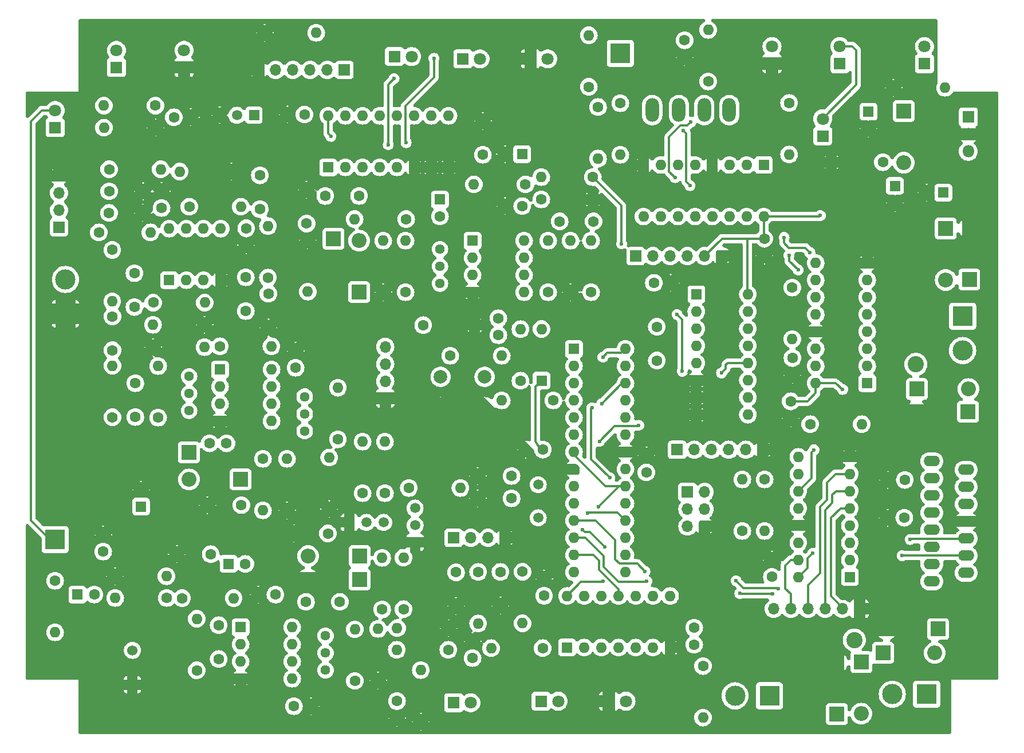
<source format=gbr>
%TF.GenerationSoftware,KiCad,Pcbnew,7.0.11+dfsg-1build4*%
%TF.CreationDate,2025-02-02T21:03:24-06:00*%
%TF.ProjectId,ControlBoard,436f6e74-726f-46c4-926f-6172642e6b69,rev?*%
%TF.SameCoordinates,Original*%
%TF.FileFunction,Copper,L1,Top*%
%TF.FilePolarity,Positive*%
%FSLAX46Y46*%
G04 Gerber Fmt 4.6, Leading zero omitted, Abs format (unit mm)*
G04 Created by KiCad (PCBNEW 7.0.11+dfsg-1build4) date 2025-02-02 21:03:24*
%MOMM*%
%LPD*%
G01*
G04 APERTURE LIST*
%TA.AperFunction,ComponentPad*%
%ADD10C,1.600000*%
%TD*%
%TA.AperFunction,ComponentPad*%
%ADD11O,1.600000X1.600000*%
%TD*%
%TA.AperFunction,ComponentPad*%
%ADD12R,1.600000X1.600000*%
%TD*%
%TA.AperFunction,ComponentPad*%
%ADD13C,2.400000*%
%TD*%
%TA.AperFunction,ComponentPad*%
%ADD14O,2.400000X2.400000*%
%TD*%
%TA.AperFunction,ComponentPad*%
%ADD15O,2.000000X3.500000*%
%TD*%
%TA.AperFunction,ComponentPad*%
%ADD16R,2.200000X2.200000*%
%TD*%
%TA.AperFunction,ComponentPad*%
%ADD17O,2.200000X2.200000*%
%TD*%
%TA.AperFunction,ComponentPad*%
%ADD18R,1.800000X1.800000*%
%TD*%
%TA.AperFunction,ComponentPad*%
%ADD19C,1.800000*%
%TD*%
%TA.AperFunction,ComponentPad*%
%ADD20R,3.000000X3.000000*%
%TD*%
%TA.AperFunction,ComponentPad*%
%ADD21C,3.000000*%
%TD*%
%TA.AperFunction,ComponentPad*%
%ADD22R,1.700000X1.700000*%
%TD*%
%TA.AperFunction,ComponentPad*%
%ADD23O,1.700000X1.700000*%
%TD*%
%TA.AperFunction,ComponentPad*%
%ADD24R,1.524000X1.524000*%
%TD*%
%TA.AperFunction,ComponentPad*%
%ADD25C,1.524000*%
%TD*%
%TA.AperFunction,ComponentPad*%
%ADD26C,1.520000*%
%TD*%
%TA.AperFunction,ComponentPad*%
%ADD27R,1.520000X1.520000*%
%TD*%
%TA.AperFunction,ComponentPad*%
%ADD28C,1.440000*%
%TD*%
%TA.AperFunction,ComponentPad*%
%ADD29C,2.000000*%
%TD*%
%TA.AperFunction,ComponentPad*%
%ADD30O,1.800000X1.800000*%
%TD*%
%TA.AperFunction,ComponentPad*%
%ADD31O,2.400000X1.600000*%
%TD*%
%TA.AperFunction,ComponentPad*%
%ADD32C,1.500000*%
%TD*%
%TA.AperFunction,ViaPad*%
%ADD33C,0.600000*%
%TD*%
%TA.AperFunction,Conductor*%
%ADD34C,0.350000*%
%TD*%
G04 APERTURE END LIST*
D10*
%TO.P,R9,1*%
%TO.N,Net-(U1A--)*%
X80390000Y-135410000D03*
D11*
%TO.P,R9,2*%
%TO.N,Net-(C49-Pad1)*%
X80390000Y-127790000D03*
%TD*%
D12*
%TO.P,U14,1*%
%TO.N,ULTRATRANS*%
X135120000Y-132040000D03*
D11*
%TO.P,U14,8*%
%TO.N,Net-(J6-Pin_1)*%
X150360000Y-124420000D03*
%TO.P,U14,2*%
%TO.N,Net-(C41-Pad1)*%
X137660000Y-132040000D03*
%TO.P,U14,9*%
%TO.N,Net-(U14-Pad10)*%
X147820000Y-124420000D03*
%TO.P,U14,3*%
%TO.N,ULTRATRANS*%
X140200000Y-132040000D03*
%TO.P,U14,10*%
%TO.N,Net-(U14-Pad10)*%
X145280000Y-124420000D03*
%TO.P,U14,4*%
%TO.N,Net-(C41-Pad1)*%
X142740000Y-132040000D03*
%TO.P,U14,11*%
%TO.N,ULTRATRANS*%
X142740000Y-124420000D03*
%TO.P,U14,5*%
%TO.N,Net-(U14-Pad10)*%
X145280000Y-132040000D03*
%TO.P,U14,12*%
%TO.N,PHOTSIG*%
X140200000Y-124420000D03*
%TO.P,U14,6*%
%TO.N,Net-(J6-Pin_1)*%
X147820000Y-132040000D03*
%TO.P,U14,13*%
%TO.N,Net-(C43-Pad1)*%
X137660000Y-124420000D03*
%TO.P,U14,7,GND*%
%TO.N,GND*%
X150360000Y-132040000D03*
%TO.P,U14,14,VCC*%
%TO.N,+5V*%
X135120000Y-124420000D03*
%TD*%
D10*
%TO.P,R19,1*%
%TO.N,GND*%
X117630000Y-129170000D03*
D11*
%TO.P,R19,2*%
%TO.N,Net-(Q1-B)*%
X110010000Y-129170000D03*
%TD*%
D12*
%TO.P,U3,1*%
%TO.N,Net-(C54-Pad1)*%
X76310000Y-77720000D03*
D11*
%TO.P,U3,5,+*%
%TO.N,2V5*%
X83930000Y-70100000D03*
%TO.P,U3,2,-*%
%TO.N,Net-(U3A--)*%
X78850000Y-77720000D03*
%TO.P,U3,6,-*%
%TO.N,Net-(U3B--)*%
X81390000Y-70100000D03*
%TO.P,U3,3,+*%
%TO.N,2V5*%
X81390000Y-77720000D03*
%TO.P,U3,7*%
%TO.N,Net-(C52-Pad1)*%
X78850000Y-70100000D03*
%TO.P,U3,4,V-*%
%TO.N,GND*%
X83930000Y-77720000D03*
%TO.P,U3,8,V+*%
%TO.N,+5V*%
X76310000Y-70100000D03*
%TD*%
D13*
%TO.P,R12,1*%
%TO.N,Net-(U8-Current_Sensing_B)*%
X177590000Y-130930000D03*
D14*
%TO.P,R12,2*%
%TO.N,GND*%
X157270000Y-130930000D03*
%TD*%
D15*
%TO.P,F1,1*%
%TO.N,Net-(J1-Pin_1)*%
X151666000Y-52578000D03*
X147716000Y-52578000D03*
%TO.P,F1,2*%
%TO.N,+12V*%
X155416000Y-52578000D03*
X159116000Y-52578000D03*
%TD*%
D12*
%TO.P,C3,1*%
%TO.N,+5V*%
X183600000Y-63800000D03*
D10*
%TO.P,C3,2*%
%TO.N,GND*%
X183600000Y-66300000D03*
%TD*%
%TO.P,C1,1*%
%TO.N,RESET*%
X124968000Y-85852000D03*
%TO.P,C1,2*%
%TO.N,Net-(J2-Pin_4)*%
X124968000Y-83352000D03*
%TD*%
D12*
%TO.P,C2,1*%
%TO.N,+12V*%
X179675000Y-52800000D03*
D10*
%TO.P,C2,2*%
%TO.N,GND*%
X179675000Y-55300000D03*
%TD*%
%TO.P,C4,1*%
%TO.N,+5V*%
X131550000Y-102775000D03*
%TO.P,C4,2*%
%TO.N,GND*%
X129050000Y-102775000D03*
%TD*%
%TO.P,C5,1*%
%TO.N,+5V*%
X168190000Y-95630000D03*
%TO.P,C5,2*%
%TO.N,GND*%
X168190000Y-98130000D03*
%TD*%
%TO.P,C6,1*%
%TO.N,+5V*%
X165400000Y-121590000D03*
%TO.P,C6,2*%
%TO.N,GND*%
X165400000Y-119090000D03*
%TD*%
%TO.P,C7,1*%
%TO.N,GND*%
X121920000Y-106680000D03*
%TO.P,C7,2*%
%TO.N,Net-(U5-(PCINT6{slash}XTAL1{slash}TOSC1)PB6)*%
X126920000Y-106680000D03*
%TD*%
%TO.P,C8,1*%
%TO.N,GND*%
X121920000Y-109982000D03*
%TO.P,C8,2*%
%TO.N,Net-(U5-(PCINT7{slash}XTAL2{slash}TOSC2)PB7)*%
X126920000Y-109982000D03*
%TD*%
%TO.P,C9,1*%
%TO.N,+5V*%
X184990000Y-112850000D03*
%TO.P,C9,2*%
%TO.N,GND*%
X182490000Y-112850000D03*
%TD*%
%TO.P,C10,1*%
%TO.N,+5V*%
X92010000Y-124210000D03*
%TO.P,C10,2*%
%TO.N,GND*%
X89510000Y-124210000D03*
%TD*%
%TO.P,C11,1*%
%TO.N,+5V*%
X147970000Y-78120000D03*
%TO.P,C11,2*%
%TO.N,GND*%
X150470000Y-78120000D03*
%TD*%
D12*
%TO.P,C12,1*%
%TO.N,Net-(MK1-+)*%
X62738000Y-124206000D03*
D10*
%TO.P,C12,2*%
%TO.N,Net-(C12-Pad2)*%
X65238000Y-124206000D03*
%TD*%
D12*
%TO.P,C13,1*%
%TO.N,2V5*%
X128470000Y-59090000D03*
D10*
%TO.P,C13,2*%
%TO.N,GND*%
X125970000Y-59090000D03*
%TD*%
D12*
%TO.P,C14,1*%
%TO.N,Net-(C14-Pad1)*%
X85075000Y-119675000D03*
D10*
%TO.P,C14,2*%
%TO.N,Net-(U1B--)*%
X87575000Y-119675000D03*
%TD*%
%TO.P,C15,1*%
%TO.N,Net-(D4-K)*%
X96530000Y-125280000D03*
%TO.P,C15,2*%
%TO.N,Net-(C15-Pad2)*%
X101530000Y-125280000D03*
%TD*%
%TO.P,C16,1*%
%TO.N,GND*%
X94770000Y-115170000D03*
%TO.P,C16,2*%
%TO.N,Net-(D5-K)*%
X99770000Y-115170000D03*
%TD*%
%TO.P,C17,1*%
%TO.N,+5V*%
X164290000Y-71570000D03*
%TO.P,C17,2*%
%TO.N,GND*%
X164290000Y-74070000D03*
%TD*%
%TO.P,C18,1*%
%TO.N,+5V*%
X66548000Y-117856000D03*
%TO.P,C18,2*%
%TO.N,GND*%
X66548000Y-115356000D03*
%TD*%
%TO.P,C19,1*%
%TO.N,+5V*%
X128500000Y-66780000D03*
%TO.P,C19,2*%
%TO.N,GND*%
X126000000Y-66780000D03*
%TD*%
D12*
%TO.P,C21,1*%
%TO.N,Net-(C21-Pad1)*%
X116332000Y-65786000D03*
D10*
%TO.P,C21,2*%
%TO.N,Net-(U2A--)*%
X116332000Y-68286000D03*
%TD*%
%TO.P,C22,1*%
%TO.N,Net-(C22-Pad1)*%
X104380000Y-65270000D03*
%TO.P,C22,2*%
%TO.N,Net-(D14-K)*%
X99380000Y-65270000D03*
%TD*%
%TO.P,C23,1*%
%TO.N,PHOTLEVELOUT*%
X96620000Y-69350000D03*
%TO.P,C23,2*%
%TO.N,GND*%
X96620000Y-64350000D03*
%TD*%
%TO.P,C24,1*%
%TO.N,+5V*%
X75184000Y-67056000D03*
%TO.P,C24,2*%
%TO.N,GND*%
X75184000Y-64556000D03*
%TD*%
%TO.P,C25,1*%
%TO.N,+5V*%
X94996000Y-90678000D03*
%TO.P,C25,2*%
%TO.N,GND*%
X94996000Y-88178000D03*
%TD*%
%TO.P,C26,1*%
%TO.N,Net-(C26-Pad1)*%
X67920000Y-83090000D03*
%TO.P,C26,2*%
%TO.N,Net-(J7-Pin_2)*%
X67920000Y-88090000D03*
%TD*%
%TO.P,C27,1*%
%TO.N,Net-(U3A--)*%
X87630000Y-82296000D03*
%TO.P,C27,2*%
%TO.N,Net-(C27-Pad2)*%
X87630000Y-77296000D03*
%TD*%
%TO.P,C28,1*%
%TO.N,Net-(U4A--)*%
X71300000Y-97960000D03*
%TO.P,C28,2*%
%TO.N,Net-(C28-Pad2)*%
X71300000Y-92960000D03*
%TD*%
%TO.P,C29,1*%
%TO.N,Net-(C29-Pad1)*%
X84780000Y-101840000D03*
%TO.P,C29,2*%
%TO.N,Net-(D16-K)*%
X82280000Y-101840000D03*
%TD*%
%TO.P,C30,1*%
%TO.N,GND*%
X81980000Y-110980000D03*
%TO.P,C30,2*%
%TO.N,ULTRASOUNDOUT*%
X86980000Y-110980000D03*
%TD*%
D12*
%TO.P,D1,1,K*%
%TO.N,+5V*%
X131350000Y-92570000D03*
D11*
%TO.P,D1,2,A*%
%TO.N,RESET*%
X131350000Y-84950000D03*
%TD*%
D16*
%TO.P,D2,1,K*%
%TO.N,+12V*%
X184900000Y-52730000D03*
D17*
%TO.P,D2,2,A*%
%TO.N,+5V*%
X184900000Y-60350000D03*
%TD*%
D18*
%TO.P,D3,1,K*%
%TO.N,Net-(D3-K)*%
X172920000Y-56410000D03*
D19*
%TO.P,D3,2,A*%
%TO.N,+5V*%
X172920000Y-53870000D03*
%TD*%
D16*
%TO.P,D6,1,K*%
%TO.N,+12V*%
X191110000Y-70070000D03*
D17*
%TO.P,D6,2,A*%
%TO.N,Net-(D6-A)*%
X191110000Y-77690000D03*
%TD*%
D16*
%TO.P,D7,1,K*%
%TO.N,Net-(D6-A)*%
X194600000Y-77620000D03*
D17*
%TO.P,D7,2,A*%
%TO.N,GND*%
X194600000Y-70000000D03*
%TD*%
D16*
%TO.P,D8,1,K*%
%TO.N,+12V*%
X178620000Y-134200000D03*
D17*
%TO.P,D8,2,A*%
%TO.N,Net-(D8-A)*%
X178620000Y-141820000D03*
%TD*%
D16*
%TO.P,D9,1,K*%
%TO.N,Net-(D8-A)*%
X175020000Y-141880000D03*
D17*
%TO.P,D9,2,A*%
%TO.N,GND*%
X175020000Y-134260000D03*
%TD*%
D16*
%TO.P,D10,1,K*%
%TO.N,+12V*%
X186860000Y-93820000D03*
D17*
%TO.P,D10,2,A*%
%TO.N,Net-(D10-A)*%
X194480000Y-93820000D03*
%TD*%
D16*
%TO.P,D11,1,K*%
%TO.N,Net-(D10-A)*%
X194410000Y-97180000D03*
D17*
%TO.P,D11,2,A*%
%TO.N,GND*%
X186790000Y-97180000D03*
%TD*%
D16*
%TO.P,D12,1,K*%
%TO.N,+12V*%
X181864000Y-132842000D03*
D17*
%TO.P,D12,2,A*%
%TO.N,Net-(D12-A)*%
X189484000Y-132842000D03*
%TD*%
D16*
%TO.P,D13,1,K*%
%TO.N,Net-(D12-A)*%
X190000000Y-129300000D03*
D17*
%TO.P,D13,2,A*%
%TO.N,GND*%
X182380000Y-129300000D03*
%TD*%
D18*
%TO.P,ID1,1,K*%
%TO.N,Net-(ID1-K)*%
X175450000Y-45710000D03*
D19*
%TO.P,ID1,2,A*%
%TO.N,+5V*%
X175450000Y-43170000D03*
%TD*%
D18*
%TO.P,ID2,1,K*%
%TO.N,Net-(ID2-K)*%
X131280000Y-139980000D03*
D19*
%TO.P,ID2,2,A*%
%TO.N,+5V*%
X133820000Y-139980000D03*
%TD*%
D18*
%TO.P,ID3,1,K*%
%TO.N,Net-(ID3-K)*%
X68500000Y-46280000D03*
D19*
%TO.P,ID3,2,A*%
%TO.N,+5V*%
X68500000Y-43740000D03*
%TD*%
D18*
%TO.P,ID4,1,K*%
%TO.N,Net-(ID4-K)*%
X119720000Y-45000000D03*
D19*
%TO.P,ID4,2,A*%
%TO.N,+5V*%
X122260000Y-45000000D03*
%TD*%
D20*
%TO.P,J1,1,Pin_1*%
%TO.N,Net-(J1-Pin_1)*%
X143002000Y-44196000D03*
D21*
%TO.P,J1,2,Pin_2*%
%TO.N,GND*%
X148082000Y-44196000D03*
%TD*%
D22*
%TO.P,J2,1,Pin_1*%
%TO.N,GND*%
X108240000Y-95190000D03*
D23*
%TO.P,J2,2,Pin_2*%
%TO.N,Net-(J2-Pin_2)*%
X108240000Y-92650000D03*
%TO.P,J2,3,Pin_3*%
%TO.N,Net-(J2-Pin_3)*%
X108240000Y-90110000D03*
%TO.P,J2,4,Pin_4*%
%TO.N,Net-(J2-Pin_4)*%
X108240000Y-87570000D03*
%TD*%
D22*
%TO.P,J3,1,Pin_1*%
%TO.N,MICTHR*%
X152925000Y-109050000D03*
D23*
%TO.P,J3,2,Pin_2*%
%TO.N,+5V*%
X155465000Y-109050000D03*
%TO.P,J3,3,Pin_3*%
%TO.N,SCK*%
X152925000Y-111590000D03*
%TO.P,J3,4,Pin_4*%
%TO.N,MOSI*%
X155465000Y-111590000D03*
%TO.P,J3,5,Pin_5*%
%TO.N,RESET*%
X152925000Y-114130000D03*
%TO.P,J3,6,Pin_6*%
%TO.N,GND*%
X155465000Y-114130000D03*
%TD*%
D20*
%TO.P,J4,1,Pin_1*%
%TO.N,Net-(D6-A)*%
X193610000Y-83050000D03*
D21*
%TO.P,J4,2,Pin_2*%
%TO.N,Net-(D10-A)*%
X193610000Y-88130000D03*
%TD*%
D20*
%TO.P,J5,1,Pin_1*%
%TO.N,Net-(D12-A)*%
X188290000Y-138950000D03*
D21*
%TO.P,J5,2,Pin_2*%
%TO.N,Net-(D8-A)*%
X183210000Y-138950000D03*
%TD*%
D20*
%TO.P,J6,1,Pin_1*%
%TO.N,Net-(J6-Pin_1)*%
X165050000Y-139180000D03*
D21*
%TO.P,J6,2,Pin_2*%
%TO.N,Net-(J6-Pin_2)*%
X159970000Y-139180000D03*
%TD*%
D20*
%TO.P,J7,1,Pin_1*%
%TO.N,GND*%
X60970000Y-82700000D03*
D21*
%TO.P,J7,2,Pin_2*%
%TO.N,Net-(J7-Pin_2)*%
X60970000Y-77620000D03*
%TD*%
D24*
%TO.P,MK1,1,-*%
%TO.N,GND*%
X70870000Y-137530000D03*
D25*
%TO.P,MK1,2,+*%
%TO.N,Net-(MK1-+)*%
X70870000Y-132450000D03*
%TD*%
D18*
%TO.P,PDT1,1,E*%
%TO.N,Net-(PDT1-E)*%
X118364000Y-140208000D03*
D19*
%TO.P,PDT1,2,C*%
%TO.N,+5V*%
X120904000Y-140208000D03*
%TD*%
D18*
%TO.P,PDT2,1,E*%
%TO.N,Net-(PDT2-E)*%
X187960000Y-45720000D03*
D19*
%TO.P,PDT2,2,C*%
%TO.N,+5V*%
X187960000Y-43180000D03*
%TD*%
D18*
%TO.P,PDT3,1,E*%
%TO.N,Net-(PDT3-E)*%
X59450000Y-55175000D03*
D19*
%TO.P,PDT3,2,C*%
%TO.N,+5V*%
X59450000Y-52635000D03*
%TD*%
D18*
%TO.P,PDT4,1,E*%
%TO.N,Net-(PDT4-E)*%
X109610000Y-44650000D03*
D19*
%TO.P,PDT4,2,C*%
%TO.N,+5V*%
X112150000Y-44650000D03*
%TD*%
D18*
%TO.P,PT1,1,E*%
%TO.N,GND*%
X165430000Y-45710000D03*
D19*
%TO.P,PT1,2,C*%
%TO.N,Net-(PT1-C)*%
X165430000Y-43170000D03*
%TD*%
D18*
%TO.P,PT2,1,E*%
%TO.N,GND*%
X141290000Y-139980000D03*
D19*
%TO.P,PT2,2,C*%
%TO.N,Net-(PT2-C)*%
X143830000Y-139980000D03*
%TD*%
D18*
%TO.P,PT3,1,E*%
%TO.N,GND*%
X78500000Y-46280000D03*
D19*
%TO.P,PT3,2,C*%
%TO.N,Net-(PT3-C)*%
X78500000Y-43740000D03*
%TD*%
D18*
%TO.P,PT4,1,E*%
%TO.N,GND*%
X129730000Y-45000000D03*
D19*
%TO.P,PT4,2,C*%
%TO.N,Net-(PT4-C)*%
X132270000Y-45000000D03*
%TD*%
D26*
%TO.P,Q1,2,B*%
%TO.N,Net-(Q1-B)*%
X112650000Y-113970000D03*
%TO.P,Q1,3,C*%
%TO.N,Net-(Q1-C)*%
X112650000Y-111430000D03*
D27*
%TO.P,Q1,1,E*%
%TO.N,GND*%
X112650000Y-116510000D03*
%TD*%
D26*
%TO.P,Q2,2,B*%
%TO.N,Net-(Q2-B)*%
X105465000Y-113550000D03*
%TO.P,Q2,3,C*%
%TO.N,ULTRASOUNDTHR*%
X108005000Y-113550000D03*
D27*
%TO.P,Q2,1,E*%
%TO.N,GND*%
X102925000Y-113550000D03*
%TD*%
D10*
%TO.P,R1,1*%
%TO.N,Net-(J2-Pin_3)*%
X113860000Y-84380000D03*
D11*
%TO.P,R1,2*%
%TO.N,GND*%
X121480000Y-84380000D03*
%TD*%
D10*
%TO.P,R2,1*%
%TO.N,Net-(J2-Pin_3)*%
X117856000Y-88900000D03*
D11*
%TO.P,R2,2*%
%TO.N,TXD*%
X125476000Y-88900000D03*
%TD*%
D10*
%TO.P,R3,1*%
%TO.N,+5V*%
X128240000Y-92590000D03*
D11*
%TO.P,R3,2*%
%TO.N,RESET*%
X128240000Y-84970000D03*
%TD*%
D10*
%TO.P,R4,1*%
%TO.N,Net-(D3-K)*%
X181825000Y-60275000D03*
D11*
%TO.P,R4,2*%
%TO.N,GND*%
X174205000Y-60275000D03*
%TD*%
D10*
%TO.P,R5,1*%
%TO.N,+5V*%
X59436000Y-122174000D03*
D11*
%TO.P,R5,2*%
%TO.N,Net-(MK1-+)*%
X59436000Y-129794000D03*
%TD*%
D10*
%TO.P,R6,1*%
%TO.N,+5V*%
X138938000Y-62484000D03*
D11*
%TO.P,R6,2*%
%TO.N,2V5*%
X131318000Y-62484000D03*
%TD*%
D10*
%TO.P,R7,1*%
%TO.N,2V5*%
X131318000Y-65786000D03*
D11*
%TO.P,R7,2*%
%TO.N,GND*%
X138938000Y-65786000D03*
%TD*%
D10*
%TO.P,R8,1*%
%TO.N,Net-(U1A--)*%
X75946000Y-124714000D03*
D11*
%TO.P,R8,2*%
%TO.N,Net-(C12-Pad2)*%
X68326000Y-124714000D03*
%TD*%
D10*
%TO.P,R10,1*%
%TO.N,GND*%
X68280000Y-121500000D03*
D11*
%TO.P,R10,2*%
%TO.N,Net-(C49-Pad1)*%
X75900000Y-121500000D03*
%TD*%
D13*
%TO.P,R11,1*%
%TO.N,Net-(U8-Current_Sensing_A)*%
X186690000Y-90170000D03*
D14*
%TO.P,R11,2*%
%TO.N,GND*%
X186690000Y-69850000D03*
%TD*%
D10*
%TO.P,R13,1*%
%TO.N,CURSEN2*%
X164338000Y-107188000D03*
D11*
%TO.P,R13,2*%
%TO.N,Net-(U8-Current_Sensing_B)*%
X164338000Y-114808000D03*
%TD*%
D10*
%TO.P,R14,1*%
%TO.N,Net-(C49-Pad1)*%
X78220000Y-124740000D03*
D11*
%TO.P,R14,2*%
%TO.N,Net-(C14-Pad1)*%
X85840000Y-124740000D03*
%TD*%
D10*
%TO.P,R15,1*%
%TO.N,CURSEN1*%
X171070000Y-99020000D03*
D11*
%TO.P,R15,2*%
%TO.N,Net-(U8-Current_Sensing_A)*%
X178690000Y-99020000D03*
%TD*%
D10*
%TO.P,R16,1*%
%TO.N,Net-(U1B--)*%
X103750000Y-136970000D03*
D11*
%TO.P,R16,2*%
%TO.N,MICOUT*%
X103750000Y-129350000D03*
%TD*%
D10*
%TO.P,R17,1*%
%TO.N,GND*%
X107188000Y-136906000D03*
D11*
%TO.P,R17,2*%
%TO.N,MICOUT*%
X107188000Y-129286000D03*
%TD*%
D10*
%TO.P,R18,1*%
%TO.N,Net-(Q1-B)*%
X110950000Y-126370000D03*
D11*
%TO.P,R18,2*%
%TO.N,Net-(D5-K)*%
X110950000Y-118750000D03*
%TD*%
D10*
%TO.P,R20,1*%
%TO.N,Net-(Q1-C)*%
X117570000Y-132380000D03*
D11*
%TO.P,R20,2*%
%TO.N,+5V*%
X109950000Y-132380000D03*
%TD*%
D10*
%TO.P,R21,1*%
%TO.N,+5V*%
X168420000Y-78820000D03*
D11*
%TO.P,R21,2*%
%TO.N,CLROUT*%
X168420000Y-86440000D03*
%TD*%
D10*
%TO.P,R22,1*%
%TO.N,MICOUT*%
X107790000Y-126400000D03*
D11*
%TO.P,R22,2*%
%TO.N,Net-(C15-Pad2)*%
X107790000Y-118780000D03*
%TD*%
D10*
%TO.P,R23,1*%
%TO.N,Net-(PT4-C)*%
X138340000Y-49130000D03*
D11*
%TO.P,R23,2*%
%TO.N,+5V*%
X138340000Y-41510000D03*
%TD*%
D10*
%TO.P,R24,1*%
%TO.N,Net-(R24-Pad1)*%
X111340000Y-68700000D03*
D11*
%TO.P,R24,2*%
%TO.N,Net-(C22-Pad1)*%
X103720000Y-68700000D03*
%TD*%
D10*
%TO.P,R25,1*%
%TO.N,Net-(PT3-C)*%
X74270000Y-51920000D03*
D11*
%TO.P,R25,2*%
%TO.N,+5V*%
X66650000Y-51920000D03*
%TD*%
D10*
%TO.P,R26,1*%
%TO.N,Net-(PT2-C)*%
X155230000Y-134780000D03*
D11*
%TO.P,R26,2*%
%TO.N,+5V*%
X155230000Y-142400000D03*
%TD*%
D10*
%TO.P,R27,1*%
%TO.N,Net-(R27-Pad1)*%
X83800000Y-87500000D03*
D11*
%TO.P,R27,2*%
%TO.N,Net-(C29-Pad1)*%
X91420000Y-87500000D03*
%TD*%
D10*
%TO.P,R28,1*%
%TO.N,Net-(PT1-C)*%
X155990000Y-48340000D03*
D11*
%TO.P,R28,2*%
%TO.N,+5V*%
X155990000Y-40720000D03*
%TD*%
D10*
%TO.P,R32,1*%
%TO.N,GND*%
X90424000Y-41148000D03*
D11*
%TO.P,R32,2*%
%TO.N,Net-(PDT4-E)*%
X98044000Y-41148000D03*
%TD*%
D10*
%TO.P,R35,1*%
%TO.N,GND*%
X74290000Y-55170000D03*
D11*
%TO.P,R35,2*%
%TO.N,Net-(PDT3-E)*%
X66670000Y-55170000D03*
%TD*%
D10*
%TO.P,R36,1*%
%TO.N,GND*%
X183388000Y-49276000D03*
D11*
%TO.P,R36,2*%
%TO.N,Net-(PDT2-E)*%
X191008000Y-49276000D03*
%TD*%
D10*
%TO.P,R37,1*%
%TO.N,GND*%
X113500000Y-143000000D03*
D11*
%TO.P,R37,2*%
%TO.N,Net-(PDT1-E)*%
X113500000Y-135380000D03*
%TD*%
D10*
%TO.P,R38,1*%
%TO.N,Net-(ID1-K)*%
X167950000Y-51520000D03*
D11*
%TO.P,R38,2*%
%TO.N,Net-(U11-O4)*%
X167950000Y-59140000D03*
%TD*%
D10*
%TO.P,R39,1*%
%TO.N,Net-(ID2-K)*%
X161036000Y-114808000D03*
D11*
%TO.P,R39,2*%
%TO.N,Net-(U11-O5)*%
X161036000Y-107188000D03*
%TD*%
D10*
%TO.P,R40,1*%
%TO.N,Net-(ID3-K)*%
X139710000Y-52120000D03*
D11*
%TO.P,R40,2*%
%TO.N,Net-(U11-O6)*%
X139710000Y-59740000D03*
%TD*%
D10*
%TO.P,R41,1*%
%TO.N,Net-(ID4-K)*%
X143002000Y-51562000D03*
D11*
%TO.P,R41,2*%
%TO.N,Net-(U11-O7)*%
X143002000Y-59182000D03*
%TD*%
D10*
%TO.P,R42,1*%
%TO.N,Net-(C20-Pad1)*%
X138684000Y-79502000D03*
D11*
%TO.P,R42,2*%
%TO.N,Net-(U2B--)*%
X138684000Y-71882000D03*
%TD*%
D10*
%TO.P,R43,1*%
%TO.N,Net-(U2B--)*%
X132334000Y-79502000D03*
D11*
%TO.P,R43,2*%
%TO.N,Net-(C48-Pad1)*%
X132334000Y-71882000D03*
%TD*%
D10*
%TO.P,R44,1*%
%TO.N,GND*%
X135636000Y-79502000D03*
D11*
%TO.P,R44,2*%
%TO.N,Net-(C48-Pad1)*%
X135636000Y-71882000D03*
%TD*%
D10*
%TO.P,R45,1*%
%TO.N,Net-(C48-Pad1)*%
X128970000Y-63560000D03*
D11*
%TO.P,R45,2*%
%TO.N,Net-(C21-Pad1)*%
X121350000Y-63560000D03*
%TD*%
D10*
%TO.P,R46,1*%
%TO.N,Net-(U2A--)*%
X111252000Y-79502000D03*
D11*
%TO.P,R46,2*%
%TO.N,Net-(R24-Pad1)*%
X111252000Y-71882000D03*
%TD*%
D10*
%TO.P,R47,1*%
%TO.N,GND*%
X107950000Y-79502000D03*
D11*
%TO.P,R47,2*%
%TO.N,Net-(R24-Pad1)*%
X107950000Y-71882000D03*
%TD*%
D10*
%TO.P,R48,1*%
%TO.N,GND*%
X96800000Y-71800000D03*
D11*
%TO.P,R48,2*%
%TO.N,PHOTLEVELOUT*%
X96800000Y-79420000D03*
%TD*%
D10*
%TO.P,R50,1*%
%TO.N,Net-(U3B--)*%
X67890000Y-73250000D03*
D11*
%TO.P,R50,2*%
%TO.N,Net-(C26-Pad1)*%
X67890000Y-80870000D03*
%TD*%
D10*
%TO.P,R51,1*%
%TO.N,Net-(C52-Pad1)*%
X79290000Y-66860000D03*
D11*
%TO.P,R51,2*%
%TO.N,Net-(U3B--)*%
X86910000Y-66860000D03*
%TD*%
D10*
%TO.P,R52,1*%
%TO.N,GND*%
X85470000Y-61660000D03*
D11*
%TO.P,R52,2*%
%TO.N,Net-(C52-Pad1)*%
X77850000Y-61660000D03*
%TD*%
D10*
%TO.P,R53,1*%
%TO.N,Net-(C27-Pad2)*%
X90910000Y-77340000D03*
D11*
%TO.P,R53,2*%
%TO.N,Net-(C52-Pad1)*%
X90910000Y-69720000D03*
%TD*%
D10*
%TO.P,R54,1*%
%TO.N,Net-(C54-Pad1)*%
X73950000Y-81040000D03*
D11*
%TO.P,R54,2*%
%TO.N,Net-(U3A--)*%
X81570000Y-81040000D03*
%TD*%
D10*
%TO.P,R55,1*%
%TO.N,GND*%
X81530000Y-84320000D03*
D11*
%TO.P,R55,2*%
%TO.N,Net-(C54-Pad1)*%
X73910000Y-84320000D03*
%TD*%
D10*
%TO.P,R56,1*%
%TO.N,Net-(C28-Pad2)*%
X67920000Y-97990000D03*
D11*
%TO.P,R56,2*%
%TO.N,Net-(C54-Pad1)*%
X67920000Y-90370000D03*
%TD*%
D10*
%TO.P,R57,1*%
%TO.N,Net-(U4A--)*%
X74676000Y-98044000D03*
D11*
%TO.P,R57,2*%
%TO.N,Net-(R27-Pad1)*%
X74676000Y-90424000D03*
%TD*%
D10*
%TO.P,R58,1*%
%TO.N,GND*%
X73914000Y-87630000D03*
D11*
%TO.P,R58,2*%
%TO.N,Net-(R27-Pad1)*%
X81534000Y-87630000D03*
%TD*%
D10*
%TO.P,R59,1*%
%TO.N,Net-(U4B-+)*%
X90170000Y-104140000D03*
D11*
%TO.P,R59,2*%
%TO.N,ULTRASOUNDOUT*%
X90170000Y-111760000D03*
%TD*%
D10*
%TO.P,R60,1*%
%TO.N,GND*%
X93726000Y-111760000D03*
D11*
%TO.P,R60,2*%
%TO.N,Net-(U4B-+)*%
X93726000Y-104140000D03*
%TD*%
D10*
%TO.P,R61,1*%
%TO.N,GND*%
X99970000Y-111560000D03*
D11*
%TO.P,R61,2*%
%TO.N,Net-(U4B--)*%
X99970000Y-103940000D03*
%TD*%
D10*
%TO.P,R62,1*%
%TO.N,Net-(U4B--)*%
X101250000Y-101250000D03*
D11*
%TO.P,R62,2*%
%TO.N,Net-(R62-Pad2)*%
X101250000Y-93630000D03*
%TD*%
D10*
%TO.P,R63,1*%
%TO.N,Net-(Q2-B)*%
X104902000Y-109220000D03*
D11*
%TO.P,R63,2*%
%TO.N,Net-(R62-Pad2)*%
X104902000Y-101600000D03*
%TD*%
D10*
%TO.P,R64,1*%
%TO.N,ULTRASOUNDTHR*%
X108204000Y-109220000D03*
D11*
%TO.P,R64,2*%
%TO.N,+5V*%
X108204000Y-101600000D03*
%TD*%
D28*
%TO.P,RV1,1,1*%
%TO.N,MICOUT*%
X99410000Y-130310000D03*
%TO.P,RV1,2,2*%
%TO.N,Net-(U1B--)*%
X99410000Y-132850000D03*
%TO.P,RV1,3,3*%
X99410000Y-135390000D03*
%TD*%
%TO.P,RV2,1,1*%
%TO.N,Net-(R24-Pad1)*%
X116332000Y-73152000D03*
%TO.P,RV2,2,2*%
X116332000Y-75692000D03*
%TO.P,RV2,3,3*%
%TO.N,Net-(U2A--)*%
X116332000Y-78232000D03*
%TD*%
%TO.P,RV3,1,1*%
%TO.N,Net-(R27-Pad1)*%
X79248000Y-91948000D03*
%TO.P,RV3,2,2*%
%TO.N,Net-(U4A--)*%
X79248000Y-94488000D03*
%TO.P,RV3,3,3*%
X79248000Y-97028000D03*
%TD*%
%TO.P,RV4,1,1*%
%TO.N,Net-(R62-Pad2)*%
X96340000Y-94940000D03*
%TO.P,RV4,2,2*%
%TO.N,Net-(U4B--)*%
X96340000Y-97480000D03*
%TO.P,RV4,3,3*%
X96340000Y-100020000D03*
%TD*%
D29*
%TO.P,SW1,2,2*%
%TO.N,RESET*%
X122936000Y-92020000D03*
%TO.P,SW1,1,1*%
%TO.N,GND*%
X122936000Y-96520000D03*
%TO.P,SW1,2,2*%
%TO.N,RESET*%
X116436000Y-92020000D03*
%TO.P,SW1,1,1*%
%TO.N,GND*%
X116436000Y-96520000D03*
%TD*%
D12*
%TO.P,U5,1,(PCINT14/~{RESET})PC6*%
%TO.N,RESET*%
X136144000Y-87884000D03*
D11*
%TO.P,U5,15,(PCINT1/OC1A)PB1*%
%TO.N,Net-(J21-Pin_3)*%
X143764000Y-120904000D03*
%TO.P,U5,2,(PCINT16/RXD)PD0*%
%TO.N,RXD*%
X136144000Y-90424000D03*
%TO.P,U5,16,(PCINT2/OC1B/~{SS})PB2*%
%TO.N,LATCH*%
X143764000Y-118364000D03*
%TO.P,U5,3,(PCINT17/TXD)PD1*%
%TO.N,TXD*%
X136144000Y-92964000D03*
%TO.P,U5,17,(PCINT3/OC2A/MOSI)PB3*%
%TO.N,MOSI*%
X143764000Y-115824000D03*
%TO.P,U5,4,(PCINT18/INT0)PD2*%
%TO.N,Net-(J19-Pin_2)*%
X136144000Y-95504000D03*
%TO.P,U5,18,(PCINT4/MISO)PB4*%
%TO.N,MICTHR*%
X143764000Y-113284000D03*
%TO.P,U5,5,(PCINT19/OC2B/INT1)PD3*%
%TO.N,Net-(J19-Pin_3)*%
X136144000Y-98044000D03*
%TO.P,U5,19,(PCINT5/SCK)PB5*%
%TO.N,SCK*%
X143764000Y-110744000D03*
%TO.P,U5,6,(PCINT20/XCK/T0)PD4*%
%TO.N,ULTRASOUNDTHR*%
X136144000Y-100584000D03*
%TO.P,U5,20,AVCC*%
%TO.N,+5V*%
X143764000Y-108204000D03*
%TO.P,U5,7,VCC*%
X136144000Y-103124000D03*
%TO.P,U5,21,AREF*%
%TO.N,Net-(U5-AREF)*%
X143764000Y-105664000D03*
%TO.P,U5,8,GND*%
%TO.N,GND*%
X136144000Y-105664000D03*
%TO.P,U5,22,GND*%
X143764000Y-103124000D03*
%TO.P,U5,9,(PCINT6/XTAL1/TOSC1)PB6*%
%TO.N,Net-(U5-(PCINT6{slash}XTAL1{slash}TOSC1)PB6)*%
X136144000Y-108204000D03*
%TO.P,U5,23,(PCINT8/ADC0)PC0*%
%TO.N,CURSEN1*%
X143764000Y-100584000D03*
%TO.P,U5,10,(PCINT7/XTAL2/TOSC2)PB7*%
%TO.N,Net-(U5-(PCINT7{slash}XTAL2{slash}TOSC2)PB7)*%
X136144000Y-110744000D03*
%TO.P,U5,24,(PCINT9/ADC1)PC1*%
%TO.N,CURSEN2*%
X143764000Y-98044000D03*
%TO.P,U5,11,(PCINT21/OC0B/T1)PD5*%
%TO.N,MOTORPWM1*%
X136144000Y-113284000D03*
%TO.P,U5,25,(PCINT10/ADC2)PC2*%
%TO.N,PHOTLEVELOUT*%
X143764000Y-95504000D03*
%TO.P,U5,12,(PCINT22/OC0A/AIN0)PD6*%
%TO.N,MOTORPWM2*%
X136144000Y-115824000D03*
%TO.P,U5,26,(PCINT11/ADC3)PC3*%
%TO.N,ULTRASOUNDOUT*%
X143764000Y-92964000D03*
%TO.P,U5,13,(PCINT23/AIN1)PD7*%
%TO.N,ULTRATRANS*%
X136144000Y-118364000D03*
%TO.P,U5,27,(PCINT12/SDA/ADC4)PC4*%
%TO.N,LIGHTLEVEL*%
X143764000Y-90424000D03*
%TO.P,U5,14,(PCINT0/CLKO/ICP1)PB0*%
%TO.N,Net-(J21-Pin_2)*%
X136144000Y-120904000D03*
%TO.P,U5,28,(PCINT13/SCL/ADC5)PC5*%
%TO.N,MICOUT*%
X143764000Y-87884000D03*
%TD*%
D18*
%TO.P,U6,1,VI*%
%TO.N,+12V*%
X194450000Y-53600000D03*
D30*
%TO.P,U6,2,GND*%
%TO.N,GND*%
X194450000Y-56140000D03*
%TO.P,U6,3,VO*%
%TO.N,+5V*%
X194450000Y-58680000D03*
%TD*%
D12*
%TO.P,U7,1,QB*%
%TO.N,MTRIN4*%
X176940000Y-121620000D03*
D11*
%TO.P,U7,9,~{QH}*%
%TO.N,Net-(U7-~{QH})*%
X169320000Y-103840000D03*
%TO.P,U7,2,QC*%
%TO.N,MTRIN3*%
X176940000Y-119080000D03*
%TO.P,U7,10,SRCLR*%
%TO.N,CLROUT*%
X169320000Y-106380000D03*
%TO.P,U7,3,QD*%
%TO.N,MTRIN2*%
X176940000Y-116540000D03*
%TO.P,U7,11,SRCLK*%
%TO.N,SCK*%
X169320000Y-108920000D03*
%TO.P,U7,4,QE*%
%TO.N,MTRIN1*%
X176940000Y-114000000D03*
%TO.P,U7,12,RCLK*%
%TO.N,LATCH*%
X169320000Y-111460000D03*
%TO.P,U7,5,QF*%
%TO.N,Net-(J20-Pin_2)*%
X176940000Y-111460000D03*
%TO.P,U7,13,G*%
%TO.N,GND*%
X169320000Y-114000000D03*
%TO.P,U7,6,QG*%
%TO.N,Net-(J20-Pin_3)*%
X176940000Y-108920000D03*
%TO.P,U7,14,SER*%
%TO.N,MOSI*%
X169320000Y-116540000D03*
%TO.P,U7,7,QH*%
%TO.N,Net-(J20-Pin_4)*%
X176940000Y-106380000D03*
%TO.P,U7,15,QA*%
%TO.N,Net-(J20-Pin_5)*%
X169320000Y-119080000D03*
%TO.P,U7,8,GND*%
%TO.N,GND*%
X176940000Y-103840000D03*
%TO.P,U7,16,VCC*%
%TO.N,+5V*%
X169320000Y-121620000D03*
%TD*%
D31*
%TO.P,U8,1,Current_Sensing_A*%
%TO.N,Net-(U8-Current_Sensing_A)*%
X189050000Y-104490000D03*
%TO.P,U8,2,OUT_1*%
%TO.N,Net-(D10-A)*%
X194130000Y-105760000D03*
%TO.P,U8,3,OUT_2*%
%TO.N,Net-(D6-A)*%
X189050000Y-107030000D03*
%TO.P,U8,4,Vs*%
%TO.N,+12V*%
X194130000Y-108300000D03*
%TO.P,U8,5,IN_1*%
%TO.N,MTRIN1*%
X189050000Y-109570000D03*
%TO.P,U8,6,EN_A*%
%TO.N,MOTORPWM1*%
X194130000Y-110840000D03*
%TO.P,U8,7,IN_2*%
%TO.N,MTRIN2*%
X189050000Y-112110000D03*
%TO.P,U8,8,GND*%
%TO.N,GND*%
X194130000Y-113380000D03*
%TO.P,U8,9,Vss*%
%TO.N,+5V*%
X189050000Y-114650000D03*
%TO.P,U8,10,IN_3*%
%TO.N,MTRIN3*%
X194130000Y-115920000D03*
%TO.P,U8,11,EN_B*%
%TO.N,MOTORPWM2*%
X189050000Y-117190000D03*
%TO.P,U8,12,IN_4*%
%TO.N,MTRIN4*%
X194130000Y-118460000D03*
%TO.P,U8,13,OUT_3*%
%TO.N,Net-(D8-A)*%
X189050000Y-119730000D03*
%TO.P,U8,14,OUT_4*%
%TO.N,Net-(D12-A)*%
X194130000Y-121000000D03*
%TO.P,U8,15,Current_Sensing_B*%
%TO.N,Net-(U8-Current_Sensing_B)*%
X189050000Y-122270000D03*
%TD*%
D12*
%TO.P,U9,1,QB*%
%TO.N,LIGHTSELA*%
X179502000Y-92960000D03*
D11*
%TO.P,U9,9,~{QH}*%
%TO.N,unconnected-(U9-~{QH}-Pad9)*%
X171882000Y-75180000D03*
%TO.P,U9,2,QC*%
%TO.N,LIGHTSELB*%
X179502000Y-90420000D03*
%TO.P,U9,10,SRCLR*%
%TO.N,CLROUT*%
X171882000Y-77720000D03*
%TO.P,U9,3,QD*%
%TO.N,LIGHTSELC*%
X179502000Y-87880000D03*
%TO.P,U9,11,SRCLK*%
%TO.N,SCK*%
X171882000Y-80260000D03*
%TO.P,U9,4,QE*%
%TO.N,PHOTSELA*%
X179502000Y-85340000D03*
%TO.P,U9,12,RCLK*%
%TO.N,LATCH*%
X171882000Y-82800000D03*
%TO.P,U9,5,QF*%
%TO.N,PHOTSELB*%
X179502000Y-82800000D03*
%TO.P,U9,13,G*%
%TO.N,GND*%
X171882000Y-85340000D03*
%TO.P,U9,6,QG*%
%TO.N,PHOTSELC*%
X179502000Y-80260000D03*
%TO.P,U9,14,SER*%
%TO.N,Net-(U7-~{QH})*%
X171882000Y-87880000D03*
%TO.P,U9,7,QH*%
%TO.N,PHOTSELON*%
X179502000Y-77720000D03*
%TO.P,U9,15,QA*%
%TO.N,unconnected-(U9-QA-Pad15)*%
X171882000Y-90420000D03*
%TO.P,U9,8,GND*%
%TO.N,GND*%
X179502000Y-75180000D03*
%TO.P,U9,16,VCC*%
%TO.N,+5V*%
X171882000Y-92960000D03*
%TD*%
D26*
%TO.P,U10,2,Vout*%
%TO.N,Net-(J18-Pin_4)*%
X86310000Y-53340000D03*
%TO.P,U10,3,GND*%
%TO.N,GND*%
X83770000Y-53340000D03*
D27*
%TO.P,U10,1,Vs*%
%TO.N,+5V*%
X88850000Y-53340000D03*
%TD*%
D12*
%TO.P,U11,1,A0*%
%TO.N,PHOTSELA*%
X164210000Y-60690000D03*
D11*
%TO.P,U11,9,O6*%
%TO.N,Net-(U11-O6)*%
X146430000Y-68310000D03*
%TO.P,U11,2,A1*%
%TO.N,PHOTSELB*%
X161670000Y-60690000D03*
%TO.P,U11,10,O5*%
%TO.N,Net-(U11-O5)*%
X148970000Y-68310000D03*
%TO.P,U11,3,A2*%
%TO.N,PHOTSELC*%
X159130000Y-60690000D03*
%TO.P,U11,11,O4*%
%TO.N,Net-(U11-O4)*%
X151510000Y-68310000D03*
%TO.P,U11,4,E1*%
%TO.N,GND*%
X156590000Y-60690000D03*
%TO.P,U11,12,O3*%
%TO.N,Net-(J17-Pin_1)*%
X154050000Y-68310000D03*
%TO.P,U11,5,E2*%
%TO.N,PHOTSIG*%
X154050000Y-60690000D03*
%TO.P,U11,13,O2*%
%TO.N,Net-(J17-Pin_2)*%
X156590000Y-68310000D03*
%TO.P,U11,6,E3*%
%TO.N,PHOTSELON*%
X151510000Y-60690000D03*
%TO.P,U11,14,O1*%
%TO.N,Net-(J17-Pin_3)*%
X159130000Y-68310000D03*
%TO.P,U11,7,O7*%
%TO.N,Net-(U11-O7)*%
X148970000Y-60690000D03*
%TO.P,U11,15,O0*%
%TO.N,Net-(J17-Pin_4)*%
X161670000Y-68310000D03*
%TO.P,U11,8,GND*%
%TO.N,GND*%
X146430000Y-60690000D03*
%TO.P,U11,16,VCC*%
%TO.N,+5V*%
X164210000Y-68310000D03*
%TD*%
D12*
%TO.P,U12,1,X4*%
%TO.N,Net-(PT1-C)*%
X154240000Y-79830000D03*
D11*
%TO.P,U12,9,C*%
%TO.N,PHOTSELC*%
X161860000Y-97610000D03*
%TO.P,U12,2,X6*%
%TO.N,Net-(PT3-C)*%
X154240000Y-82370000D03*
%TO.P,U12,10,B*%
%TO.N,PHOTSELB*%
X161860000Y-95070000D03*
%TO.P,U12,3,X*%
%TO.N,Net-(U12-X)*%
X154240000Y-84910000D03*
%TO.P,U12,11,A*%
%TO.N,PHOTSELA*%
X161860000Y-92530000D03*
%TO.P,U12,4,X7*%
%TO.N,Net-(PT4-C)*%
X154240000Y-87450000D03*
%TO.P,U12,12,X3*%
%TO.N,Net-(J16-Pin_1)*%
X161860000Y-89990000D03*
%TO.P,U12,5,X5*%
%TO.N,Net-(PT2-C)*%
X154240000Y-89990000D03*
%TO.P,U12,13,X0*%
%TO.N,Net-(J16-Pin_4)*%
X161860000Y-87450000D03*
%TO.P,U12,6,Inh*%
%TO.N,GND*%
X154240000Y-92530000D03*
%TO.P,U12,14,X1*%
%TO.N,Net-(J16-Pin_3)*%
X161860000Y-84910000D03*
%TO.P,U12,7,VEE*%
%TO.N,GND*%
X154240000Y-95070000D03*
%TO.P,U12,15,X2*%
%TO.N,Net-(J16-Pin_2)*%
X161860000Y-82370000D03*
%TO.P,U12,8,VSS*%
%TO.N,GND*%
X154240000Y-97610000D03*
%TO.P,U12,16,VDD*%
%TO.N,+5V*%
X161860000Y-79830000D03*
%TD*%
D12*
%TO.P,U13,1,X4*%
%TO.N,Net-(PDT1-E)*%
X99820000Y-61040000D03*
D11*
%TO.P,U13,9,C*%
%TO.N,LIGHTSELC*%
X117600000Y-53420000D03*
%TO.P,U13,2,X6*%
%TO.N,Net-(PDT3-E)*%
X102360000Y-61040000D03*
%TO.P,U13,10,B*%
%TO.N,LIGHTSELB*%
X115060000Y-53420000D03*
%TO.P,U13,3,X*%
%TO.N,LIGHTLEVEL*%
X104900000Y-61040000D03*
%TO.P,U13,11,A*%
%TO.N,LIGHTSELA*%
X112520000Y-53420000D03*
%TO.P,U13,4,X7*%
%TO.N,Net-(PDT4-E)*%
X107440000Y-61040000D03*
%TO.P,U13,12,X3*%
%TO.N,Net-(J18-Pin_4)*%
X109980000Y-53420000D03*
%TO.P,U13,5,X5*%
%TO.N,Net-(PDT2-E)*%
X109980000Y-61040000D03*
%TO.P,U13,13,X0*%
%TO.N,Net-(J18-Pin_1)*%
X107440000Y-53420000D03*
%TO.P,U13,6,Inh*%
%TO.N,GND*%
X112520000Y-61040000D03*
%TO.P,U13,14,X1*%
%TO.N,Net-(J18-Pin_2)*%
X104900000Y-53420000D03*
%TO.P,U13,7,VEE*%
%TO.N,GND*%
X115060000Y-61040000D03*
%TO.P,U13,15,X2*%
%TO.N,Net-(J18-Pin_3)*%
X102360000Y-53420000D03*
%TO.P,U13,8,VSS*%
%TO.N,GND*%
X117600000Y-61040000D03*
%TO.P,U13,16,VDD*%
%TO.N,+5V*%
X99820000Y-53420000D03*
%TD*%
D32*
%TO.P,Y1,1,1*%
%TO.N,Net-(U5-(PCINT7{slash}XTAL2{slash}TOSC2)PB7)*%
X130870000Y-112850000D03*
%TO.P,Y1,2,2*%
%TO.N,Net-(U5-(PCINT6{slash}XTAL1{slash}TOSC1)PB6)*%
X130870000Y-107970000D03*
%TD*%
D10*
%TO.P,C31,1*%
%TO.N,+12V*%
X185070000Y-107260000D03*
%TO.P,C31,2*%
%TO.N,GND*%
X182570000Y-107260000D03*
%TD*%
D12*
%TO.P,C32,1*%
%TO.N,+12V*%
X190754000Y-64770000D03*
D10*
%TO.P,C32,2*%
%TO.N,GND*%
X188254000Y-64770000D03*
%TD*%
%TO.P,C33,1*%
%TO.N,+5V*%
X96310000Y-53230000D03*
%TO.P,C33,2*%
%TO.N,GND*%
X93810000Y-53230000D03*
%TD*%
D22*
%TO.P,J16,1,Pin_1*%
%TO.N,Net-(J16-Pin_1)*%
X151400000Y-102800000D03*
D23*
%TO.P,J16,2,Pin_2*%
%TO.N,Net-(J16-Pin_2)*%
X153940000Y-102800000D03*
%TO.P,J16,3,Pin_3*%
%TO.N,Net-(J16-Pin_3)*%
X156480000Y-102800000D03*
%TO.P,J16,4,Pin_4*%
%TO.N,Net-(J16-Pin_4)*%
X159020000Y-102800000D03*
%TO.P,J16,5,Pin_5*%
%TO.N,+5V*%
X161560000Y-102800000D03*
%TO.P,J16,6,Pin_6*%
%TO.N,GND*%
X164100000Y-102800000D03*
%TD*%
D22*
%TO.P,J17,1,Pin_1*%
%TO.N,Net-(J17-Pin_1)*%
X145288000Y-74168000D03*
D23*
%TO.P,J17,2,Pin_2*%
%TO.N,Net-(J17-Pin_2)*%
X147828000Y-74168000D03*
%TO.P,J17,3,Pin_3*%
%TO.N,Net-(J17-Pin_3)*%
X150368000Y-74168000D03*
%TO.P,J17,4,Pin_4*%
%TO.N,Net-(J17-Pin_4)*%
X152908000Y-74168000D03*
%TO.P,J17,5,Pin_5*%
%TO.N,+5V*%
X155448000Y-74168000D03*
%TO.P,J17,6,Pin_6*%
%TO.N,GND*%
X157988000Y-74168000D03*
%TD*%
D22*
%TO.P,J18,1,Pin_1*%
%TO.N,Net-(J18-Pin_1)*%
X102220000Y-46630000D03*
D23*
%TO.P,J18,2,Pin_2*%
%TO.N,Net-(J18-Pin_2)*%
X99680000Y-46630000D03*
%TO.P,J18,3,Pin_3*%
%TO.N,Net-(J18-Pin_3)*%
X97140000Y-46630000D03*
%TO.P,J18,4,Pin_4*%
%TO.N,Net-(J18-Pin_4)*%
X94600000Y-46630000D03*
%TO.P,J18,5,Pin_5*%
%TO.N,+5V*%
X92060000Y-46630000D03*
%TO.P,J18,6,Pin_6*%
%TO.N,GND*%
X89520000Y-46630000D03*
%TD*%
D16*
%TO.P,D4,1,K*%
%TO.N,Net-(D4-K)*%
X104440000Y-121960000D03*
D17*
%TO.P,D4,2,A*%
%TO.N,GND*%
X96820000Y-121960000D03*
%TD*%
D16*
%TO.P,D5,1,K*%
%TO.N,Net-(D5-K)*%
X104470000Y-118520000D03*
D17*
%TO.P,D5,2,A*%
%TO.N,Net-(D4-K)*%
X96850000Y-118520000D03*
%TD*%
D16*
%TO.P,D14,1,K*%
%TO.N,Net-(D14-K)*%
X100600000Y-71600000D03*
D17*
%TO.P,D14,2,A*%
%TO.N,GND*%
X100600000Y-79220000D03*
%TD*%
D16*
%TO.P,D15,1,K*%
%TO.N,PHOTLEVELOUT*%
X104394000Y-79502000D03*
D17*
%TO.P,D15,2,A*%
%TO.N,Net-(D14-K)*%
X104394000Y-71882000D03*
%TD*%
D16*
%TO.P,D16,1,K*%
%TO.N,Net-(D16-K)*%
X79210000Y-103170000D03*
D17*
%TO.P,D16,2,A*%
%TO.N,GND*%
X71590000Y-103170000D03*
%TD*%
D16*
%TO.P,D17,1,K*%
%TO.N,ULTRASOUNDOUT*%
X86868000Y-107188000D03*
D17*
%TO.P,D17,2,A*%
%TO.N,Net-(D16-K)*%
X79248000Y-107188000D03*
%TD*%
D12*
%TO.P,U1,1*%
%TO.N,Net-(C49-Pad1)*%
X86868000Y-129032000D03*
D11*
%TO.P,U1,5,+*%
%TO.N,2V5*%
X94488000Y-136652000D03*
%TO.P,U1,2,-*%
%TO.N,Net-(U1A--)*%
X86868000Y-131572000D03*
%TO.P,U1,6,-*%
%TO.N,Net-(U1B--)*%
X94488000Y-134112000D03*
%TO.P,U1,3,+*%
%TO.N,2V5*%
X86868000Y-134112000D03*
%TO.P,U1,7*%
%TO.N,MICOUT*%
X94488000Y-131572000D03*
%TO.P,U1,4,V-*%
%TO.N,GND*%
X86868000Y-136652000D03*
%TO.P,U1,8,V+*%
%TO.N,+5V*%
X94488000Y-129032000D03*
%TD*%
D12*
%TO.P,U2,1*%
%TO.N,Net-(R24-Pad1)*%
X121158000Y-71882000D03*
D11*
%TO.P,U2,5,+*%
%TO.N,2V5*%
X128778000Y-79502000D03*
%TO.P,U2,2,-*%
%TO.N,Net-(U2A--)*%
X121158000Y-74422000D03*
%TO.P,U2,6,-*%
%TO.N,Net-(U2B--)*%
X128778000Y-76962000D03*
%TO.P,U2,3,+*%
%TO.N,2V5*%
X121158000Y-76962000D03*
%TO.P,U2,7*%
%TO.N,Net-(C48-Pad1)*%
X128778000Y-74422000D03*
%TO.P,U2,4,V-*%
%TO.N,GND*%
X121158000Y-79502000D03*
%TO.P,U2,8,V+*%
%TO.N,+5V*%
X128778000Y-71882000D03*
%TD*%
D12*
%TO.P,U4,1*%
%TO.N,Net-(R27-Pad1)*%
X83820000Y-90932000D03*
D11*
%TO.P,U4,5,+*%
%TO.N,Net-(U4B-+)*%
X91440000Y-98552000D03*
%TO.P,U4,2,-*%
%TO.N,Net-(U4A--)*%
X83820000Y-93472000D03*
%TO.P,U4,6,-*%
%TO.N,Net-(U4B--)*%
X91440000Y-96012000D03*
%TO.P,U4,3,+*%
%TO.N,2V5*%
X83820000Y-96012000D03*
%TO.P,U4,7*%
%TO.N,Net-(R62-Pad2)*%
X91440000Y-93472000D03*
%TO.P,U4,4,V-*%
%TO.N,GND*%
X83820000Y-98552000D03*
%TO.P,U4,8,V+*%
%TO.N,+5V*%
X91440000Y-90932000D03*
%TD*%
D10*
%TO.P,C34,1*%
%TO.N,+5V*%
X109982000Y-139954000D03*
%TO.P,C34,2*%
%TO.N,GND*%
X109982000Y-142454000D03*
%TD*%
%TO.P,C35,1*%
%TO.N,+5V*%
X152500000Y-42250000D03*
%TO.P,C35,2*%
%TO.N,GND*%
X152500000Y-44750000D03*
%TD*%
%TO.P,C36,1*%
%TO.N,+5V*%
X77000000Y-53640000D03*
%TO.P,C36,2*%
%TO.N,GND*%
X79500000Y-53640000D03*
%TD*%
%TO.P,C37,1*%
%TO.N,2V5*%
X87700000Y-70050000D03*
%TO.P,C37,2*%
%TO.N,GND*%
X87700000Y-72550000D03*
%TD*%
%TO.P,C38,1*%
%TO.N,2V5*%
X94742000Y-140716000D03*
%TO.P,C38,2*%
%TO.N,GND*%
X97242000Y-140716000D03*
%TD*%
%TO.P,R29,1*%
%TO.N,RXD*%
X133096000Y-95504000D03*
D11*
%TO.P,R29,2*%
%TO.N,Net-(J2-Pin_2)*%
X125476000Y-95504000D03*
%TD*%
D10*
%TO.P,C39,1*%
%TO.N,Net-(J19-Pin_3)*%
X67440000Y-64580000D03*
%TO.P,C39,2*%
%TO.N,GND*%
X72440000Y-64580000D03*
%TD*%
%TO.P,C40,1*%
%TO.N,Net-(J19-Pin_2)*%
X67420000Y-67780000D03*
%TO.P,C40,2*%
%TO.N,GND*%
X72420000Y-67780000D03*
%TD*%
D22*
%TO.P,J19,1,Pin_1*%
%TO.N,+5V*%
X60010000Y-69910000D03*
D23*
%TO.P,J19,2,Pin_2*%
%TO.N,Net-(J19-Pin_2)*%
X60010000Y-67370000D03*
%TO.P,J19,3,Pin_3*%
%TO.N,Net-(J19-Pin_3)*%
X60010000Y-64830000D03*
%TO.P,J19,4,Pin_4*%
%TO.N,GND*%
X60010000Y-62290000D03*
%TD*%
D10*
%TO.P,R30,1*%
%TO.N,Net-(J19-Pin_2)*%
X65910000Y-70660000D03*
D11*
%TO.P,R30,2*%
%TO.N,+5V*%
X73530000Y-70660000D03*
%TD*%
D10*
%TO.P,R31,1*%
%TO.N,Net-(J19-Pin_3)*%
X67440000Y-61330000D03*
D11*
%TO.P,R31,2*%
%TO.N,+5V*%
X75060000Y-61330000D03*
%TD*%
D10*
%TO.P,C41,1*%
%TO.N,Net-(C41-Pad1)*%
X153920000Y-129110000D03*
%TO.P,C41,2*%
%TO.N,Net-(J6-Pin_2)*%
X153920000Y-131610000D03*
%TD*%
%TO.P,C42,1*%
%TO.N,+5V*%
X131730000Y-124380000D03*
%TO.P,C42,2*%
%TO.N,GND*%
X131730000Y-121880000D03*
%TD*%
%TO.P,C43,1*%
%TO.N,Net-(C43-Pad1)*%
X121158000Y-133604000D03*
%TO.P,C43,2*%
%TO.N,GND*%
X121158000Y-131104000D03*
%TD*%
%TO.P,R33,1*%
%TO.N,PHOTSIG*%
X131520000Y-132130000D03*
D11*
%TO.P,R33,2*%
%TO.N,Net-(C43-Pad1)*%
X123900000Y-132130000D03*
%TD*%
D22*
%TO.P,J20,1,Pin_1*%
%TO.N,GND*%
X178370000Y-126340000D03*
D23*
%TO.P,J20,2,Pin_2*%
%TO.N,Net-(J20-Pin_2)*%
X175830000Y-126340000D03*
%TO.P,J20,3,Pin_3*%
%TO.N,Net-(J20-Pin_3)*%
X173290000Y-126340000D03*
%TO.P,J20,4,Pin_4*%
%TO.N,Net-(J20-Pin_4)*%
X170750000Y-126340000D03*
%TO.P,J20,5,Pin_5*%
%TO.N,Net-(J20-Pin_5)*%
X168210000Y-126340000D03*
%TO.P,J20,6,Pin_6*%
%TO.N,+5V*%
X165670000Y-126340000D03*
%TD*%
D10*
%TO.P,C44,1*%
%TO.N,Net-(J21-Pin_3)*%
X125270000Y-120860000D03*
%TO.P,C44,2*%
%TO.N,GND*%
X125270000Y-125860000D03*
%TD*%
%TO.P,C45,1*%
%TO.N,Net-(J21-Pin_2)*%
X118710000Y-120920000D03*
%TO.P,C45,2*%
%TO.N,GND*%
X118710000Y-125920000D03*
%TD*%
%TO.P,C46,1*%
%TO.N,CLROUT*%
X168450000Y-89230000D03*
%TO.P,C46,2*%
%TO.N,GND*%
X168450000Y-91730000D03*
%TD*%
D22*
%TO.P,J21,1,Pin_1*%
%TO.N,+5V*%
X118364000Y-115824000D03*
D23*
%TO.P,J21,2,Pin_2*%
%TO.N,Net-(J21-Pin_2)*%
X120904000Y-115824000D03*
%TO.P,J21,3,Pin_3*%
%TO.N,Net-(J21-Pin_3)*%
X123444000Y-115824000D03*
%TO.P,J21,4,Pin_4*%
%TO.N,GND*%
X125984000Y-115824000D03*
%TD*%
D10*
%TO.P,R34,1*%
%TO.N,Net-(J21-Pin_3)*%
X128540000Y-120840000D03*
D11*
%TO.P,R34,2*%
%TO.N,+5V*%
X128540000Y-128460000D03*
%TD*%
D10*
%TO.P,R49,1*%
%TO.N,Net-(J21-Pin_2)*%
X121980000Y-120860000D03*
D11*
%TO.P,R49,2*%
%TO.N,+5V*%
X121980000Y-128480000D03*
%TD*%
D10*
%TO.P,R65,1*%
%TO.N,Net-(Q1-C)*%
X111740000Y-108450000D03*
D11*
%TO.P,R65,2*%
%TO.N,MICTHR*%
X119360000Y-108450000D03*
%TD*%
D20*
%TO.P,J22,1,Pin_1*%
%TO.N,+5V*%
X59436000Y-116078000D03*
D21*
%TO.P,J22,2,Pin_2*%
%TO.N,GND*%
X59436000Y-110998000D03*
%TD*%
D10*
%TO.P,C20,1*%
%TO.N,Net-(C20-Pad1)*%
X148400000Y-84610000D03*
%TO.P,C20,2*%
%TO.N,Net-(U12-X)*%
X148400000Y-89610000D03*
%TD*%
D12*
%TO.P,C47,1*%
%TO.N,+5V*%
X72140000Y-111200000D03*
D10*
%TO.P,C47,2*%
%TO.N,GND*%
X72140000Y-108700000D03*
%TD*%
%TO.P,C48,1*%
%TO.N,Net-(C48-Pad1)*%
X134040000Y-69040000D03*
%TO.P,C48,2*%
%TO.N,Net-(U2B--)*%
X139040000Y-69040000D03*
%TD*%
%TO.P,C49,1*%
%TO.N,Net-(C49-Pad1)*%
X83630000Y-128740000D03*
%TO.P,C49,2*%
%TO.N,Net-(U1A--)*%
X83630000Y-133740000D03*
%TD*%
%TO.P,C50,1*%
%TO.N,GND*%
X77450000Y-118240000D03*
%TO.P,C50,2*%
%TO.N,Net-(C14-Pad1)*%
X82450000Y-118240000D03*
%TD*%
%TO.P,C51,1*%
%TO.N,Net-(C21-Pad1)*%
X122682000Y-59182000D03*
%TO.P,C51,2*%
%TO.N,GND*%
X122682000Y-54182000D03*
%TD*%
%TO.P,C52,1*%
%TO.N,Net-(C52-Pad1)*%
X89720000Y-62220000D03*
%TO.P,C52,2*%
%TO.N,Net-(U3B--)*%
X89720000Y-67220000D03*
%TD*%
%TO.P,C53,1*%
%TO.N,GND*%
X90975000Y-84725000D03*
%TO.P,C53,2*%
%TO.N,Net-(C27-Pad2)*%
X90975000Y-79725000D03*
%TD*%
%TO.P,C54,1*%
%TO.N,Net-(C54-Pad1)*%
X71170000Y-81690000D03*
%TO.P,C54,2*%
%TO.N,Net-(U3A--)*%
X71170000Y-76690000D03*
%TD*%
%TO.P,C55,1*%
%TO.N,Net-(U5-AREF)*%
X146850000Y-106140000D03*
%TO.P,C55,2*%
%TO.N,GND*%
X146850000Y-103640000D03*
%TD*%
D33*
%TO.N,RESET*%
X138800000Y-96600000D03*
X141430000Y-106940000D03*
%TO.N,+5V*%
X140410000Y-122270000D03*
X143180000Y-72350000D03*
X139780000Y-111270000D03*
X100220000Y-56470000D03*
X171410000Y-118130000D03*
X172560000Y-68170000D03*
X175870000Y-93880000D03*
%TO.N,MICOUT*%
X140420000Y-89120000D03*
%TO.N,ULTRASOUNDOUT*%
X140240000Y-95980000D03*
%TO.N,SCK*%
X171640000Y-102820000D03*
%TO.N,Net-(PDT2-E)*%
X115440000Y-44920000D03*
X111330000Y-57400000D03*
%TO.N,Net-(PDT4-E)*%
X109550000Y-47930000D03*
X108690000Y-57700000D03*
%TO.N,Net-(PT1-C)*%
X153416000Y-54356000D03*
X151100000Y-62560000D03*
%TO.N,Net-(PT2-C)*%
X139930000Y-101560000D03*
X145720000Y-99190000D03*
%TO.N,Net-(PT4-C)*%
X152290000Y-55600000D03*
X153310000Y-63740000D03*
%TO.N,MICTHR*%
X138140000Y-112140000D03*
%TO.N,MTRIN3*%
X185850000Y-116060000D03*
%TO.N,MTRIN4*%
X184680000Y-118460000D03*
%TO.N,PHOTSELB*%
X169290000Y-76220000D03*
X167940000Y-74050000D03*
%TO.N,PHOTSELC*%
X167220000Y-71410000D03*
X171020000Y-73620000D03*
%TO.N,Net-(U11-O5)*%
X152146000Y-91186000D03*
X151384000Y-82804000D03*
%TO.N,Net-(J16-Pin_1)*%
X157960000Y-91440000D03*
%TO.N,MOTORPWM1*%
X166350000Y-123300000D03*
X160120000Y-122180000D03*
X146640000Y-120770000D03*
%TO.N,MOTORPWM2*%
X146910000Y-122260000D03*
X165470000Y-124090000D03*
X160670000Y-124050000D03*
%TO.N,Net-(J21-Pin_3)*%
X137390000Y-114600000D03*
X140700000Y-117160000D03*
%TD*%
D34*
%TO.N,RESET*%
X138700000Y-104210000D02*
X141430000Y-106940000D01*
X138700000Y-96700000D02*
X138700000Y-104210000D01*
X138800000Y-96600000D02*
X138700000Y-96700000D01*
%TO.N,+5V*%
X55880000Y-54216000D02*
X55880000Y-113284000D01*
X55880000Y-113284000D02*
X58674000Y-116078000D01*
X58674000Y-116078000D02*
X59436000Y-116078000D01*
X59450000Y-52635000D02*
X57461000Y-52635000D01*
X57461000Y-52635000D02*
X55880000Y-54216000D01*
X171882000Y-92960000D02*
X171882000Y-94408000D01*
X170660000Y-95630000D02*
X168190000Y-95630000D01*
X171882000Y-94408000D02*
X170660000Y-95630000D01*
X137190000Y-122350000D02*
X135120000Y-124420000D01*
X140320000Y-122360000D02*
X137190000Y-122350000D01*
X140410000Y-122270000D02*
X140320000Y-122360000D01*
X175450000Y-43170000D02*
X177310000Y-43170000D01*
X177900000Y-48810000D02*
X172920000Y-53790000D01*
X177900000Y-43760000D02*
X177900000Y-48810000D01*
X177310000Y-43170000D02*
X177900000Y-43760000D01*
X172920000Y-53790000D02*
X172920000Y-53870000D01*
X131550000Y-102775000D02*
X131185000Y-102775000D01*
X131185000Y-102775000D02*
X130450000Y-101575000D01*
X130450000Y-101575000D02*
X130450000Y-93470000D01*
X130450000Y-93470000D02*
X131350000Y-92570000D01*
X143140000Y-66686000D02*
X138938000Y-62484000D01*
X143180000Y-72350000D02*
X143140000Y-72310000D01*
X143140000Y-72310000D02*
X143140000Y-66686000D01*
X136144000Y-103124000D02*
X136144000Y-103544000D01*
X136144000Y-103544000D02*
X140804000Y-108204000D01*
X140804000Y-108204000D02*
X143764000Y-108204000D01*
X142846000Y-108204000D02*
X143764000Y-108204000D01*
X139780000Y-111270000D02*
X142846000Y-108204000D01*
X99820000Y-53420000D02*
X99820000Y-56070000D01*
X99820000Y-56070000D02*
X100220000Y-56470000D01*
X161750000Y-71570000D02*
X161750000Y-79720000D01*
X161750000Y-79720000D02*
X161860000Y-79830000D01*
X164290000Y-71570000D02*
X161750000Y-71570000D01*
X161750000Y-71570000D02*
X158046000Y-71570000D01*
X158046000Y-71570000D02*
X155448000Y-74168000D01*
X170660000Y-120280000D02*
X169320000Y-121620000D01*
X170660000Y-118880000D02*
X170660000Y-120280000D01*
X171410000Y-118130000D02*
X170660000Y-118880000D01*
X164210000Y-68310000D02*
X164210000Y-71430000D01*
X164210000Y-68310000D02*
X172420000Y-68310000D01*
X172420000Y-68310000D02*
X172560000Y-68170000D01*
X171882000Y-92960000D02*
X174790000Y-92960000D01*
X174790000Y-92960000D02*
X175870000Y-93880000D01*
%TO.N,MICOUT*%
X143158000Y-88490000D02*
X143764000Y-87884000D01*
X140420000Y-89120000D02*
X141050000Y-88490000D01*
X141050000Y-88490000D02*
X143158000Y-88490000D01*
%TO.N,ULTRASOUNDOUT*%
X140240000Y-95980000D02*
X143256000Y-92964000D01*
X143256000Y-92964000D02*
X143764000Y-92964000D01*
%TO.N,SCK*%
X171280000Y-106960000D02*
X169320000Y-108920000D01*
X171280000Y-103180000D02*
X171280000Y-106960000D01*
X171640000Y-102820000D02*
X171280000Y-103180000D01*
%TO.N,Net-(PDT2-E)*%
X115440000Y-47770000D02*
X115440000Y-44920000D01*
X111210000Y-52000000D02*
X115440000Y-47770000D01*
X111210000Y-57280000D02*
X111210000Y-52000000D01*
X111330000Y-57400000D02*
X111210000Y-57280000D01*
%TO.N,Net-(PDT4-E)*%
X108680000Y-48800000D02*
X109550000Y-47930000D01*
X108680000Y-57690000D02*
X108680000Y-48800000D01*
X108690000Y-57700000D02*
X108680000Y-57690000D01*
%TO.N,Net-(PT1-C)*%
X150220000Y-61680000D02*
X150220000Y-56536000D01*
X150220000Y-56536000D02*
X151892000Y-54864000D01*
X152908000Y-54864000D02*
X153416000Y-54356000D01*
X151892000Y-54864000D02*
X152908000Y-54864000D01*
X151100000Y-62560000D02*
X150220000Y-61680000D01*
%TO.N,Net-(PT2-C)*%
X142160000Y-99330000D02*
X139930000Y-101560000D01*
X145590000Y-99320000D02*
X142160000Y-99330000D01*
X145720000Y-99190000D02*
X145590000Y-99320000D01*
%TO.N,Net-(PT4-C)*%
X153310000Y-63740000D02*
X152750000Y-63180000D01*
X152750000Y-63180000D02*
X152750000Y-56060000D01*
X152750000Y-56060000D02*
X152290000Y-55600000D01*
%TO.N,MICTHR*%
X138160000Y-112120000D02*
X142600000Y-112120000D01*
X142600000Y-112120000D02*
X143764000Y-113284000D01*
X138140000Y-112140000D02*
X138160000Y-112120000D01*
%TO.N,MTRIN3*%
X185850000Y-116060000D02*
X185960000Y-115950000D01*
X185960000Y-115950000D02*
X194100000Y-115950000D01*
X194100000Y-115950000D02*
X194130000Y-115920000D01*
%TO.N,MTRIN4*%
X184710000Y-118430000D02*
X194110000Y-118440000D01*
X184680000Y-118460000D02*
X184710000Y-118430000D01*
X194110000Y-118440000D02*
X194130000Y-118460000D01*
%TO.N,PHOTSELB*%
X169290000Y-76220000D02*
X167940000Y-74870000D01*
X167940000Y-74870000D02*
X167940000Y-74050000D01*
%TO.N,PHOTSELC*%
X167220000Y-72220000D02*
X167220000Y-71410000D01*
X167920000Y-72920000D02*
X167220000Y-72220000D01*
X170320000Y-72920000D02*
X167920000Y-72920000D01*
X171020000Y-73620000D02*
X170320000Y-72920000D01*
%TO.N,Net-(U11-O5)*%
X152146000Y-91186000D02*
X152146000Y-83566000D01*
X152146000Y-83566000D02*
X151384000Y-82804000D01*
%TO.N,Net-(J16-Pin_1)*%
X157960000Y-91440000D02*
X158610000Y-90790000D01*
X158610000Y-90790000D02*
X158610000Y-90260000D01*
X158610000Y-90260000D02*
X158880000Y-89990000D01*
X158880000Y-89990000D02*
X161860000Y-89990000D01*
%TO.N,ULTRATRANS*%
X136144000Y-118364000D02*
X138984000Y-118364000D01*
X142740000Y-123420000D02*
X142740000Y-124420000D01*
X139840000Y-120520000D02*
X142740000Y-123420000D01*
X139840000Y-119220000D02*
X139840000Y-120520000D01*
X138984000Y-118364000D02*
X139840000Y-119220000D01*
%TO.N,MOTORPWM1*%
X136144000Y-113284000D02*
X139374000Y-113284000D01*
X142200000Y-116110000D02*
X142200000Y-118980000D01*
X139374000Y-113284000D02*
X142200000Y-116110000D01*
X142200000Y-118980000D02*
X142870000Y-119650000D01*
X166330000Y-123280000D02*
X166350000Y-123300000D01*
X161220000Y-123280000D02*
X166330000Y-123280000D01*
X160120000Y-122180000D02*
X161220000Y-123280000D01*
X145520000Y-119650000D02*
X146640000Y-120770000D01*
X142870000Y-119650000D02*
X145520000Y-119650000D01*
%TO.N,MOTORPWM2*%
X146880000Y-122290000D02*
X146910000Y-122260000D01*
X142710000Y-122290000D02*
X146880000Y-122290000D01*
X160710000Y-124090000D02*
X165470000Y-124090000D01*
X160670000Y-124050000D02*
X160710000Y-124090000D01*
X136144000Y-115824000D02*
X137834000Y-115824000D01*
X140550000Y-120130000D02*
X142710000Y-122290000D01*
X140550000Y-118540000D02*
X140550000Y-120130000D01*
X137834000Y-115824000D02*
X140550000Y-118540000D01*
%TO.N,Net-(J20-Pin_2)*%
X175830000Y-126340000D02*
X175830000Y-126150000D01*
X175830000Y-126150000D02*
X174160000Y-124480000D01*
X174160000Y-124480000D02*
X174160000Y-112880000D01*
X174160000Y-112880000D02*
X175580000Y-111460000D01*
X175580000Y-111460000D02*
X176940000Y-111460000D01*
%TO.N,Net-(J20-Pin_3)*%
X173290000Y-126340000D02*
X173290000Y-122890000D01*
X174880000Y-108920000D02*
X176940000Y-108920000D01*
X174350000Y-109450000D02*
X174880000Y-108920000D01*
X174350000Y-110670000D02*
X174350000Y-109450000D01*
X173270000Y-111750000D02*
X174350000Y-110670000D01*
X173270000Y-122870000D02*
X173270000Y-111750000D01*
X173290000Y-122890000D02*
X173270000Y-122870000D01*
%TO.N,Net-(J20-Pin_4)*%
X170750000Y-126340000D02*
X170750000Y-122860000D01*
X174830000Y-106380000D02*
X176940000Y-106380000D01*
X173550000Y-107660000D02*
X174830000Y-106380000D01*
X173550000Y-110240000D02*
X173550000Y-107660000D01*
X172560000Y-111230000D02*
X173550000Y-110240000D01*
X172560000Y-121050000D02*
X172560000Y-111230000D01*
X170750000Y-122860000D02*
X172560000Y-121050000D01*
%TO.N,Net-(J20-Pin_5)*%
X169320000Y-119080000D02*
X168240000Y-119080000D01*
X168210000Y-124120000D02*
X168210000Y-126340000D01*
X167390000Y-123300000D02*
X168210000Y-124120000D01*
X167390000Y-119930000D02*
X167390000Y-123300000D01*
X168240000Y-119080000D02*
X167390000Y-119930000D01*
%TO.N,Net-(J21-Pin_3)*%
X137780000Y-114990000D02*
X137390000Y-114600000D01*
X138530000Y-114990000D02*
X137780000Y-114990000D01*
X140700000Y-117160000D02*
X138530000Y-114990000D01*
%TD*%
%TA.AperFunction,Conductor*%
%TO.N,GND*%
G36*
X155411518Y-39094454D02*
G01*
X155492300Y-39148430D01*
X155546276Y-39229212D01*
X155565230Y-39324500D01*
X155546276Y-39419788D01*
X155492300Y-39500570D01*
X155421462Y-39550170D01*
X155337272Y-39589428D01*
X155337258Y-39589436D01*
X155150865Y-39719949D01*
X154989949Y-39880865D01*
X154859436Y-40067258D01*
X154859428Y-40067272D01*
X154763262Y-40273500D01*
X154763261Y-40273503D01*
X154704365Y-40493305D01*
X154704363Y-40493320D01*
X154684532Y-40719994D01*
X154684532Y-40720005D01*
X154704363Y-40946679D01*
X154704365Y-40946694D01*
X154763261Y-41166496D01*
X154763262Y-41166499D01*
X154859428Y-41372727D01*
X154859436Y-41372741D01*
X154982153Y-41548000D01*
X154989953Y-41559139D01*
X155150861Y-41720047D01*
X155150864Y-41720049D01*
X155150865Y-41720050D01*
X155337258Y-41850563D01*
X155337262Y-41850565D01*
X155337266Y-41850568D01*
X155543504Y-41946739D01*
X155763308Y-42005635D01*
X155782984Y-42007356D01*
X155989994Y-42025468D01*
X155990000Y-42025468D01*
X155990006Y-42025468D01*
X156169668Y-42009749D01*
X156216692Y-42005635D01*
X156436496Y-41946739D01*
X156642734Y-41850568D01*
X156829139Y-41720047D01*
X156990047Y-41559139D01*
X157120568Y-41372734D01*
X157216739Y-41166496D01*
X157275635Y-40946692D01*
X157283459Y-40857266D01*
X157295468Y-40720005D01*
X157295468Y-40719994D01*
X157275636Y-40493320D01*
X157275635Y-40493308D01*
X157216739Y-40273504D01*
X157120568Y-40067266D01*
X157120565Y-40067262D01*
X157120563Y-40067258D01*
X156990050Y-39880865D01*
X156990049Y-39880864D01*
X156990047Y-39880861D01*
X156829139Y-39719953D01*
X156829135Y-39719950D01*
X156829134Y-39719949D01*
X156642741Y-39589436D01*
X156642727Y-39589428D01*
X156558538Y-39550170D01*
X156480188Y-39492722D01*
X156429786Y-39409663D01*
X156415007Y-39313638D01*
X156438100Y-39219268D01*
X156495548Y-39140918D01*
X156578607Y-39090516D01*
X156663770Y-39075500D01*
X189641000Y-39075500D01*
X189736288Y-39094454D01*
X189817070Y-39148430D01*
X189871046Y-39229212D01*
X189890000Y-39324500D01*
X189890000Y-48541110D01*
X189871046Y-48636398D01*
X189866671Y-48646342D01*
X189781260Y-48829506D01*
X189722365Y-49049305D01*
X189722363Y-49049320D01*
X189702532Y-49275994D01*
X189702532Y-49276005D01*
X189722363Y-49502679D01*
X189722365Y-49502694D01*
X189781261Y-49722496D01*
X189781262Y-49722499D01*
X189877428Y-49928727D01*
X189877436Y-49928741D01*
X189968644Y-50059000D01*
X190007953Y-50115139D01*
X190168861Y-50276047D01*
X190168864Y-50276049D01*
X190168865Y-50276050D01*
X190355258Y-50406563D01*
X190355262Y-50406565D01*
X190355266Y-50406568D01*
X190355270Y-50406569D01*
X190355272Y-50406571D01*
X190408595Y-50431436D01*
X190561504Y-50502739D01*
X190781308Y-50561635D01*
X190784897Y-50561949D01*
X191007994Y-50581468D01*
X191008000Y-50581468D01*
X191008006Y-50581468D01*
X191187668Y-50565749D01*
X191234692Y-50561635D01*
X191454496Y-50502739D01*
X191660734Y-50406568D01*
X191847139Y-50276047D01*
X192008047Y-50115139D01*
X192064694Y-50034236D01*
X192144804Y-49919829D01*
X192146848Y-49921260D01*
X192199309Y-49861447D01*
X192286446Y-49818481D01*
X192350880Y-49810000D01*
X198641000Y-49810000D01*
X198736288Y-49828954D01*
X198817070Y-49882930D01*
X198871046Y-49963712D01*
X198890000Y-50059000D01*
X198890000Y-136561000D01*
X198871046Y-136656288D01*
X198817070Y-136737070D01*
X198736288Y-136791046D01*
X198641000Y-136810000D01*
X191890000Y-136810000D01*
X191890000Y-136810001D01*
X191890000Y-144561000D01*
X191871046Y-144656288D01*
X191817070Y-144737070D01*
X191736288Y-144791046D01*
X191641000Y-144810000D01*
X113522256Y-144810000D01*
X113502838Y-144806137D01*
X113477744Y-144810000D01*
X63139000Y-144810000D01*
X63043712Y-144791046D01*
X62962930Y-144737070D01*
X62908954Y-144656288D01*
X62890000Y-144561000D01*
X62890000Y-144298384D01*
X113332986Y-144298384D01*
X113499446Y-144312948D01*
X113499951Y-144313095D01*
X113500554Y-144312948D01*
X113667012Y-144298384D01*
X113499999Y-144131371D01*
X113332986Y-144298383D01*
X113332986Y-144298384D01*
X62890000Y-144298384D01*
X62890000Y-143752384D01*
X109814986Y-143752384D01*
X109981994Y-143766996D01*
X109982006Y-143766996D01*
X110149012Y-143752384D01*
X109981999Y-143585371D01*
X109814986Y-143752383D01*
X109814986Y-143752384D01*
X62890000Y-143752384D01*
X62890000Y-142999999D01*
X112187004Y-142999999D01*
X112201615Y-143167013D01*
X112368629Y-143000000D01*
X113095014Y-143000000D01*
X113114835Y-143125148D01*
X113172359Y-143238045D01*
X113261955Y-143327641D01*
X113374852Y-143385165D01*
X113468519Y-143400000D01*
X113531481Y-143400000D01*
X113625148Y-143385165D01*
X113738045Y-143327641D01*
X113827641Y-143238045D01*
X113885165Y-143125148D01*
X113904986Y-143000000D01*
X113904986Y-142999999D01*
X114631371Y-142999999D01*
X114798384Y-143167012D01*
X114812996Y-143000005D01*
X114812996Y-142999994D01*
X114798384Y-142832986D01*
X114798383Y-142832986D01*
X114631371Y-142999999D01*
X113904986Y-142999999D01*
X113885165Y-142874852D01*
X113827641Y-142761955D01*
X113738045Y-142672359D01*
X113625148Y-142614835D01*
X113531481Y-142600000D01*
X113468519Y-142600000D01*
X113374852Y-142614835D01*
X113261955Y-142672359D01*
X113172359Y-142761955D01*
X113114835Y-142874852D01*
X113095014Y-143000000D01*
X112368629Y-143000000D01*
X112368629Y-142999999D01*
X112201615Y-142832985D01*
X112187004Y-142999999D01*
X62890000Y-142999999D01*
X62890000Y-142453999D01*
X108669004Y-142453999D01*
X108683615Y-142621013D01*
X108850629Y-142454000D01*
X109577014Y-142454000D01*
X109596835Y-142579148D01*
X109654359Y-142692045D01*
X109743955Y-142781641D01*
X109856852Y-142839165D01*
X109950519Y-142854000D01*
X110013481Y-142854000D01*
X110107148Y-142839165D01*
X110220045Y-142781641D01*
X110309641Y-142692045D01*
X110367165Y-142579148D01*
X110386986Y-142454000D01*
X110386986Y-142453999D01*
X111113371Y-142453999D01*
X111280384Y-142621012D01*
X111294996Y-142454005D01*
X111294996Y-142453994D01*
X111290272Y-142400005D01*
X153924532Y-142400005D01*
X153944363Y-142626679D01*
X153944365Y-142626694D01*
X154003261Y-142846496D01*
X154003262Y-142846499D01*
X154099428Y-143052727D01*
X154099436Y-143052741D01*
X154229949Y-143239134D01*
X154229953Y-143239139D01*
X154390861Y-143400047D01*
X154390864Y-143400049D01*
X154390865Y-143400050D01*
X154577258Y-143530563D01*
X154577262Y-143530565D01*
X154577266Y-143530568D01*
X154783504Y-143626739D01*
X155003308Y-143685635D01*
X155022984Y-143687356D01*
X155229994Y-143705468D01*
X155230000Y-143705468D01*
X155230006Y-143705468D01*
X155409668Y-143689749D01*
X155456692Y-143685635D01*
X155676496Y-143626739D01*
X155882734Y-143530568D01*
X156069139Y-143400047D01*
X156230047Y-143239139D01*
X156360568Y-143052734D01*
X156372163Y-143027868D01*
X173419500Y-143027868D01*
X173419501Y-143027872D01*
X173421567Y-143047093D01*
X173425908Y-143087480D01*
X173425909Y-143087484D01*
X173476203Y-143222329D01*
X173476204Y-143222331D01*
X173562454Y-143337546D01*
X173677669Y-143423796D01*
X173812517Y-143474091D01*
X173872127Y-143480500D01*
X176167872Y-143480499D01*
X176227483Y-143474091D01*
X176362331Y-143423796D01*
X176477546Y-143337546D01*
X176563796Y-143222331D01*
X176614091Y-143087483D01*
X176620500Y-143027873D01*
X176620499Y-142426891D01*
X176639453Y-142331607D01*
X176693429Y-142250826D01*
X176774210Y-142196849D01*
X176869499Y-142177895D01*
X176964787Y-142196849D01*
X177045568Y-142250825D01*
X177099545Y-142331606D01*
X177099545Y-142331607D01*
X177189533Y-142548858D01*
X177189537Y-142548864D01*
X177321158Y-142763652D01*
X177321160Y-142763654D01*
X177321163Y-142763657D01*
X177321164Y-142763659D01*
X177484776Y-142955224D01*
X177639633Y-143087484D01*
X177676345Y-143118839D01*
X177676347Y-143118841D01*
X177845226Y-143222329D01*
X177891141Y-143250466D01*
X178123889Y-143346873D01*
X178368852Y-143405683D01*
X178440608Y-143411330D01*
X178619995Y-143425449D01*
X178620000Y-143425449D01*
X178620005Y-143425449D01*
X178776967Y-143413095D01*
X178871148Y-143405683D01*
X179116111Y-143346873D01*
X179348859Y-143250466D01*
X179485043Y-143167012D01*
X179563652Y-143118841D01*
X179563654Y-143118839D01*
X179563653Y-143118839D01*
X179563659Y-143118836D01*
X179755224Y-142955224D01*
X179918836Y-142763659D01*
X179918839Y-142763653D01*
X179918841Y-142763652D01*
X179993478Y-142641855D01*
X180050466Y-142548859D01*
X180146873Y-142316111D01*
X180205683Y-142071148D01*
X180218399Y-141909580D01*
X180225449Y-141820005D01*
X180225449Y-141819994D01*
X180208299Y-141602090D01*
X180205683Y-141568852D01*
X180146873Y-141323889D01*
X180050466Y-141091141D01*
X180009589Y-141024436D01*
X179918841Y-140876347D01*
X179918839Y-140876345D01*
X179918120Y-140875503D01*
X179755224Y-140684776D01*
X179563659Y-140521164D01*
X179563657Y-140521163D01*
X179563654Y-140521160D01*
X179563652Y-140521158D01*
X179348864Y-140389537D01*
X179348858Y-140389533D01*
X179116116Y-140293129D01*
X179116108Y-140293126D01*
X178871145Y-140234316D01*
X178620005Y-140214551D01*
X178619995Y-140214551D01*
X178368854Y-140234316D01*
X178123891Y-140293126D01*
X178123883Y-140293129D01*
X177891141Y-140389533D01*
X177891135Y-140389537D01*
X177676347Y-140521158D01*
X177676345Y-140521160D01*
X177484779Y-140684773D01*
X177484773Y-140684779D01*
X177321160Y-140876345D01*
X177321158Y-140876347D01*
X177189537Y-141091135D01*
X177189533Y-141091141D01*
X177099545Y-141308394D01*
X177045569Y-141389175D01*
X176964787Y-141443152D01*
X176869499Y-141462106D01*
X176774211Y-141443152D01*
X176693430Y-141389176D01*
X176639453Y-141308394D01*
X176620499Y-141213106D01*
X176620499Y-140732134D01*
X176620499Y-140732128D01*
X176614091Y-140672517D01*
X176563796Y-140537669D01*
X176477546Y-140422454D01*
X176362331Y-140336204D01*
X176246841Y-140293129D01*
X176227481Y-140285908D01*
X176167873Y-140279500D01*
X173872134Y-140279500D01*
X173872130Y-140279500D01*
X173872128Y-140279501D01*
X173859314Y-140280878D01*
X173812519Y-140285908D01*
X173812515Y-140285909D01*
X173677670Y-140336203D01*
X173562455Y-140422453D01*
X173562453Y-140422455D01*
X173476204Y-140537669D01*
X173425908Y-140672518D01*
X173419500Y-140732123D01*
X173419500Y-143027865D01*
X173419500Y-143027868D01*
X156372163Y-143027868D01*
X156456739Y-142846496D01*
X156515635Y-142626692D01*
X156525310Y-142516106D01*
X156535468Y-142400005D01*
X156535468Y-142399994D01*
X156515636Y-142173320D01*
X156515635Y-142173308D01*
X156456739Y-141953504D01*
X156360568Y-141747266D01*
X156360565Y-141747262D01*
X156360563Y-141747258D01*
X156230050Y-141560865D01*
X156230049Y-141560864D01*
X156230047Y-141560861D01*
X156069139Y-141399953D01*
X156069135Y-141399950D01*
X156069134Y-141399949D01*
X155882741Y-141269436D01*
X155882727Y-141269428D01*
X155676499Y-141173262D01*
X155676496Y-141173261D01*
X155456694Y-141114365D01*
X155456679Y-141114363D01*
X155230006Y-141094532D01*
X155229994Y-141094532D01*
X155003320Y-141114363D01*
X155003305Y-141114365D01*
X154783503Y-141173261D01*
X154783500Y-141173262D01*
X154577272Y-141269428D01*
X154577258Y-141269436D01*
X154390865Y-141399949D01*
X154229949Y-141560865D01*
X154099436Y-141747258D01*
X154099428Y-141747272D01*
X154003262Y-141953500D01*
X154003261Y-141953503D01*
X153944365Y-142173305D01*
X153944363Y-142173320D01*
X153924532Y-142399994D01*
X153924532Y-142400005D01*
X111290272Y-142400005D01*
X111280384Y-142286986D01*
X111280383Y-142286986D01*
X111113371Y-142453999D01*
X110386986Y-142453999D01*
X110367165Y-142328852D01*
X110309641Y-142215955D01*
X110220045Y-142126359D01*
X110107148Y-142068835D01*
X110013481Y-142054000D01*
X109950519Y-142054000D01*
X109856852Y-142068835D01*
X109743955Y-142126359D01*
X109654359Y-142215955D01*
X109596835Y-142328852D01*
X109577014Y-142454000D01*
X108850629Y-142454000D01*
X108850629Y-142453999D01*
X108683615Y-142286985D01*
X108669004Y-142453999D01*
X62890000Y-142453999D01*
X62890000Y-140716005D01*
X93436532Y-140716005D01*
X93456363Y-140942679D01*
X93456365Y-140942694D01*
X93515261Y-141162496D01*
X93515262Y-141162499D01*
X93611428Y-141368727D01*
X93611436Y-141368741D01*
X93739612Y-141551796D01*
X93741953Y-141555139D01*
X93902861Y-141716047D01*
X93902864Y-141716049D01*
X93902865Y-141716050D01*
X94089258Y-141846563D01*
X94089262Y-141846565D01*
X94089266Y-141846568D01*
X94089270Y-141846569D01*
X94089272Y-141846571D01*
X94181655Y-141889650D01*
X94295504Y-141942739D01*
X94515308Y-142001635D01*
X94534984Y-142003356D01*
X94741994Y-142021468D01*
X94742000Y-142021468D01*
X94742006Y-142021468D01*
X94822973Y-142014384D01*
X97074986Y-142014384D01*
X97241994Y-142028996D01*
X97242006Y-142028996D01*
X97409012Y-142014384D01*
X97241999Y-141847371D01*
X97074986Y-142014383D01*
X97074986Y-142014384D01*
X94822973Y-142014384D01*
X94921668Y-142005749D01*
X94968692Y-142001635D01*
X95188496Y-141942739D01*
X95394734Y-141846568D01*
X95581139Y-141716047D01*
X95595571Y-141701615D01*
X113332985Y-141701615D01*
X113500000Y-141868629D01*
X113500001Y-141868629D01*
X113667013Y-141701615D01*
X113499999Y-141687004D01*
X113332985Y-141701615D01*
X95595571Y-141701615D01*
X95742047Y-141555139D01*
X95872568Y-141368734D01*
X95968739Y-141162496D01*
X96027635Y-140942692D01*
X96033513Y-140875496D01*
X96060698Y-140782229D01*
X96105499Y-140721129D01*
X96110628Y-140716000D01*
X96837014Y-140716000D01*
X96856835Y-140841148D01*
X96914359Y-140954045D01*
X97003955Y-141043641D01*
X97116852Y-141101165D01*
X97210519Y-141116000D01*
X97273481Y-141116000D01*
X97367148Y-141101165D01*
X97480045Y-141043641D01*
X97569641Y-140954045D01*
X97627165Y-140841148D01*
X97646986Y-140716000D01*
X97646986Y-140715999D01*
X98373371Y-140715999D01*
X98540384Y-140883012D01*
X98554996Y-140716005D01*
X98554996Y-140715994D01*
X98540384Y-140548986D01*
X98540383Y-140548986D01*
X98373371Y-140715999D01*
X97646986Y-140715999D01*
X97627165Y-140590852D01*
X97569641Y-140477955D01*
X97480045Y-140388359D01*
X97367148Y-140330835D01*
X97273481Y-140316000D01*
X97210519Y-140316000D01*
X97116852Y-140330835D01*
X97003955Y-140388359D01*
X96914359Y-140477955D01*
X96856835Y-140590852D01*
X96837014Y-140716000D01*
X96110628Y-140716000D01*
X96110629Y-140715999D01*
X96105495Y-140710865D01*
X96051519Y-140630084D01*
X96033514Y-140556499D01*
X96027636Y-140489314D01*
X96027635Y-140489311D01*
X96027635Y-140489308D01*
X95968739Y-140269504D01*
X95872568Y-140063266D01*
X95872565Y-140063262D01*
X95872563Y-140063258D01*
X95796064Y-139954005D01*
X108676532Y-139954005D01*
X108696363Y-140180679D01*
X108696365Y-140180694D01*
X108755261Y-140400496D01*
X108755262Y-140400499D01*
X108851428Y-140606727D01*
X108851436Y-140606741D01*
X108977993Y-140787484D01*
X108981953Y-140793139D01*
X109142861Y-140954047D01*
X109142864Y-140954049D01*
X109142865Y-140954050D01*
X109329258Y-141084563D01*
X109329262Y-141084565D01*
X109329266Y-141084568D01*
X109329270Y-141084569D01*
X109329272Y-141084571D01*
X109410244Y-141122329D01*
X109535504Y-141180739D01*
X109755308Y-141239635D01*
X109755311Y-141239635D01*
X109755314Y-141239636D01*
X109822499Y-141245514D01*
X109915773Y-141272700D01*
X109976865Y-141317495D01*
X109981999Y-141322629D01*
X109987129Y-141317499D01*
X110067909Y-141263521D01*
X110141494Y-141245513D01*
X110208692Y-141239635D01*
X110428496Y-141180739D01*
X110481832Y-141155868D01*
X116963500Y-141155868D01*
X116963501Y-141155872D01*
X116965551Y-141174941D01*
X116969908Y-141215480D01*
X116969909Y-141215484D01*
X117012787Y-141330445D01*
X117020204Y-141350331D01*
X117106454Y-141465546D01*
X117221669Y-141551796D01*
X117356517Y-141602091D01*
X117416127Y-141608500D01*
X119311872Y-141608499D01*
X119371483Y-141602091D01*
X119506331Y-141551796D01*
X119621546Y-141465546D01*
X119697012Y-141364735D01*
X119769287Y-141299815D01*
X119860908Y-141267493D01*
X119957924Y-141272694D01*
X120045564Y-141314624D01*
X120049283Y-141317463D01*
X120131979Y-141381828D01*
X120135374Y-141384470D01*
X120232863Y-141437228D01*
X120339487Y-141494931D01*
X120339489Y-141494931D01*
X120339497Y-141494936D01*
X120559019Y-141570298D01*
X120787951Y-141608500D01*
X121020049Y-141608500D01*
X121248981Y-141570298D01*
X121468503Y-141494936D01*
X121672626Y-141384470D01*
X121855784Y-141241913D01*
X122012979Y-141071153D01*
X122106592Y-140927868D01*
X129879500Y-140927868D01*
X129879501Y-140927872D01*
X129881567Y-140947093D01*
X129885908Y-140987480D01*
X129885909Y-140987484D01*
X129936203Y-141122329D01*
X129936204Y-141122331D01*
X130022454Y-141237546D01*
X130137669Y-141323796D01*
X130272517Y-141374091D01*
X130332127Y-141380500D01*
X132227872Y-141380499D01*
X132287483Y-141374091D01*
X132422331Y-141323796D01*
X132537546Y-141237546D01*
X132613012Y-141136735D01*
X132685287Y-141071815D01*
X132776908Y-141039493D01*
X132873924Y-141044694D01*
X132961564Y-141086624D01*
X132965283Y-141089463D01*
X133050605Y-141155872D01*
X133051374Y-141156470D01*
X133096219Y-141180739D01*
X133255487Y-141266931D01*
X133255489Y-141266931D01*
X133255497Y-141266936D01*
X133475019Y-141342298D01*
X133703951Y-141380500D01*
X133936049Y-141380500D01*
X134164981Y-141342298D01*
X134384503Y-141266936D01*
X134588626Y-141156470D01*
X134771784Y-141013913D01*
X134850326Y-140928593D01*
X139882000Y-140928593D01*
X139888504Y-140989092D01*
X139939554Y-141125962D01*
X140027093Y-141242900D01*
X140027099Y-141242906D01*
X140144037Y-141330445D01*
X140280907Y-141381495D01*
X140341406Y-141387999D01*
X140341412Y-141388000D01*
X140389999Y-141388000D01*
X140390000Y-141387999D01*
X142190000Y-141387999D01*
X142190001Y-141388000D01*
X142238588Y-141388000D01*
X142238593Y-141387999D01*
X142299092Y-141381495D01*
X142435962Y-141330445D01*
X142552900Y-141242906D01*
X142552905Y-141242901D01*
X142628928Y-141141347D01*
X142701205Y-141076424D01*
X142792826Y-141044102D01*
X142889842Y-141049302D01*
X142977483Y-141091232D01*
X142981201Y-141094070D01*
X143017509Y-141122329D01*
X143061374Y-141156470D01*
X143202268Y-141232718D01*
X143265487Y-141266931D01*
X143265489Y-141266931D01*
X143265497Y-141266936D01*
X143485019Y-141342298D01*
X143713951Y-141380500D01*
X143946049Y-141380500D01*
X144174981Y-141342298D01*
X144394503Y-141266936D01*
X144598626Y-141156470D01*
X144781784Y-141013913D01*
X144938979Y-140843153D01*
X145065924Y-140648849D01*
X145159157Y-140436300D01*
X145216134Y-140211305D01*
X145235300Y-139980000D01*
X145216134Y-139748695D01*
X145159157Y-139523700D01*
X145065924Y-139311151D01*
X144980239Y-139180000D01*
X157964390Y-139180000D01*
X157984804Y-139465428D01*
X158041772Y-139727308D01*
X158045631Y-139745045D01*
X158145631Y-140013158D01*
X158282775Y-140264317D01*
X158321465Y-140316000D01*
X158454261Y-140493395D01*
X158656605Y-140695739D01*
X158805962Y-140807546D01*
X158885409Y-140867020D01*
X158885685Y-140867226D01*
X159136839Y-141004367D01*
X159136841Y-141004368D01*
X159162441Y-141013916D01*
X159404954Y-141104369D01*
X159684572Y-141165196D01*
X159970000Y-141185610D01*
X160255428Y-141165196D01*
X160535046Y-141104369D01*
X160803161Y-141004367D01*
X161054315Y-140867226D01*
X161240476Y-140727868D01*
X163049500Y-140727868D01*
X163049501Y-140727872D01*
X163049959Y-140732128D01*
X163055908Y-140787480D01*
X163055909Y-140787484D01*
X163095561Y-140893796D01*
X163106204Y-140922331D01*
X163192454Y-141037546D01*
X163307669Y-141123796D01*
X163442517Y-141174091D01*
X163502127Y-141180500D01*
X166597872Y-141180499D01*
X166657483Y-141174091D01*
X166792331Y-141123796D01*
X166907546Y-141037546D01*
X166993796Y-140922331D01*
X167044091Y-140787483D01*
X167050500Y-140727873D01*
X167050499Y-138950000D01*
X181204390Y-138950000D01*
X181224804Y-139235428D01*
X181285631Y-139515046D01*
X181294991Y-139540140D01*
X181385631Y-139783158D01*
X181495998Y-139985278D01*
X181522774Y-140034315D01*
X181694261Y-140263395D01*
X181896605Y-140465739D01*
X182125685Y-140637226D01*
X182340382Y-140754460D01*
X182376841Y-140774368D01*
X182411996Y-140787480D01*
X182644954Y-140874369D01*
X182924572Y-140935196D01*
X183210000Y-140955610D01*
X183495428Y-140935196D01*
X183775046Y-140874369D01*
X184043161Y-140774367D01*
X184294315Y-140637226D01*
X184480476Y-140497868D01*
X186289500Y-140497868D01*
X186289501Y-140497872D01*
X186290701Y-140509033D01*
X186295908Y-140557480D01*
X186295909Y-140557484D01*
X186346203Y-140692329D01*
X186346204Y-140692331D01*
X186432454Y-140807546D01*
X186547669Y-140893796D01*
X186682517Y-140944091D01*
X186742127Y-140950500D01*
X189837872Y-140950499D01*
X189897483Y-140944091D01*
X190032331Y-140893796D01*
X190147546Y-140807546D01*
X190233796Y-140692331D01*
X190284091Y-140557483D01*
X190290500Y-140497873D01*
X190290499Y-137402128D01*
X190284091Y-137342517D01*
X190233796Y-137207669D01*
X190147546Y-137092454D01*
X190032331Y-137006204D01*
X189952117Y-136976286D01*
X189897481Y-136955908D01*
X189837873Y-136949500D01*
X186742134Y-136949500D01*
X186742130Y-136949500D01*
X186742128Y-136949501D01*
X186729314Y-136950878D01*
X186682519Y-136955908D01*
X186682515Y-136955909D01*
X186547670Y-137006203D01*
X186432455Y-137092453D01*
X186432453Y-137092455D01*
X186346204Y-137207669D01*
X186295908Y-137342518D01*
X186289500Y-137402123D01*
X186289500Y-140497865D01*
X186289500Y-140497868D01*
X184480476Y-140497868D01*
X184523395Y-140465739D01*
X184725739Y-140263395D01*
X184897226Y-140034315D01*
X185034367Y-139783161D01*
X185134369Y-139515046D01*
X185195196Y-139235428D01*
X185215610Y-138950000D01*
X185195196Y-138664572D01*
X185134369Y-138384954D01*
X185034367Y-138116839D01*
X184897226Y-137865685D01*
X184725739Y-137636605D01*
X184523395Y-137434261D01*
X184332241Y-137291165D01*
X184294317Y-137262775D01*
X184043158Y-137125631D01*
X183897970Y-137071479D01*
X183775046Y-137025631D01*
X183775047Y-137025631D01*
X183495428Y-136964804D01*
X183210000Y-136944390D01*
X182924571Y-136964804D01*
X182644954Y-137025631D01*
X182376841Y-137125631D01*
X182125682Y-137262775D01*
X181975985Y-137374838D01*
X181896605Y-137434261D01*
X181694261Y-137636605D01*
X181657912Y-137685162D01*
X181522775Y-137865682D01*
X181385631Y-138116841D01*
X181285631Y-138384954D01*
X181224804Y-138664571D01*
X181213442Y-138823432D01*
X181204390Y-138950000D01*
X167050499Y-138950000D01*
X167050499Y-137632128D01*
X167044091Y-137572517D01*
X166993796Y-137437669D01*
X166907546Y-137322454D01*
X166792331Y-137236204D01*
X166681332Y-137194804D01*
X166657481Y-137185908D01*
X166597873Y-137179500D01*
X163502134Y-137179500D01*
X163502130Y-137179500D01*
X163502128Y-137179501D01*
X163489314Y-137180878D01*
X163442519Y-137185908D01*
X163442515Y-137185909D01*
X163307670Y-137236203D01*
X163192455Y-137322453D01*
X163192453Y-137322455D01*
X163106204Y-137437669D01*
X163055908Y-137572518D01*
X163049500Y-137632123D01*
X163049500Y-140727865D01*
X163049500Y-140727868D01*
X161240476Y-140727868D01*
X161283395Y-140695739D01*
X161485739Y-140493395D01*
X161657226Y-140264315D01*
X161794367Y-140013161D01*
X161894369Y-139745046D01*
X161955196Y-139465428D01*
X161975610Y-139180000D01*
X161955196Y-138894572D01*
X161894369Y-138614954D01*
X161794367Y-138346839D01*
X161657226Y-138095685D01*
X161485739Y-137866605D01*
X161283395Y-137664261D01*
X161119661Y-137541691D01*
X161054317Y-137492775D01*
X160803158Y-137355631D01*
X160630316Y-137291165D01*
X160535046Y-137255631D01*
X160535047Y-137255631D01*
X160255428Y-137194804D01*
X159970000Y-137174390D01*
X159684571Y-137194804D01*
X159404954Y-137255631D01*
X159136841Y-137355631D01*
X158885682Y-137492775D01*
X158721951Y-137615343D01*
X158656605Y-137664261D01*
X158454261Y-137866605D01*
X158405343Y-137931951D01*
X158282775Y-138095682D01*
X158145631Y-138346841D01*
X158045631Y-138614954D01*
X157984804Y-138894571D01*
X157980840Y-138950000D01*
X157964390Y-139180000D01*
X144980239Y-139180000D01*
X144976938Y-139174947D01*
X144938980Y-139116848D01*
X144938977Y-139116844D01*
X144781785Y-138946088D01*
X144781779Y-138946083D01*
X144598628Y-138803531D01*
X144394512Y-138693068D01*
X144394507Y-138693066D01*
X144394503Y-138693064D01*
X144174981Y-138617702D01*
X144174978Y-138617701D01*
X144174974Y-138617700D01*
X143946049Y-138579500D01*
X143713951Y-138579500D01*
X143485025Y-138617700D01*
X143485019Y-138617701D01*
X143485019Y-138617702D01*
X143265497Y-138693064D01*
X143265494Y-138693065D01*
X143265487Y-138693068D01*
X143061369Y-138803532D01*
X143061368Y-138803532D01*
X142981199Y-138865930D01*
X142894361Y-138909499D01*
X142797460Y-138916519D01*
X142705249Y-138885923D01*
X142631765Y-138822368D01*
X142628929Y-138818653D01*
X142552906Y-138717099D01*
X142552900Y-138717093D01*
X142435962Y-138629554D01*
X142299092Y-138578504D01*
X142238593Y-138572000D01*
X142190001Y-138572000D01*
X142190000Y-138572001D01*
X142190000Y-141387999D01*
X140390000Y-141387999D01*
X140390000Y-140880001D01*
X140389999Y-140880000D01*
X139882001Y-140880000D01*
X139882000Y-140880001D01*
X139882000Y-140928593D01*
X134850326Y-140928593D01*
X134928979Y-140843153D01*
X135055924Y-140648849D01*
X135149157Y-140436300D01*
X135206134Y-140211305D01*
X135225300Y-139980000D01*
X135222482Y-139945992D01*
X140836190Y-139945992D01*
X140846327Y-140081265D01*
X140895887Y-140207541D01*
X140980465Y-140313599D01*
X141092547Y-140390016D01*
X141222173Y-140430000D01*
X141323724Y-140430000D01*
X141424138Y-140414865D01*
X141546357Y-140356007D01*
X141645798Y-140263740D01*
X141713625Y-140146260D01*
X141743810Y-140014008D01*
X141733673Y-139878735D01*
X141684113Y-139752459D01*
X141599535Y-139646401D01*
X141487453Y-139569984D01*
X141357827Y-139530000D01*
X141256276Y-139530000D01*
X141155862Y-139545135D01*
X141033643Y-139603993D01*
X140934202Y-139696260D01*
X140866375Y-139813740D01*
X140836190Y-139945992D01*
X135222482Y-139945992D01*
X135206134Y-139748695D01*
X135149157Y-139523700D01*
X135055924Y-139311151D01*
X134966938Y-139174947D01*
X134928980Y-139116848D01*
X134928977Y-139116844D01*
X134895059Y-139079999D01*
X139882000Y-139079999D01*
X139882001Y-139080000D01*
X140389999Y-139080000D01*
X140390000Y-139079999D01*
X140390000Y-138572001D01*
X140389999Y-138572000D01*
X140341406Y-138572000D01*
X140280907Y-138578504D01*
X140144037Y-138629554D01*
X140027099Y-138717093D01*
X140027093Y-138717099D01*
X139939554Y-138834037D01*
X139888504Y-138970907D01*
X139882000Y-139031406D01*
X139882000Y-139079999D01*
X134895059Y-139079999D01*
X134771785Y-138946088D01*
X134771779Y-138946083D01*
X134588628Y-138803531D01*
X134384512Y-138693068D01*
X134384507Y-138693066D01*
X134384503Y-138693064D01*
X134164981Y-138617702D01*
X134164978Y-138617701D01*
X134164974Y-138617700D01*
X133936049Y-138579500D01*
X133703951Y-138579500D01*
X133475025Y-138617700D01*
X133475019Y-138617701D01*
X133475019Y-138617702D01*
X133255497Y-138693064D01*
X133255494Y-138693065D01*
X133255487Y-138693068D01*
X133051372Y-138803531D01*
X132965282Y-138870537D01*
X132878444Y-138914106D01*
X132781543Y-138921128D01*
X132689331Y-138890532D01*
X132615847Y-138826978D01*
X132613010Y-138823261D01*
X132609560Y-138818653D01*
X132537546Y-138722454D01*
X132422331Y-138636204D01*
X132342117Y-138606286D01*
X132287481Y-138585908D01*
X132227873Y-138579500D01*
X130332134Y-138579500D01*
X130332130Y-138579500D01*
X130332128Y-138579501D01*
X130319314Y-138580878D01*
X130272519Y-138585908D01*
X130272515Y-138585909D01*
X130137670Y-138636203D01*
X130022455Y-138722453D01*
X130022453Y-138722455D01*
X129936204Y-138837669D01*
X129885908Y-138972518D01*
X129879500Y-139032123D01*
X129879500Y-140927865D01*
X129879500Y-140927868D01*
X122106592Y-140927868D01*
X122139924Y-140876849D01*
X122233157Y-140664300D01*
X122290134Y-140439305D01*
X122309300Y-140208000D01*
X122290134Y-139976695D01*
X122233157Y-139751700D01*
X122139924Y-139539151D01*
X122012979Y-139344847D01*
X122012977Y-139344844D01*
X121855785Y-139174088D01*
X121855779Y-139174083D01*
X121672628Y-139031531D01*
X121468512Y-138921068D01*
X121468507Y-138921066D01*
X121468503Y-138921064D01*
X121248981Y-138845702D01*
X121248978Y-138845701D01*
X121248974Y-138845700D01*
X121020049Y-138807500D01*
X120787951Y-138807500D01*
X120559025Y-138845700D01*
X120559019Y-138845701D01*
X120559019Y-138845702D01*
X120339497Y-138921064D01*
X120339494Y-138921065D01*
X120339487Y-138921068D01*
X120135372Y-139031531D01*
X120049282Y-139098537D01*
X119962444Y-139142106D01*
X119865543Y-139149128D01*
X119773331Y-139118532D01*
X119699847Y-139054978D01*
X119697010Y-139051261D01*
X119682239Y-139031530D01*
X119621546Y-138950454D01*
X119506331Y-138864204D01*
X119406523Y-138826978D01*
X119371481Y-138813908D01*
X119311873Y-138807500D01*
X117416134Y-138807500D01*
X117416130Y-138807500D01*
X117416128Y-138807501D01*
X117403314Y-138808878D01*
X117356519Y-138813908D01*
X117356515Y-138813909D01*
X117221670Y-138864203D01*
X117106455Y-138950453D01*
X117106453Y-138950455D01*
X117020204Y-139065669D01*
X116969908Y-139200518D01*
X116963500Y-139260123D01*
X116963500Y-141155865D01*
X116963500Y-141155868D01*
X110481832Y-141155868D01*
X110634734Y-141084568D01*
X110821139Y-140954047D01*
X110982047Y-140793139D01*
X111112568Y-140606734D01*
X111208739Y-140400496D01*
X111267635Y-140180692D01*
X111277908Y-140063272D01*
X111287468Y-139954005D01*
X111287468Y-139953994D01*
X111267636Y-139727320D01*
X111267635Y-139727308D01*
X111208739Y-139507504D01*
X111118203Y-139313350D01*
X111112571Y-139301272D01*
X111112563Y-139301258D01*
X110982050Y-139114865D01*
X110982049Y-139114864D01*
X110982047Y-139114861D01*
X110821139Y-138953953D01*
X110821135Y-138953950D01*
X110821134Y-138953949D01*
X110634741Y-138823436D01*
X110634727Y-138823428D01*
X110428499Y-138727262D01*
X110428496Y-138727261D01*
X110208694Y-138668365D01*
X110208679Y-138668363D01*
X109982006Y-138648532D01*
X109981994Y-138648532D01*
X109755320Y-138668363D01*
X109755305Y-138668365D01*
X109535503Y-138727261D01*
X109535500Y-138727262D01*
X109329272Y-138823428D01*
X109329258Y-138823436D01*
X109142865Y-138953949D01*
X108981949Y-139114865D01*
X108851436Y-139301258D01*
X108851428Y-139301272D01*
X108755262Y-139507500D01*
X108755261Y-139507503D01*
X108696365Y-139727305D01*
X108696363Y-139727320D01*
X108676532Y-139953994D01*
X108676532Y-139954005D01*
X95796064Y-139954005D01*
X95742050Y-139876865D01*
X95742049Y-139876864D01*
X95742047Y-139876861D01*
X95581139Y-139715953D01*
X95581135Y-139715950D01*
X95581134Y-139715949D01*
X95394741Y-139585436D01*
X95394727Y-139585428D01*
X95188499Y-139489262D01*
X95188496Y-139489261D01*
X94968694Y-139430365D01*
X94968679Y-139430363D01*
X94822966Y-139417615D01*
X97074985Y-139417615D01*
X97242000Y-139584629D01*
X97242001Y-139584629D01*
X97409013Y-139417615D01*
X97241999Y-139403004D01*
X97074985Y-139417615D01*
X94822966Y-139417615D01*
X94742006Y-139410532D01*
X94741994Y-139410532D01*
X94515320Y-139430363D01*
X94515305Y-139430365D01*
X94295503Y-139489261D01*
X94295500Y-139489262D01*
X94089272Y-139585428D01*
X94089258Y-139585436D01*
X93902865Y-139715949D01*
X93741949Y-139876865D01*
X93611436Y-140063258D01*
X93611428Y-140063272D01*
X93515262Y-140269500D01*
X93515261Y-140269503D01*
X93456365Y-140489305D01*
X93456363Y-140489320D01*
X93436532Y-140715994D01*
X93436532Y-140716005D01*
X62890000Y-140716005D01*
X62890000Y-138340593D01*
X69600000Y-138340593D01*
X69606504Y-138401092D01*
X69657554Y-138537962D01*
X69745093Y-138654900D01*
X69745099Y-138654906D01*
X69862037Y-138742445D01*
X69998907Y-138793495D01*
X70059406Y-138799999D01*
X70059412Y-138800000D01*
X70107999Y-138800000D01*
X70108000Y-138799999D01*
X71632000Y-138799999D01*
X71632001Y-138800000D01*
X71680588Y-138800000D01*
X71680593Y-138799999D01*
X71741092Y-138793495D01*
X71877962Y-138742445D01*
X71994900Y-138654906D01*
X71994906Y-138654900D01*
X72082445Y-138537962D01*
X72133495Y-138401092D01*
X72139999Y-138340593D01*
X72140000Y-138340588D01*
X72140000Y-138292001D01*
X72139999Y-138292000D01*
X71632001Y-138292000D01*
X71632000Y-138292001D01*
X71632000Y-138799999D01*
X70108000Y-138799999D01*
X70108000Y-138292001D01*
X70107999Y-138292000D01*
X69600001Y-138292000D01*
X69600000Y-138292001D01*
X69600000Y-138340593D01*
X62890000Y-138340593D01*
X62890000Y-137561898D01*
X70485051Y-137561898D01*
X70516266Y-137685162D01*
X70585813Y-137791612D01*
X70686157Y-137869713D01*
X70806422Y-137911000D01*
X70901569Y-137911000D01*
X70995421Y-137895339D01*
X71107251Y-137834820D01*
X71193371Y-137741269D01*
X71244448Y-137624823D01*
X71254949Y-137498102D01*
X71243274Y-137452000D01*
X85831392Y-137452000D01*
X85862181Y-137495971D01*
X86024022Y-137657812D01*
X86068000Y-137688605D01*
X87668000Y-137688605D01*
X87711977Y-137657812D01*
X87873818Y-137495971D01*
X87904607Y-137452000D01*
X87668001Y-137452000D01*
X87668000Y-137452001D01*
X87668000Y-137688605D01*
X86068000Y-137688605D01*
X86068000Y-137452001D01*
X86067999Y-137452000D01*
X85831392Y-137452000D01*
X71243274Y-137452000D01*
X71223734Y-137374838D01*
X71154187Y-137268388D01*
X71053843Y-137190287D01*
X70933578Y-137149000D01*
X70838431Y-137149000D01*
X70744579Y-137164661D01*
X70632749Y-137225180D01*
X70546629Y-137318731D01*
X70495552Y-137435177D01*
X70485051Y-137561898D01*
X62890000Y-137561898D01*
X62890000Y-136810001D01*
X62890000Y-136810000D01*
X62889999Y-136810000D01*
X55324500Y-136810000D01*
X55229212Y-136791046D01*
X55194719Y-136767999D01*
X69600000Y-136767999D01*
X69600001Y-136768000D01*
X70107999Y-136768000D01*
X70108000Y-136767999D01*
X71632000Y-136767999D01*
X71632001Y-136768000D01*
X72139999Y-136768000D01*
X72140000Y-136767999D01*
X72140000Y-136719412D01*
X72139999Y-136719406D01*
X72133495Y-136658907D01*
X72082445Y-136522037D01*
X71994906Y-136405099D01*
X71994900Y-136405093D01*
X71877962Y-136317554D01*
X71741092Y-136266504D01*
X71680593Y-136260000D01*
X71632001Y-136260000D01*
X71632000Y-136260001D01*
X71632000Y-136767999D01*
X70108000Y-136767999D01*
X70108000Y-136260001D01*
X70107999Y-136260000D01*
X70059406Y-136260000D01*
X69998907Y-136266504D01*
X69862037Y-136317554D01*
X69745099Y-136405093D01*
X69745093Y-136405099D01*
X69657554Y-136522037D01*
X69606504Y-136658907D01*
X69600000Y-136719406D01*
X69600000Y-136767999D01*
X55194719Y-136767999D01*
X55148430Y-136737070D01*
X55094454Y-136656288D01*
X55075500Y-136561000D01*
X55075500Y-135410005D01*
X79084532Y-135410005D01*
X79104363Y-135636679D01*
X79104365Y-135636694D01*
X79163261Y-135856496D01*
X79163262Y-135856499D01*
X79259428Y-136062727D01*
X79259436Y-136062741D01*
X79389949Y-136249134D01*
X79389953Y-136249139D01*
X79550861Y-136410047D01*
X79550864Y-136410049D01*
X79550865Y-136410050D01*
X79737258Y-136540563D01*
X79737262Y-136540565D01*
X79737266Y-136540568D01*
X79737270Y-136540569D01*
X79737272Y-136540571D01*
X79857315Y-136596548D01*
X79943504Y-136636739D01*
X80163308Y-136695635D01*
X80182984Y-136697356D01*
X80389994Y-136715468D01*
X80390000Y-136715468D01*
X80390006Y-136715468D01*
X80569668Y-136699749D01*
X80616692Y-136695635D01*
X80779541Y-136652000D01*
X86463014Y-136652000D01*
X86482835Y-136777148D01*
X86540359Y-136890045D01*
X86629955Y-136979641D01*
X86742852Y-137037165D01*
X86836519Y-137052000D01*
X86899481Y-137052000D01*
X86993148Y-137037165D01*
X87106045Y-136979641D01*
X87195641Y-136890045D01*
X87253165Y-136777148D01*
X87272985Y-136652005D01*
X93182532Y-136652005D01*
X93202363Y-136878679D01*
X93202365Y-136878694D01*
X93261261Y-137098496D01*
X93261262Y-137098499D01*
X93357428Y-137304727D01*
X93357436Y-137304741D01*
X93487949Y-137491134D01*
X93487953Y-137491139D01*
X93648861Y-137652047D01*
X93648864Y-137652049D01*
X93648865Y-137652050D01*
X93835258Y-137782563D01*
X93835262Y-137782565D01*
X93835266Y-137782568D01*
X93835270Y-137782569D01*
X93835272Y-137782571D01*
X93892247Y-137809139D01*
X94041504Y-137878739D01*
X94261308Y-137937635D01*
X94280984Y-137939356D01*
X94487994Y-137957468D01*
X94488000Y-137957468D01*
X94488006Y-137957468D01*
X94667668Y-137941749D01*
X94714692Y-137937635D01*
X94934496Y-137878739D01*
X95140734Y-137782568D01*
X95327139Y-137652047D01*
X95488047Y-137491139D01*
X95618568Y-137304734D01*
X95714739Y-137098496D01*
X95749168Y-136970005D01*
X102444532Y-136970005D01*
X102464363Y-137196679D01*
X102464365Y-137196694D01*
X102523261Y-137416496D01*
X102523262Y-137416499D01*
X102619428Y-137622727D01*
X102619436Y-137622741D01*
X102749949Y-137809134D01*
X102749953Y-137809139D01*
X102910861Y-137970047D01*
X102910864Y-137970049D01*
X102910865Y-137970050D01*
X103097258Y-138100563D01*
X103097262Y-138100565D01*
X103097266Y-138100568D01*
X103303504Y-138196739D01*
X103523308Y-138255635D01*
X103542984Y-138257356D01*
X103749994Y-138275468D01*
X103750000Y-138275468D01*
X103750006Y-138275468D01*
X103929668Y-138259749D01*
X103976692Y-138255635D01*
X104167964Y-138204384D01*
X107020986Y-138204384D01*
X107187994Y-138218996D01*
X107188006Y-138218996D01*
X107355012Y-138204384D01*
X107187999Y-138037371D01*
X107020986Y-138204383D01*
X107020986Y-138204384D01*
X104167964Y-138204384D01*
X104196496Y-138196739D01*
X104402734Y-138100568D01*
X104589139Y-137970047D01*
X104750047Y-137809139D01*
X104880568Y-137622734D01*
X104976739Y-137416496D01*
X105035635Y-137196692D01*
X105049592Y-137037165D01*
X105055468Y-136970005D01*
X105055468Y-136969994D01*
X105049869Y-136905999D01*
X105875004Y-136905999D01*
X105889615Y-137073013D01*
X106056629Y-136906000D01*
X106783014Y-136906000D01*
X106802835Y-137031148D01*
X106860359Y-137144045D01*
X106949955Y-137233641D01*
X107062852Y-137291165D01*
X107156519Y-137306000D01*
X107219481Y-137306000D01*
X107313148Y-137291165D01*
X107426045Y-137233641D01*
X107515641Y-137144045D01*
X107573165Y-137031148D01*
X107592986Y-136906000D01*
X107592986Y-136905999D01*
X108319371Y-136905999D01*
X108486384Y-137073012D01*
X108500996Y-136906005D01*
X108500996Y-136905994D01*
X108486384Y-136738986D01*
X108486383Y-136738986D01*
X108319371Y-136905999D01*
X107592986Y-136905999D01*
X107573165Y-136780852D01*
X107515641Y-136667955D01*
X107426045Y-136578359D01*
X107313148Y-136520835D01*
X107219481Y-136506000D01*
X107156519Y-136506000D01*
X107062852Y-136520835D01*
X106949955Y-136578359D01*
X106860359Y-136667955D01*
X106802835Y-136780852D01*
X106783014Y-136906000D01*
X106056629Y-136906000D01*
X106056629Y-136905999D01*
X105889615Y-136738985D01*
X105875004Y-136905999D01*
X105049869Y-136905999D01*
X105035636Y-136743320D01*
X105035635Y-136743308D01*
X104976739Y-136523504D01*
X104923833Y-136410047D01*
X104880571Y-136317272D01*
X104880563Y-136317258D01*
X104750050Y-136130865D01*
X104750049Y-136130864D01*
X104750047Y-136130861D01*
X104589139Y-135969953D01*
X104589135Y-135969950D01*
X104589134Y-135969949D01*
X104402741Y-135839436D01*
X104402727Y-135839428D01*
X104196499Y-135743262D01*
X104196496Y-135743261D01*
X103976694Y-135684365D01*
X103976679Y-135684363D01*
X103750006Y-135664532D01*
X103749994Y-135664532D01*
X103523320Y-135684363D01*
X103523305Y-135684365D01*
X103303503Y-135743261D01*
X103303500Y-135743262D01*
X103097272Y-135839428D01*
X103097258Y-135839436D01*
X102910865Y-135969949D01*
X102749949Y-136130865D01*
X102619436Y-136317258D01*
X102619428Y-136317272D01*
X102523262Y-136523500D01*
X102523261Y-136523503D01*
X102464365Y-136743305D01*
X102464363Y-136743320D01*
X102444532Y-136969994D01*
X102444532Y-136970005D01*
X95749168Y-136970005D01*
X95773635Y-136878692D01*
X95783319Y-136768000D01*
X95793468Y-136652005D01*
X95793468Y-136651994D01*
X95773636Y-136425320D01*
X95773635Y-136425308D01*
X95714739Y-136205504D01*
X95634178Y-136032741D01*
X95618571Y-135999272D01*
X95618563Y-135999258D01*
X95488050Y-135812865D01*
X95488049Y-135812864D01*
X95488047Y-135812861D01*
X95327139Y-135651953D01*
X95327133Y-135651949D01*
X95262480Y-135606679D01*
X95232902Y-135585968D01*
X95165719Y-135515789D01*
X95130506Y-135425240D01*
X95131275Y-135390005D01*
X98184838Y-135390005D01*
X98203449Y-135602734D01*
X98203451Y-135602749D01*
X98258724Y-135809030D01*
X98258725Y-135809033D01*
X98348975Y-136002574D01*
X98348983Y-136002588D01*
X98471467Y-136177514D01*
X98471471Y-136177519D01*
X98622481Y-136328529D01*
X98622484Y-136328531D01*
X98622485Y-136328532D01*
X98797411Y-136451016D01*
X98797415Y-136451018D01*
X98797419Y-136451021D01*
X98990970Y-136541276D01*
X99197253Y-136596549D01*
X99215720Y-136598164D01*
X99409994Y-136615162D01*
X99410000Y-136615162D01*
X99410006Y-136615162D01*
X99578615Y-136600410D01*
X99622747Y-136596549D01*
X99829030Y-136541276D01*
X100022581Y-136451021D01*
X100197519Y-136328529D01*
X100348529Y-136177519D01*
X100471021Y-136002581D01*
X100561276Y-135809030D01*
X100615245Y-135607615D01*
X107020985Y-135607615D01*
X107188000Y-135774629D01*
X107188001Y-135774629D01*
X107355013Y-135607615D01*
X107187999Y-135593004D01*
X107020985Y-135607615D01*
X100615245Y-135607615D01*
X100616549Y-135602747D01*
X100631147Y-135435893D01*
X100635162Y-135390005D01*
X100635162Y-135389994D01*
X100634288Y-135380005D01*
X112194532Y-135380005D01*
X112214363Y-135606679D01*
X112214365Y-135606694D01*
X112273261Y-135826496D01*
X112273262Y-135826499D01*
X112369428Y-136032727D01*
X112369436Y-136032741D01*
X112499949Y-136219134D01*
X112499953Y-136219139D01*
X112660861Y-136380047D01*
X112660864Y-136380049D01*
X112660865Y-136380050D01*
X112847258Y-136510563D01*
X112847262Y-136510565D01*
X112847266Y-136510568D01*
X112847270Y-136510569D01*
X112847272Y-136510571D01*
X112875005Y-136523503D01*
X113053504Y-136606739D01*
X113273308Y-136665635D01*
X113292984Y-136667356D01*
X113499994Y-136685468D01*
X113500000Y-136685468D01*
X113500006Y-136685468D01*
X113700174Y-136667955D01*
X113726692Y-136665635D01*
X113946496Y-136606739D01*
X114152734Y-136510568D01*
X114339139Y-136380047D01*
X114500047Y-136219139D01*
X114630568Y-136032734D01*
X114726739Y-135826496D01*
X114785635Y-135606692D01*
X114793094Y-135521432D01*
X114805468Y-135380005D01*
X114805468Y-135379994D01*
X114785636Y-135153320D01*
X114785635Y-135153308D01*
X114726739Y-134933504D01*
X114661959Y-134794584D01*
X114630571Y-134727272D01*
X114630563Y-134727258D01*
X114500050Y-134540865D01*
X114500049Y-134540864D01*
X114500047Y-134540861D01*
X114339139Y-134379953D01*
X114339135Y-134379950D01*
X114339134Y-134379949D01*
X114152741Y-134249436D01*
X114152727Y-134249428D01*
X113946499Y-134153262D01*
X113946496Y-134153261D01*
X113726694Y-134094365D01*
X113726679Y-134094363D01*
X113500006Y-134074532D01*
X113499994Y-134074532D01*
X113273320Y-134094363D01*
X113273305Y-134094365D01*
X113053503Y-134153261D01*
X113053500Y-134153262D01*
X112847272Y-134249428D01*
X112847258Y-134249436D01*
X112660865Y-134379949D01*
X112499949Y-134540865D01*
X112369436Y-134727258D01*
X112369428Y-134727272D01*
X112273262Y-134933500D01*
X112273261Y-134933503D01*
X112214365Y-135153305D01*
X112214363Y-135153320D01*
X112194532Y-135379994D01*
X112194532Y-135380005D01*
X100634288Y-135380005D01*
X100616550Y-135177265D01*
X100616549Y-135177253D01*
X100561276Y-134970970D01*
X100471021Y-134777419D01*
X100471018Y-134777415D01*
X100471016Y-134777411D01*
X100348532Y-134602485D01*
X100348531Y-134602484D01*
X100348529Y-134602481D01*
X100197519Y-134451471D01*
X100197515Y-134451468D01*
X100197514Y-134451467D01*
X100015426Y-134323969D01*
X99948242Y-134253789D01*
X99913029Y-134163239D01*
X99915148Y-134066108D01*
X99954277Y-133977180D01*
X100015426Y-133916031D01*
X100059303Y-133885308D01*
X100197519Y-133788529D01*
X100348529Y-133637519D01*
X100471021Y-133462581D01*
X100561276Y-133269030D01*
X100616549Y-133062747D01*
X100626302Y-132951272D01*
X100635162Y-132850005D01*
X100635162Y-132849994D01*
X100616550Y-132637265D01*
X100616549Y-132637253D01*
X100561276Y-132430970D01*
X100537511Y-132380005D01*
X108644532Y-132380005D01*
X108664363Y-132606679D01*
X108664365Y-132606694D01*
X108723261Y-132826496D01*
X108723262Y-132826499D01*
X108819428Y-133032727D01*
X108819436Y-133032741D01*
X108949949Y-133219134D01*
X108949953Y-133219139D01*
X109110861Y-133380047D01*
X109110864Y-133380049D01*
X109110865Y-133380050D01*
X109297258Y-133510563D01*
X109297262Y-133510565D01*
X109297266Y-133510568D01*
X109297270Y-133510569D01*
X109297272Y-133510571D01*
X109334061Y-133527726D01*
X109503504Y-133606739D01*
X109723308Y-133665635D01*
X109742984Y-133667356D01*
X109949994Y-133685468D01*
X109950000Y-133685468D01*
X109950006Y-133685468D01*
X110129668Y-133669749D01*
X110176692Y-133665635D01*
X110396496Y-133606739D01*
X110602734Y-133510568D01*
X110789139Y-133380047D01*
X110950047Y-133219139D01*
X111080568Y-133032734D01*
X111176739Y-132826496D01*
X111235635Y-132606692D01*
X111246151Y-132486496D01*
X111255468Y-132380005D01*
X116264532Y-132380005D01*
X116284363Y-132606679D01*
X116284365Y-132606694D01*
X116343261Y-132826496D01*
X116343262Y-132826499D01*
X116439428Y-133032727D01*
X116439436Y-133032741D01*
X116569949Y-133219134D01*
X116569953Y-133219139D01*
X116730861Y-133380047D01*
X116730864Y-133380049D01*
X116730865Y-133380050D01*
X116917258Y-133510563D01*
X116917262Y-133510565D01*
X116917266Y-133510568D01*
X116917270Y-133510569D01*
X116917272Y-133510571D01*
X116954061Y-133527726D01*
X117123504Y-133606739D01*
X117343308Y-133665635D01*
X117362984Y-133667356D01*
X117569994Y-133685468D01*
X117570000Y-133685468D01*
X117570006Y-133685468D01*
X117749668Y-133669749D01*
X117796692Y-133665635D01*
X118016496Y-133606739D01*
X118022359Y-133604005D01*
X119852532Y-133604005D01*
X119872363Y-133830679D01*
X119872365Y-133830694D01*
X119931261Y-134050496D01*
X119931262Y-134050499D01*
X120027428Y-134256727D01*
X120027436Y-134256741D01*
X120157949Y-134443134D01*
X120157953Y-134443139D01*
X120318861Y-134604047D01*
X120318864Y-134604049D01*
X120318865Y-134604050D01*
X120505258Y-134734563D01*
X120505262Y-134734565D01*
X120505266Y-134734568D01*
X120505270Y-134734569D01*
X120505272Y-134734571D01*
X120602705Y-134780005D01*
X120711504Y-134830739D01*
X120931308Y-134889635D01*
X120950984Y-134891356D01*
X121157994Y-134909468D01*
X121158000Y-134909468D01*
X121158006Y-134909468D01*
X121337668Y-134893749D01*
X121384692Y-134889635D01*
X121604496Y-134830739D01*
X121713295Y-134780005D01*
X153924532Y-134780005D01*
X153944363Y-135006679D01*
X153944365Y-135006694D01*
X154003261Y-135226496D01*
X154003262Y-135226499D01*
X154099428Y-135432727D01*
X154099436Y-135432741D01*
X154229949Y-135619134D01*
X154229953Y-135619139D01*
X154390861Y-135780047D01*
X154390864Y-135780049D01*
X154390865Y-135780050D01*
X154577258Y-135910563D01*
X154577262Y-135910565D01*
X154577266Y-135910568D01*
X154783504Y-136006739D01*
X155003308Y-136065635D01*
X155022984Y-136067356D01*
X155229994Y-136085468D01*
X155230000Y-136085468D01*
X155230006Y-136085468D01*
X155409668Y-136069749D01*
X155456692Y-136065635D01*
X155676496Y-136006739D01*
X155882734Y-135910568D01*
X156069139Y-135780047D01*
X156230047Y-135619139D01*
X156360568Y-135432734D01*
X156394485Y-135360000D01*
X173844830Y-135360000D01*
X173879448Y-135400533D01*
X173879466Y-135400551D01*
X173919999Y-135435169D01*
X173920000Y-135435169D01*
X173920000Y-135360001D01*
X173919999Y-135360000D01*
X173844830Y-135360000D01*
X156394485Y-135360000D01*
X156456739Y-135226496D01*
X156515635Y-135006692D01*
X156522038Y-134933503D01*
X156535468Y-134780005D01*
X156535468Y-134779994D01*
X156515636Y-134553320D01*
X156515635Y-134553308D01*
X156456739Y-134333504D01*
X156440130Y-134297886D01*
X174466123Y-134297886D01*
X174496884Y-134445915D01*
X174566442Y-134580156D01*
X174669638Y-134690652D01*
X174798819Y-134769209D01*
X174944404Y-134810000D01*
X175057622Y-134810000D01*
X175169783Y-134794584D01*
X175308458Y-134734349D01*
X175425739Y-134638934D01*
X175512928Y-134515415D01*
X175563559Y-134372953D01*
X175573877Y-134222114D01*
X175543116Y-134074085D01*
X175473558Y-133939844D01*
X175370362Y-133829348D01*
X175241181Y-133750791D01*
X175095596Y-133710000D01*
X174982378Y-133710000D01*
X174870217Y-133725416D01*
X174731542Y-133785651D01*
X174614261Y-133881066D01*
X174527072Y-134004585D01*
X174476441Y-134147047D01*
X174466123Y-134297886D01*
X156440130Y-134297886D01*
X156360568Y-134127266D01*
X156360565Y-134127262D01*
X156360563Y-134127258D01*
X156230050Y-133940865D01*
X156230049Y-133940864D01*
X156230047Y-133940861D01*
X156069139Y-133779953D01*
X156069135Y-133779950D01*
X156069134Y-133779949D01*
X155882741Y-133649436D01*
X155882727Y-133649428D01*
X155676499Y-133553262D01*
X155676496Y-133553261D01*
X155456694Y-133494365D01*
X155456679Y-133494363D01*
X155230006Y-133474532D01*
X155229994Y-133474532D01*
X155003320Y-133494363D01*
X155003305Y-133494365D01*
X154783503Y-133553261D01*
X154783500Y-133553262D01*
X154577272Y-133649428D01*
X154577258Y-133649436D01*
X154390865Y-133779949D01*
X154229949Y-133940865D01*
X154099436Y-134127258D01*
X154099428Y-134127272D01*
X154003262Y-134333500D01*
X154003261Y-134333503D01*
X153944365Y-134553305D01*
X153944363Y-134553320D01*
X153924532Y-134779994D01*
X153924532Y-134780005D01*
X121713295Y-134780005D01*
X121810734Y-134734568D01*
X121997139Y-134604047D01*
X122158047Y-134443139D01*
X122288568Y-134256734D01*
X122384739Y-134050496D01*
X122443635Y-133830692D01*
X122448375Y-133776512D01*
X122463468Y-133604005D01*
X122463468Y-133603994D01*
X122443636Y-133377320D01*
X122443635Y-133377308D01*
X122384739Y-133157504D01*
X122335599Y-133052123D01*
X122288571Y-132951272D01*
X122288563Y-132951258D01*
X122158050Y-132764865D01*
X122158049Y-132764864D01*
X122158047Y-132764861D01*
X121997139Y-132603953D01*
X121997135Y-132603950D01*
X121997134Y-132603949D01*
X121810741Y-132473436D01*
X121810727Y-132473428D01*
X121604499Y-132377262D01*
X121604496Y-132377261D01*
X121568593Y-132367641D01*
X121384692Y-132318365D01*
X121384690Y-132318364D01*
X121384687Y-132318364D01*
X121317497Y-132312485D01*
X121224224Y-132285297D01*
X121163132Y-132240503D01*
X121158000Y-132235371D01*
X121157999Y-132235371D01*
X121152865Y-132240505D01*
X121072083Y-132294480D01*
X120998503Y-132312485D01*
X120931312Y-132318364D01*
X120711503Y-132377261D01*
X120711500Y-132377262D01*
X120505272Y-132473428D01*
X120505258Y-132473436D01*
X120318865Y-132603949D01*
X120157949Y-132764865D01*
X120027436Y-132951258D01*
X120027428Y-132951272D01*
X119931262Y-133157500D01*
X119931261Y-133157503D01*
X119872365Y-133377305D01*
X119872363Y-133377320D01*
X119852532Y-133603994D01*
X119852532Y-133604005D01*
X118022359Y-133604005D01*
X118222734Y-133510568D01*
X118409139Y-133380047D01*
X118570047Y-133219139D01*
X118700568Y-133032734D01*
X118796739Y-132826496D01*
X118855635Y-132606692D01*
X118866151Y-132486496D01*
X118875468Y-132380005D01*
X118875468Y-132379994D01*
X118855636Y-132153320D01*
X118855635Y-132153308D01*
X118849390Y-132130000D01*
X122594532Y-132130000D01*
X122614363Y-132356679D01*
X122614365Y-132356694D01*
X122673261Y-132576496D01*
X122673262Y-132576499D01*
X122769428Y-132782727D01*
X122769436Y-132782741D01*
X122899949Y-132969134D01*
X122899953Y-132969139D01*
X123060861Y-133130047D01*
X123060864Y-133130049D01*
X123060865Y-133130050D01*
X123247258Y-133260563D01*
X123247262Y-133260565D01*
X123247266Y-133260568D01*
X123247270Y-133260569D01*
X123247272Y-133260571D01*
X123297076Y-133283795D01*
X123453504Y-133356739D01*
X123673308Y-133415635D01*
X123692984Y-133417356D01*
X123899994Y-133435468D01*
X123900000Y-133435468D01*
X123900006Y-133435468D01*
X124079668Y-133419749D01*
X124126692Y-133415635D01*
X124346496Y-133356739D01*
X124552734Y-133260568D01*
X124739139Y-133130047D01*
X124900047Y-132969139D01*
X125030568Y-132782734D01*
X125126739Y-132576496D01*
X125185635Y-132356692D01*
X125205468Y-132130000D01*
X130214532Y-132130000D01*
X130234363Y-132356679D01*
X130234365Y-132356694D01*
X130293261Y-132576496D01*
X130293262Y-132576499D01*
X130389428Y-132782727D01*
X130389436Y-132782741D01*
X130519949Y-132969134D01*
X130519953Y-132969139D01*
X130680861Y-133130047D01*
X130680864Y-133130049D01*
X130680865Y-133130050D01*
X130867258Y-133260563D01*
X130867262Y-133260565D01*
X130867266Y-133260568D01*
X130867270Y-133260569D01*
X130867272Y-133260571D01*
X130917076Y-133283795D01*
X131073504Y-133356739D01*
X131293308Y-133415635D01*
X131312984Y-133417356D01*
X131519994Y-133435468D01*
X131520000Y-133435468D01*
X131520006Y-133435468D01*
X131699668Y-133419749D01*
X131746692Y-133415635D01*
X131966496Y-133356739D01*
X132172734Y-133260568D01*
X132359139Y-133130047D01*
X132520047Y-132969139D01*
X132576953Y-132887868D01*
X133819500Y-132887868D01*
X133819501Y-132887872D01*
X133820336Y-132895636D01*
X133825908Y-132947480D01*
X133825909Y-132947484D01*
X133870520Y-133067092D01*
X133876204Y-133082331D01*
X133962454Y-133197546D01*
X134077669Y-133283796D01*
X134212517Y-133334091D01*
X134272127Y-133340500D01*
X135967872Y-133340499D01*
X136027483Y-133334091D01*
X136162331Y-133283796D01*
X136277546Y-133197546D01*
X136363796Y-133082331D01*
X136364043Y-133081666D01*
X136365037Y-133080058D01*
X136372330Y-133066702D01*
X136373045Y-133067092D01*
X136415094Y-132999011D01*
X136493894Y-132942181D01*
X136588443Y-132919831D01*
X136684348Y-132935366D01*
X136767008Y-132986419D01*
X136773388Y-132992574D01*
X136820861Y-133040047D01*
X136820864Y-133040049D01*
X136820865Y-133040050D01*
X137007258Y-133170563D01*
X137007262Y-133170565D01*
X137007266Y-133170568D01*
X137213504Y-133266739D01*
X137433308Y-133325635D01*
X137452984Y-133327356D01*
X137659994Y-133345468D01*
X137660000Y-133345468D01*
X137660006Y-133345468D01*
X137839668Y-133329749D01*
X137886692Y-133325635D01*
X138106496Y-133266739D01*
X138312734Y-133170568D01*
X138499139Y-133040047D01*
X138660047Y-132879139D01*
X138726031Y-132784902D01*
X138796211Y-132717719D01*
X138886760Y-132682506D01*
X138983892Y-132684625D01*
X139072819Y-132723753D01*
X139133968Y-132784902D01*
X139199953Y-132879139D01*
X139360861Y-133040047D01*
X139360864Y-133040049D01*
X139360865Y-133040050D01*
X139547258Y-133170563D01*
X139547262Y-133170565D01*
X139547266Y-133170568D01*
X139753504Y-133266739D01*
X139973308Y-133325635D01*
X139992984Y-133327356D01*
X140199994Y-133345468D01*
X140200000Y-133345468D01*
X140200006Y-133345468D01*
X140379668Y-133329749D01*
X140426692Y-133325635D01*
X140646496Y-133266739D01*
X140852734Y-133170568D01*
X141039139Y-133040047D01*
X141200047Y-132879139D01*
X141266031Y-132784902D01*
X141336211Y-132717719D01*
X141426760Y-132682506D01*
X141523892Y-132684625D01*
X141612819Y-132723753D01*
X141673968Y-132784902D01*
X141739953Y-132879139D01*
X141900861Y-133040047D01*
X141900864Y-133040049D01*
X141900865Y-133040050D01*
X142087258Y-133170563D01*
X142087262Y-133170565D01*
X142087266Y-133170568D01*
X142293504Y-133266739D01*
X142513308Y-133325635D01*
X142532984Y-133327356D01*
X142739994Y-133345468D01*
X142740000Y-133345468D01*
X142740006Y-133345468D01*
X142919668Y-133329749D01*
X142966692Y-133325635D01*
X143186496Y-133266739D01*
X143392734Y-133170568D01*
X143579139Y-133040047D01*
X143740047Y-132879139D01*
X143806031Y-132784902D01*
X143876211Y-132717719D01*
X143966760Y-132682506D01*
X144063892Y-132684625D01*
X144152819Y-132723753D01*
X144213968Y-132784902D01*
X144279953Y-132879139D01*
X144440861Y-133040047D01*
X144440864Y-133040049D01*
X144440865Y-133040050D01*
X144627258Y-133170563D01*
X144627262Y-133170565D01*
X144627266Y-133170568D01*
X144833504Y-133266739D01*
X145053308Y-133325635D01*
X145072984Y-133327356D01*
X145279994Y-133345468D01*
X145280000Y-133345468D01*
X145280006Y-133345468D01*
X145459668Y-133329749D01*
X145506692Y-133325635D01*
X145726496Y-133266739D01*
X145932734Y-133170568D01*
X146119139Y-133040047D01*
X146280047Y-132879139D01*
X146346031Y-132784902D01*
X146416211Y-132717719D01*
X146506760Y-132682506D01*
X146603892Y-132684625D01*
X146692819Y-132723753D01*
X146753968Y-132784902D01*
X146819953Y-132879139D01*
X146980861Y-133040047D01*
X146980864Y-133040049D01*
X146980865Y-133040050D01*
X147167258Y-133170563D01*
X147167262Y-133170565D01*
X147167266Y-133170568D01*
X147373504Y-133266739D01*
X147593308Y-133325635D01*
X147612984Y-133327356D01*
X147819994Y-133345468D01*
X147820000Y-133345468D01*
X147820006Y-133345468D01*
X147999668Y-133329749D01*
X148046692Y-133325635D01*
X148266496Y-133266739D01*
X148472734Y-133170568D01*
X148487828Y-133159999D01*
X173844830Y-133159999D01*
X173844831Y-133160000D01*
X173919999Y-133160000D01*
X173920000Y-133159999D01*
X173920000Y-133084829D01*
X173919999Y-133084829D01*
X173879458Y-133119455D01*
X173879456Y-133119456D01*
X173844830Y-133159999D01*
X148487828Y-133159999D01*
X148659139Y-133040047D01*
X148820047Y-132879139D01*
X148881455Y-132791437D01*
X148951632Y-132724257D01*
X149042180Y-132689043D01*
X149139312Y-132691162D01*
X149228240Y-132730289D01*
X149289391Y-132791439D01*
X149354186Y-132883976D01*
X149516022Y-133045812D01*
X149560000Y-133076605D01*
X151160000Y-133076605D01*
X151203977Y-133045812D01*
X151365818Y-132883971D01*
X151396607Y-132840000D01*
X151160001Y-132840000D01*
X151160000Y-132840001D01*
X151160000Y-133076605D01*
X149560000Y-133076605D01*
X149560000Y-132040000D01*
X149955014Y-132040000D01*
X149974835Y-132165148D01*
X150032359Y-132278045D01*
X150121955Y-132367641D01*
X150234852Y-132425165D01*
X150328519Y-132440000D01*
X150391481Y-132440000D01*
X150485148Y-132425165D01*
X150598045Y-132367641D01*
X150687641Y-132278045D01*
X150745165Y-132165148D01*
X150764986Y-132040000D01*
X150745165Y-131914852D01*
X150687641Y-131801955D01*
X150598045Y-131712359D01*
X150485148Y-131654835D01*
X150391481Y-131640000D01*
X150328519Y-131640000D01*
X150234852Y-131654835D01*
X150121955Y-131712359D01*
X150032359Y-131801955D01*
X149974835Y-131914852D01*
X149955014Y-132040000D01*
X149560000Y-132040000D01*
X149560000Y-131610005D01*
X152614532Y-131610005D01*
X152634363Y-131836679D01*
X152634365Y-131836694D01*
X152693261Y-132056496D01*
X152693262Y-132056499D01*
X152789428Y-132262727D01*
X152789436Y-132262741D01*
X152919949Y-132449134D01*
X152919953Y-132449139D01*
X153080861Y-132610047D01*
X153080864Y-132610049D01*
X153080865Y-132610050D01*
X153267258Y-132740563D01*
X153267262Y-132740565D01*
X153267266Y-132740568D01*
X153267270Y-132740569D01*
X153267272Y-132740571D01*
X153357676Y-132782727D01*
X153473504Y-132836739D01*
X153693308Y-132895635D01*
X153696257Y-132895893D01*
X153919994Y-132915468D01*
X153920000Y-132915468D01*
X153920006Y-132915468D01*
X154099668Y-132899749D01*
X154146692Y-132895635D01*
X154366496Y-132836739D01*
X154572734Y-132740568D01*
X154759139Y-132610047D01*
X154920047Y-132449139D01*
X155050568Y-132262734D01*
X155112463Y-132130000D01*
X156052167Y-132130000D01*
X156070000Y-132146545D01*
X158470000Y-132146545D01*
X158487833Y-132130000D01*
X158470001Y-132130000D01*
X158470000Y-132130001D01*
X158470000Y-132146545D01*
X156070000Y-132146545D01*
X156070000Y-132130001D01*
X156069999Y-132130000D01*
X156052167Y-132130000D01*
X155112463Y-132130000D01*
X155146739Y-132056496D01*
X155205635Y-131836692D01*
X155217001Y-131706776D01*
X155225468Y-131610005D01*
X155225468Y-131609994D01*
X155205636Y-131383320D01*
X155205635Y-131383308D01*
X155146739Y-131163504D01*
X155103437Y-131070643D01*
X155050571Y-130957272D01*
X155050563Y-130957258D01*
X155031477Y-130930000D01*
X156664823Y-130930000D01*
X156685444Y-131086631D01*
X156745901Y-131232588D01*
X156842075Y-131357925D01*
X156967412Y-131454099D01*
X157113369Y-131514556D01*
X157230677Y-131530000D01*
X157309323Y-131530000D01*
X157426631Y-131514556D01*
X157572588Y-131454099D01*
X157697925Y-131357925D01*
X157794099Y-131232589D01*
X157854556Y-131086631D01*
X157875177Y-130930000D01*
X175884732Y-130930000D01*
X175903777Y-131184154D01*
X175960489Y-131432629D01*
X175960495Y-131432645D01*
X176053600Y-131669872D01*
X176053609Y-131669892D01*
X176061468Y-131683504D01*
X176181041Y-131890612D01*
X176181045Y-131890617D01*
X176339945Y-132089872D01*
X176339948Y-132089875D01*
X176339950Y-132089877D01*
X176408313Y-132153308D01*
X176526785Y-132263234D01*
X176737362Y-132406803D01*
X176737364Y-132406804D01*
X176737366Y-132406805D01*
X176827061Y-132450000D01*
X176964501Y-132516188D01*
X177042129Y-132574609D01*
X177091491Y-132658290D01*
X177105072Y-132754491D01*
X177080805Y-132848566D01*
X177076396Y-132857153D01*
X177025908Y-132992518D01*
X177019500Y-133052123D01*
X177019500Y-133633505D01*
X177000546Y-133728793D01*
X176946570Y-133809575D01*
X176865788Y-133863551D01*
X176770500Y-133882505D01*
X176675212Y-133863551D01*
X176594430Y-133809575D01*
X176540454Y-133728793D01*
X176457169Y-133527726D01*
X176324921Y-133311918D01*
X176160539Y-133119453D01*
X176120000Y-133084829D01*
X176120000Y-135435169D01*
X176160533Y-135400551D01*
X176160545Y-135400539D01*
X176324921Y-135208081D01*
X176457169Y-134992273D01*
X176540454Y-134791205D01*
X176594430Y-134710424D01*
X176675211Y-134656447D01*
X176770499Y-134637493D01*
X176865788Y-134656447D01*
X176946569Y-134710423D01*
X177000546Y-134791204D01*
X177019500Y-134886492D01*
X177019500Y-135347865D01*
X177019500Y-135347868D01*
X177019501Y-135347872D01*
X177020805Y-135360000D01*
X177025908Y-135407480D01*
X177025909Y-135407484D01*
X177036235Y-135435169D01*
X177076204Y-135542331D01*
X177162454Y-135657546D01*
X177277669Y-135743796D01*
X177412517Y-135794091D01*
X177472127Y-135800500D01*
X179767872Y-135800499D01*
X179827483Y-135794091D01*
X179962331Y-135743796D01*
X180077546Y-135657546D01*
X180163796Y-135542331D01*
X180214091Y-135407483D01*
X180220500Y-135347873D01*
X180220499Y-134632089D01*
X180239453Y-134536805D01*
X180293429Y-134456024D01*
X180374211Y-134402047D01*
X180469499Y-134383093D01*
X180556511Y-134398791D01*
X180656517Y-134436091D01*
X180716127Y-134442500D01*
X183011872Y-134442499D01*
X183071483Y-134436091D01*
X183206331Y-134385796D01*
X183321546Y-134299546D01*
X183407796Y-134184331D01*
X183458091Y-134049483D01*
X183464500Y-133989873D01*
X183464500Y-132842005D01*
X187878551Y-132842005D01*
X187898316Y-133093145D01*
X187957126Y-133338108D01*
X187957129Y-133338116D01*
X188053533Y-133570858D01*
X188053537Y-133570864D01*
X188185158Y-133785652D01*
X188185160Y-133785654D01*
X188185163Y-133785657D01*
X188185164Y-133785659D01*
X188348776Y-133977224D01*
X188524453Y-134127266D01*
X188540345Y-134140839D01*
X188540347Y-134140841D01*
X188672974Y-134222114D01*
X188755141Y-134272466D01*
X188987889Y-134368873D01*
X189232852Y-134427683D01*
X189304608Y-134433330D01*
X189483995Y-134447449D01*
X189484000Y-134447449D01*
X189484005Y-134447449D01*
X189640967Y-134435095D01*
X189735148Y-134427683D01*
X189980111Y-134368873D01*
X190212859Y-134272466D01*
X190356682Y-134184331D01*
X190427652Y-134140841D01*
X190427654Y-134140839D01*
X190427653Y-134140839D01*
X190427659Y-134140836D01*
X190619224Y-133977224D01*
X190782836Y-133785659D01*
X190782839Y-133785653D01*
X190782841Y-133785652D01*
X190856387Y-133665635D01*
X190914466Y-133570859D01*
X191010873Y-133338111D01*
X191069683Y-133093148D01*
X191078475Y-132981432D01*
X191089449Y-132842005D01*
X191089449Y-132841994D01*
X191071194Y-132610047D01*
X191069683Y-132590852D01*
X191010873Y-132345889D01*
X190914466Y-132113141D01*
X190869645Y-132040000D01*
X190782841Y-131898347D01*
X190782839Y-131898345D01*
X190776239Y-131890617D01*
X190619224Y-131706776D01*
X190427659Y-131543164D01*
X190427657Y-131543163D01*
X190427654Y-131543160D01*
X190427652Y-131543158D01*
X190212864Y-131411537D01*
X190212858Y-131411533D01*
X190135631Y-131379545D01*
X190054849Y-131325569D01*
X190000873Y-131244787D01*
X189981919Y-131149499D01*
X190000873Y-131054211D01*
X190054849Y-130973429D01*
X190135631Y-130919453D01*
X190230916Y-130900499D01*
X191147872Y-130900499D01*
X191207483Y-130894091D01*
X191342331Y-130843796D01*
X191457546Y-130757546D01*
X191543796Y-130642331D01*
X191594091Y-130507483D01*
X191600500Y-130447873D01*
X191600499Y-128152128D01*
X191594091Y-128092517D01*
X191543796Y-127957669D01*
X191457546Y-127842454D01*
X191342331Y-127756204D01*
X191262117Y-127726286D01*
X191207481Y-127705908D01*
X191147873Y-127699500D01*
X188852134Y-127699500D01*
X188852130Y-127699500D01*
X188852128Y-127699501D01*
X188839314Y-127700878D01*
X188792519Y-127705908D01*
X188792515Y-127705909D01*
X188657670Y-127756203D01*
X188542455Y-127842453D01*
X188542453Y-127842455D01*
X188456204Y-127957669D01*
X188405908Y-128092518D01*
X188399500Y-128152123D01*
X188399500Y-130447865D01*
X188399500Y-130447868D01*
X188399501Y-130447872D01*
X188400336Y-130455636D01*
X188405908Y-130507480D01*
X188405909Y-130507484D01*
X188453707Y-130635636D01*
X188456204Y-130642331D01*
X188542454Y-130757546D01*
X188657669Y-130843796D01*
X188792517Y-130894091D01*
X188792518Y-130894091D01*
X188792521Y-130894092D01*
X188807674Y-130897673D01*
X188807061Y-130900263D01*
X188877348Y-130922264D01*
X188951903Y-130984559D01*
X188996944Y-131070643D01*
X189005613Y-131167410D01*
X188976591Y-131260129D01*
X188914296Y-131334684D01*
X188853327Y-131370863D01*
X188755144Y-131411532D01*
X188755135Y-131411537D01*
X188540347Y-131543158D01*
X188540345Y-131543160D01*
X188348779Y-131706773D01*
X188348773Y-131706779D01*
X188185160Y-131898345D01*
X188185158Y-131898347D01*
X188053537Y-132113135D01*
X188053533Y-132113141D01*
X187957129Y-132345883D01*
X187957126Y-132345891D01*
X187898316Y-132590854D01*
X187878551Y-132841994D01*
X187878551Y-132842005D01*
X183464500Y-132842005D01*
X183464499Y-131694128D01*
X183458091Y-131634517D01*
X183407796Y-131499669D01*
X183321546Y-131384454D01*
X183206331Y-131298204D01*
X183075577Y-131249436D01*
X183071478Y-131247907D01*
X183062683Y-131245829D01*
X182974308Y-131205467D01*
X182908107Y-131134359D01*
X182874156Y-131043329D01*
X182877626Y-130946236D01*
X182917988Y-130857861D01*
X182989096Y-130791660D01*
X183024664Y-130773457D01*
X183112276Y-130737167D01*
X183328081Y-130604921D01*
X183520539Y-130440545D01*
X183520551Y-130440533D01*
X183555169Y-130400000D01*
X181204830Y-130400000D01*
X181239448Y-130440533D01*
X181239460Y-130440545D01*
X181431918Y-130604921D01*
X181647726Y-130737169D01*
X181647730Y-130737171D01*
X181708769Y-130762454D01*
X181789551Y-130816430D01*
X181843528Y-130897211D01*
X181862482Y-130992499D01*
X181843528Y-131087787D01*
X181789552Y-131168569D01*
X181708771Y-131222546D01*
X181613483Y-131241500D01*
X180716134Y-131241500D01*
X180716130Y-131241500D01*
X180716128Y-131241501D01*
X180703314Y-131242878D01*
X180656519Y-131247908D01*
X180656515Y-131247909D01*
X180521670Y-131298203D01*
X180406455Y-131384453D01*
X180406453Y-131384455D01*
X180320204Y-131499669D01*
X180269908Y-131634518D01*
X180263500Y-131694123D01*
X180263500Y-132409906D01*
X180244546Y-132505194D01*
X180190570Y-132585976D01*
X180109788Y-132639952D01*
X180014500Y-132658906D01*
X179927485Y-132643207D01*
X179827483Y-132605908D01*
X179767876Y-132599500D01*
X179767873Y-132599500D01*
X178925248Y-132599500D01*
X178829960Y-132580546D01*
X178749178Y-132526570D01*
X178695202Y-132445788D01*
X178676248Y-132350500D01*
X178695202Y-132255212D01*
X178749178Y-132174430D01*
X178755885Y-132167970D01*
X178840050Y-132089877D01*
X178998959Y-131890612D01*
X179126393Y-131669888D01*
X179219508Y-131432637D01*
X179219736Y-131431641D01*
X179233571Y-131371021D01*
X179276222Y-131184157D01*
X179295268Y-130930000D01*
X179276222Y-130675843D01*
X179237795Y-130507483D01*
X179219510Y-130427370D01*
X179219508Y-130427367D01*
X179219508Y-130427363D01*
X179126393Y-130190112D01*
X178998959Y-129969388D01*
X178936422Y-129890969D01*
X178840054Y-129770127D01*
X178832086Y-129762734D01*
X178722594Y-129661140D01*
X178653214Y-129596765D01*
X178442637Y-129453196D01*
X178442632Y-129453194D01*
X178213010Y-129342613D01*
X178213005Y-129342611D01*
X178197687Y-129337886D01*
X181826123Y-129337886D01*
X181856884Y-129485915D01*
X181926442Y-129620156D01*
X182029638Y-129730652D01*
X182158819Y-129809209D01*
X182304404Y-129850000D01*
X182417622Y-129850000D01*
X182529783Y-129834584D01*
X182668458Y-129774349D01*
X182785739Y-129678934D01*
X182872928Y-129555415D01*
X182923559Y-129412953D01*
X182933877Y-129262114D01*
X182903116Y-129114085D01*
X182833558Y-128979844D01*
X182730362Y-128869348D01*
X182601181Y-128790791D01*
X182455596Y-128750000D01*
X182342378Y-128750000D01*
X182230217Y-128765416D01*
X182091542Y-128825651D01*
X181974261Y-128921066D01*
X181887072Y-129044585D01*
X181836441Y-129187047D01*
X181826123Y-129337886D01*
X178197687Y-129337886D01*
X177969464Y-129267488D01*
X177969461Y-129267487D01*
X177846694Y-129248983D01*
X177717435Y-129229500D01*
X177462565Y-129229500D01*
X177336553Y-129248493D01*
X177210538Y-129267487D01*
X177210535Y-129267488D01*
X176966994Y-129342611D01*
X176966989Y-129342613D01*
X176737367Y-129453194D01*
X176737362Y-129453196D01*
X176526785Y-129596765D01*
X176339945Y-129770127D01*
X176181045Y-129969382D01*
X176181041Y-129969388D01*
X176053609Y-130190107D01*
X176053600Y-130190127D01*
X175960495Y-130427354D01*
X175960489Y-130427370D01*
X175903777Y-130675845D01*
X175884732Y-130930000D01*
X157875177Y-130930000D01*
X157854556Y-130773369D01*
X157794099Y-130627412D01*
X157697925Y-130502075D01*
X157572588Y-130405901D01*
X157426631Y-130345444D01*
X157309323Y-130330000D01*
X157230677Y-130330000D01*
X157113369Y-130345444D01*
X156967412Y-130405901D01*
X156842075Y-130502075D01*
X156745901Y-130627411D01*
X156685444Y-130773369D01*
X156664823Y-130930000D01*
X155031477Y-130930000D01*
X154920050Y-130770865D01*
X154920049Y-130770864D01*
X154920047Y-130770861D01*
X154759139Y-130609953D01*
X154759135Y-130609950D01*
X154759134Y-130609949D01*
X154693467Y-130563969D01*
X154626283Y-130493788D01*
X154591070Y-130403239D01*
X154593189Y-130306107D01*
X154632318Y-130217180D01*
X154693467Y-130156031D01*
X154759133Y-130110051D01*
X154759139Y-130110047D01*
X154920047Y-129949139D01*
X155050568Y-129762734D01*
X155065832Y-129730000D01*
X156052167Y-129730000D01*
X156069999Y-129730000D01*
X156070000Y-129729999D01*
X156070000Y-129713453D01*
X158470000Y-129713453D01*
X158470000Y-129729999D01*
X158470001Y-129730000D01*
X158487832Y-129730000D01*
X158470000Y-129713453D01*
X156070000Y-129713453D01*
X156052167Y-129730000D01*
X155065832Y-129730000D01*
X155146739Y-129556496D01*
X155205635Y-129336692D01*
X155218775Y-129186499D01*
X155225468Y-129110005D01*
X155225468Y-129109994D01*
X155205636Y-128883320D01*
X155205635Y-128883308D01*
X155146739Y-128663504D01*
X155101860Y-128567261D01*
X155050571Y-128457272D01*
X155050563Y-128457258D01*
X154920050Y-128270865D01*
X154920049Y-128270864D01*
X154920047Y-128270861D01*
X154849185Y-128199999D01*
X181204830Y-128199999D01*
X181204831Y-128200000D01*
X181279999Y-128200000D01*
X181280000Y-128199999D01*
X181280000Y-128124829D01*
X183480000Y-128124829D01*
X183480000Y-128199999D01*
X183480001Y-128200000D01*
X183555169Y-128200000D01*
X183555169Y-128199999D01*
X183520543Y-128159456D01*
X183520541Y-128159455D01*
X183480000Y-128124829D01*
X181280000Y-128124829D01*
X181279999Y-128124829D01*
X181239458Y-128159455D01*
X181239456Y-128159456D01*
X181204830Y-128199999D01*
X154849185Y-128199999D01*
X154759139Y-128109953D01*
X154759135Y-128109950D01*
X154759134Y-128109949D01*
X154572741Y-127979436D01*
X154572727Y-127979428D01*
X154366499Y-127883262D01*
X154366496Y-127883261D01*
X154146694Y-127824365D01*
X154146679Y-127824363D01*
X153920006Y-127804532D01*
X153919994Y-127804532D01*
X153693320Y-127824363D01*
X153693305Y-127824365D01*
X153473503Y-127883261D01*
X153473500Y-127883262D01*
X153267272Y-127979428D01*
X153267258Y-127979436D01*
X153080865Y-128109949D01*
X152919949Y-128270865D01*
X152789436Y-128457258D01*
X152789428Y-128457272D01*
X152693262Y-128663500D01*
X152693261Y-128663503D01*
X152634365Y-128883305D01*
X152634363Y-128883320D01*
X152614532Y-129109994D01*
X152614532Y-129110005D01*
X152634363Y-129336679D01*
X152634365Y-129336694D01*
X152693261Y-129556496D01*
X152693262Y-129556499D01*
X152789428Y-129762727D01*
X152789436Y-129762741D01*
X152919949Y-129949134D01*
X152919953Y-129949139D01*
X153080861Y-130110047D01*
X153080864Y-130110049D01*
X153080866Y-130110051D01*
X153146533Y-130156032D01*
X153213717Y-130226213D01*
X153248929Y-130316762D01*
X153246810Y-130413894D01*
X153207680Y-130502821D01*
X153146533Y-130563968D01*
X153080866Y-130609948D01*
X152919949Y-130770865D01*
X152789436Y-130957258D01*
X152789428Y-130957272D01*
X152693262Y-131163500D01*
X152693261Y-131163503D01*
X152634365Y-131383305D01*
X152634363Y-131383320D01*
X152614532Y-131609994D01*
X152614532Y-131610005D01*
X149560000Y-131610005D01*
X149560000Y-131003393D01*
X149559999Y-131003392D01*
X151160000Y-131003392D01*
X151160000Y-131239999D01*
X151160001Y-131240000D01*
X151396607Y-131240000D01*
X151396607Y-131239999D01*
X151365818Y-131196028D01*
X151203971Y-131034181D01*
X151160000Y-131003392D01*
X149559999Y-131003392D01*
X149516028Y-131034181D01*
X149354185Y-131196024D01*
X149289390Y-131288561D01*
X149219208Y-131355744D01*
X149128659Y-131390956D01*
X149031527Y-131388836D01*
X148942600Y-131349707D01*
X148881453Y-131288559D01*
X148820047Y-131200861D01*
X148659139Y-131039953D01*
X148659135Y-131039950D01*
X148659134Y-131039949D01*
X148472741Y-130909436D01*
X148472727Y-130909428D01*
X148266499Y-130813262D01*
X148266496Y-130813261D01*
X148046694Y-130754365D01*
X148046679Y-130754363D01*
X147820006Y-130734532D01*
X147819994Y-130734532D01*
X147593320Y-130754363D01*
X147593305Y-130754365D01*
X147373503Y-130813261D01*
X147373500Y-130813262D01*
X147167272Y-130909428D01*
X147167258Y-130909436D01*
X146980865Y-131039949D01*
X146819949Y-131200865D01*
X146753969Y-131295096D01*
X146683788Y-131362280D01*
X146593239Y-131397493D01*
X146496107Y-131395374D01*
X146407180Y-131356245D01*
X146346031Y-131295096D01*
X146280050Y-131200865D01*
X146280049Y-131200864D01*
X146280047Y-131200861D01*
X146119139Y-131039953D01*
X146119135Y-131039950D01*
X146119134Y-131039949D01*
X145932741Y-130909436D01*
X145932727Y-130909428D01*
X145726499Y-130813262D01*
X145726496Y-130813261D01*
X145506694Y-130754365D01*
X145506679Y-130754363D01*
X145280006Y-130734532D01*
X145279994Y-130734532D01*
X145053320Y-130754363D01*
X145053305Y-130754365D01*
X144833503Y-130813261D01*
X144833500Y-130813262D01*
X144627272Y-130909428D01*
X144627258Y-130909436D01*
X144440865Y-131039949D01*
X144279949Y-131200865D01*
X144213969Y-131295096D01*
X144143788Y-131362280D01*
X144053239Y-131397493D01*
X143956107Y-131395374D01*
X143867180Y-131356245D01*
X143806031Y-131295096D01*
X143740050Y-131200865D01*
X143740049Y-131200864D01*
X143740047Y-131200861D01*
X143579139Y-131039953D01*
X143579135Y-131039950D01*
X143579134Y-131039949D01*
X143392741Y-130909436D01*
X143392727Y-130909428D01*
X143186499Y-130813262D01*
X143186496Y-130813261D01*
X142966694Y-130754365D01*
X142966679Y-130754363D01*
X142740006Y-130734532D01*
X142739994Y-130734532D01*
X142513320Y-130754363D01*
X142513305Y-130754365D01*
X142293503Y-130813261D01*
X142293500Y-130813262D01*
X142087272Y-130909428D01*
X142087258Y-130909436D01*
X141900865Y-131039949D01*
X141739949Y-131200865D01*
X141673969Y-131295096D01*
X141603788Y-131362280D01*
X141513239Y-131397493D01*
X141416107Y-131395374D01*
X141327180Y-131356245D01*
X141266031Y-131295096D01*
X141200050Y-131200865D01*
X141200049Y-131200864D01*
X141200047Y-131200861D01*
X141039139Y-131039953D01*
X141039135Y-131039950D01*
X141039134Y-131039949D01*
X140852741Y-130909436D01*
X140852727Y-130909428D01*
X140646499Y-130813262D01*
X140646496Y-130813261D01*
X140426694Y-130754365D01*
X140426679Y-130754363D01*
X140200006Y-130734532D01*
X140199994Y-130734532D01*
X139973320Y-130754363D01*
X139973305Y-130754365D01*
X139753503Y-130813261D01*
X139753500Y-130813262D01*
X139547272Y-130909428D01*
X139547258Y-130909436D01*
X139360865Y-131039949D01*
X139199949Y-131200865D01*
X139133969Y-131295096D01*
X139063788Y-131362280D01*
X138973239Y-131397493D01*
X138876107Y-131395374D01*
X138787180Y-131356245D01*
X138726031Y-131295096D01*
X138660050Y-131200865D01*
X138660049Y-131200864D01*
X138660047Y-131200861D01*
X138499139Y-131039953D01*
X138499135Y-131039950D01*
X138499134Y-131039949D01*
X138312741Y-130909436D01*
X138312727Y-130909428D01*
X138106499Y-130813262D01*
X138106496Y-130813261D01*
X137886694Y-130754365D01*
X137886679Y-130754363D01*
X137660006Y-130734532D01*
X137659994Y-130734532D01*
X137433320Y-130754363D01*
X137433305Y-130754365D01*
X137213503Y-130813261D01*
X137213500Y-130813262D01*
X137007272Y-130909428D01*
X137007258Y-130909436D01*
X136820861Y-131039952D01*
X136773415Y-131087398D01*
X136692633Y-131141374D01*
X136597345Y-131160327D01*
X136502057Y-131141372D01*
X136421276Y-131087395D01*
X136367300Y-131006613D01*
X136364066Y-130998394D01*
X136363796Y-130997669D01*
X136277546Y-130882454D01*
X136162331Y-130796204D01*
X136082117Y-130766286D01*
X136027481Y-130745908D01*
X135967873Y-130739500D01*
X134272134Y-130739500D01*
X134272130Y-130739500D01*
X134272128Y-130739501D01*
X134259314Y-130740878D01*
X134212519Y-130745908D01*
X134212515Y-130745909D01*
X134077670Y-130796203D01*
X133962455Y-130882453D01*
X133962453Y-130882455D01*
X133876204Y-130997669D01*
X133825908Y-131132518D01*
X133819500Y-131192123D01*
X133819500Y-132887865D01*
X133819500Y-132887868D01*
X132576953Y-132887868D01*
X132650568Y-132782734D01*
X132746739Y-132576496D01*
X132805635Y-132356692D01*
X132825468Y-132130000D01*
X132825468Y-132129994D01*
X132805636Y-131903320D01*
X132805635Y-131903308D01*
X132746739Y-131683504D01*
X132694746Y-131572005D01*
X132650571Y-131477272D01*
X132650563Y-131477258D01*
X132520050Y-131290865D01*
X132520049Y-131290864D01*
X132520047Y-131290861D01*
X132359139Y-131129953D01*
X132359135Y-131129950D01*
X132359134Y-131129949D01*
X132172741Y-130999436D01*
X132172727Y-130999428D01*
X131966499Y-130903262D01*
X131966496Y-130903261D01*
X131746694Y-130844365D01*
X131746679Y-130844363D01*
X131520006Y-130824532D01*
X131519994Y-130824532D01*
X131293320Y-130844363D01*
X131293305Y-130844365D01*
X131073503Y-130903261D01*
X131073500Y-130903262D01*
X130867272Y-130999428D01*
X130867258Y-130999436D01*
X130680865Y-131129949D01*
X130519949Y-131290865D01*
X130389436Y-131477258D01*
X130389428Y-131477272D01*
X130293262Y-131683500D01*
X130293261Y-131683503D01*
X130234365Y-131903305D01*
X130234363Y-131903320D01*
X130214532Y-132129994D01*
X130214532Y-132130000D01*
X125205468Y-132130000D01*
X125205468Y-132129994D01*
X125185636Y-131903320D01*
X125185635Y-131903308D01*
X125126739Y-131683504D01*
X125074746Y-131572005D01*
X125030571Y-131477272D01*
X125030563Y-131477258D01*
X124900050Y-131290865D01*
X124900049Y-131290864D01*
X124900047Y-131290861D01*
X124739139Y-131129953D01*
X124739135Y-131129950D01*
X124739134Y-131129949D01*
X124552741Y-130999436D01*
X124552727Y-130999428D01*
X124346499Y-130903262D01*
X124346496Y-130903261D01*
X124126694Y-130844365D01*
X124126679Y-130844363D01*
X123900006Y-130824532D01*
X123899994Y-130824532D01*
X123673320Y-130844363D01*
X123673305Y-130844365D01*
X123453503Y-130903261D01*
X123453500Y-130903262D01*
X123247272Y-130999428D01*
X123247258Y-130999436D01*
X123060861Y-131129952D01*
X122895699Y-131295114D01*
X122814918Y-131349090D01*
X122719629Y-131368044D01*
X122637833Y-131351773D01*
X122653120Y-131362982D01*
X122703521Y-131446041D01*
X122718301Y-131542065D01*
X122695209Y-131636436D01*
X122673261Y-131683503D01*
X122614365Y-131903305D01*
X122614363Y-131903320D01*
X122594532Y-132129994D01*
X122594532Y-132130000D01*
X118849390Y-132130000D01*
X118796739Y-131933504D01*
X118733869Y-131798679D01*
X118700571Y-131727272D01*
X118700563Y-131727258D01*
X118570050Y-131540865D01*
X118570049Y-131540864D01*
X118570047Y-131540861D01*
X118409139Y-131379953D01*
X118409135Y-131379950D01*
X118409134Y-131379949D01*
X118222741Y-131249436D01*
X118222727Y-131249428D01*
X118016499Y-131153262D01*
X118016496Y-131153261D01*
X117832648Y-131103999D01*
X119845004Y-131103999D01*
X119859615Y-131271013D01*
X120026629Y-131104000D01*
X120753014Y-131104000D01*
X120772835Y-131229148D01*
X120830359Y-131342045D01*
X120919955Y-131431641D01*
X121032852Y-131489165D01*
X121126519Y-131504000D01*
X121189481Y-131504000D01*
X121283148Y-131489165D01*
X121396045Y-131431641D01*
X121485641Y-131342045D01*
X121543165Y-131229148D01*
X121562986Y-131104000D01*
X121562986Y-131103999D01*
X122289371Y-131103999D01*
X122469492Y-131284120D01*
X122480398Y-131282442D01*
X122550134Y-131299506D01*
X122543560Y-131295113D01*
X122489584Y-131214332D01*
X122470630Y-131119043D01*
X122470996Y-131110686D01*
X122470996Y-131103994D01*
X122456384Y-130936986D01*
X122456383Y-130936986D01*
X122289371Y-131103999D01*
X121562986Y-131103999D01*
X121543165Y-130978852D01*
X121485641Y-130865955D01*
X121396045Y-130776359D01*
X121283148Y-130718835D01*
X121189481Y-130704000D01*
X121126519Y-130704000D01*
X121032852Y-130718835D01*
X120919955Y-130776359D01*
X120830359Y-130865955D01*
X120772835Y-130978852D01*
X120753014Y-131104000D01*
X120026629Y-131104000D01*
X120026629Y-131103999D01*
X119859615Y-130936985D01*
X119845004Y-131103999D01*
X117832648Y-131103999D01*
X117796694Y-131094365D01*
X117796679Y-131094363D01*
X117570006Y-131074532D01*
X117569994Y-131074532D01*
X117343320Y-131094363D01*
X117343305Y-131094365D01*
X117123503Y-131153261D01*
X117123500Y-131153262D01*
X116917272Y-131249428D01*
X116917258Y-131249436D01*
X116730865Y-131379949D01*
X116569949Y-131540865D01*
X116439436Y-131727258D01*
X116439428Y-131727272D01*
X116343262Y-131933500D01*
X116343261Y-131933503D01*
X116284365Y-132153305D01*
X116284363Y-132153320D01*
X116264532Y-132379994D01*
X116264532Y-132380005D01*
X111255468Y-132380005D01*
X111255468Y-132379994D01*
X111235636Y-132153320D01*
X111235635Y-132153308D01*
X111176739Y-131933504D01*
X111113869Y-131798679D01*
X111080571Y-131727272D01*
X111080563Y-131727258D01*
X110950050Y-131540865D01*
X110950049Y-131540864D01*
X110950047Y-131540861D01*
X110789139Y-131379953D01*
X110789135Y-131379950D01*
X110789134Y-131379949D01*
X110602741Y-131249436D01*
X110602727Y-131249428D01*
X110396499Y-131153262D01*
X110396496Y-131153261D01*
X110176694Y-131094365D01*
X110176679Y-131094363D01*
X109950006Y-131074532D01*
X109949994Y-131074532D01*
X109723320Y-131094363D01*
X109723305Y-131094365D01*
X109503503Y-131153261D01*
X109503500Y-131153262D01*
X109297272Y-131249428D01*
X109297258Y-131249436D01*
X109110865Y-131379949D01*
X108949949Y-131540865D01*
X108819436Y-131727258D01*
X108819428Y-131727272D01*
X108723262Y-131933500D01*
X108723261Y-131933503D01*
X108664365Y-132153305D01*
X108664363Y-132153320D01*
X108644532Y-132379994D01*
X108644532Y-132380005D01*
X100537511Y-132380005D01*
X100482826Y-132262734D01*
X100471024Y-132237425D01*
X100471016Y-132237411D01*
X100348532Y-132062485D01*
X100348531Y-132062484D01*
X100348529Y-132062481D01*
X100197519Y-131911471D01*
X100197515Y-131911468D01*
X100197514Y-131911467D01*
X100015426Y-131783969D01*
X99948242Y-131713789D01*
X99913029Y-131623239D01*
X99915148Y-131526108D01*
X99954277Y-131437180D01*
X100015426Y-131376031D01*
X100059303Y-131345308D01*
X100197519Y-131248529D01*
X100348529Y-131097519D01*
X100471021Y-130922581D01*
X100561276Y-130729030D01*
X100616549Y-130522747D01*
X100621305Y-130468383D01*
X100635162Y-130310005D01*
X100635162Y-130309994D01*
X100616550Y-130097265D01*
X100616549Y-130097253D01*
X100561276Y-129890970D01*
X100502831Y-129765635D01*
X100471024Y-129697425D01*
X100471016Y-129697411D01*
X100348532Y-129522485D01*
X100348531Y-129522484D01*
X100348529Y-129522481D01*
X100197519Y-129371471D01*
X100197515Y-129371468D01*
X100197514Y-129371467D01*
X100166863Y-129350005D01*
X102444532Y-129350005D01*
X102464363Y-129576679D01*
X102464365Y-129576694D01*
X102523261Y-129796496D01*
X102523262Y-129796499D01*
X102619428Y-130002727D01*
X102619436Y-130002741D01*
X102749949Y-130189134D01*
X102749953Y-130189139D01*
X102910861Y-130350047D01*
X102910864Y-130350049D01*
X102910865Y-130350050D01*
X103097258Y-130480563D01*
X103097262Y-130480565D01*
X103097266Y-130480568D01*
X103097270Y-130480569D01*
X103097272Y-130480571D01*
X103187723Y-130522749D01*
X103303504Y-130576739D01*
X103523308Y-130635635D01*
X103542984Y-130637356D01*
X103749994Y-130655468D01*
X103750000Y-130655468D01*
X103750006Y-130655468D01*
X103929668Y-130639749D01*
X103976692Y-130635635D01*
X104196496Y-130576739D01*
X104402734Y-130480568D01*
X104589139Y-130350047D01*
X104750047Y-130189139D01*
X104880568Y-130002734D01*
X104976739Y-129796496D01*
X105035635Y-129576692D01*
X105046440Y-129453194D01*
X105055468Y-129350005D01*
X105055468Y-129349994D01*
X105049870Y-129286005D01*
X105882532Y-129286005D01*
X105902363Y-129512679D01*
X105902365Y-129512694D01*
X105961261Y-129732496D01*
X105961262Y-129732499D01*
X106057428Y-129938727D01*
X106057436Y-129938741D01*
X106177388Y-130110051D01*
X106187953Y-130125139D01*
X106348861Y-130286047D01*
X106348864Y-130286049D01*
X106348865Y-130286050D01*
X106535258Y-130416563D01*
X106535262Y-130416565D01*
X106535266Y-130416568D01*
X106535270Y-130416569D01*
X106535272Y-130416571D01*
X106595852Y-130444820D01*
X106741504Y-130512739D01*
X106961308Y-130571635D01*
X106964943Y-130571953D01*
X107187994Y-130591468D01*
X107188000Y-130591468D01*
X107188006Y-130591468D01*
X107367668Y-130575749D01*
X107414692Y-130571635D01*
X107634496Y-130512739D01*
X107840734Y-130416568D01*
X108027139Y-130286047D01*
X108188047Y-130125139D01*
X108318568Y-129938734D01*
X108400377Y-129763294D01*
X108457822Y-129684948D01*
X108540881Y-129634547D01*
X108636905Y-129619767D01*
X108731276Y-129642859D01*
X108809627Y-129700307D01*
X108851714Y-129763295D01*
X108879429Y-129822729D01*
X108879436Y-129822741D01*
X109005463Y-130002727D01*
X109009953Y-130009139D01*
X109170861Y-130170047D01*
X109170864Y-130170049D01*
X109170865Y-130170050D01*
X109357258Y-130300563D01*
X109357262Y-130300565D01*
X109357266Y-130300568D01*
X109357270Y-130300569D01*
X109357272Y-130300571D01*
X109425742Y-130332499D01*
X109563504Y-130396739D01*
X109783308Y-130455635D01*
X109802984Y-130457356D01*
X110009994Y-130475468D01*
X110010000Y-130475468D01*
X110010006Y-130475468D01*
X110090973Y-130468384D01*
X117462986Y-130468384D01*
X117629994Y-130482996D01*
X117630006Y-130482996D01*
X117797012Y-130468384D01*
X117629999Y-130301371D01*
X117462986Y-130468383D01*
X117462986Y-130468384D01*
X110090973Y-130468384D01*
X110189668Y-130459749D01*
X110236692Y-130455635D01*
X110456496Y-130396739D01*
X110662734Y-130300568D01*
X110849139Y-130170047D01*
X111010047Y-130009139D01*
X111140568Y-129822734D01*
X111236739Y-129616496D01*
X111295635Y-129396692D01*
X111302420Y-129319139D01*
X111315468Y-129170005D01*
X111315468Y-129169999D01*
X116317004Y-129169999D01*
X116331615Y-129337013D01*
X116498629Y-129170000D01*
X117225014Y-129170000D01*
X117244835Y-129295148D01*
X117302359Y-129408045D01*
X117391955Y-129497641D01*
X117504852Y-129555165D01*
X117598519Y-129570000D01*
X117661481Y-129570000D01*
X117755148Y-129555165D01*
X117868045Y-129497641D01*
X117957641Y-129408045D01*
X118015165Y-129295148D01*
X118034986Y-129170000D01*
X118034986Y-129169999D01*
X118761371Y-129169999D01*
X118928384Y-129337012D01*
X118942996Y-129170005D01*
X118942996Y-129169994D01*
X118928384Y-129002986D01*
X118928383Y-129002986D01*
X118761371Y-129169999D01*
X118034986Y-129169999D01*
X118015165Y-129044852D01*
X117957641Y-128931955D01*
X117868045Y-128842359D01*
X117755148Y-128784835D01*
X117661481Y-128770000D01*
X117598519Y-128770000D01*
X117504852Y-128784835D01*
X117391955Y-128842359D01*
X117302359Y-128931955D01*
X117244835Y-129044852D01*
X117225014Y-129170000D01*
X116498629Y-129170000D01*
X116498629Y-129169999D01*
X116331615Y-129002985D01*
X116317004Y-129169999D01*
X111315468Y-129169999D01*
X111315468Y-129169994D01*
X111295636Y-128943320D01*
X111295635Y-128943308D01*
X111236739Y-128723504D01*
X111140568Y-128517266D01*
X111140565Y-128517262D01*
X111140563Y-128517258D01*
X111114478Y-128480005D01*
X120674532Y-128480005D01*
X120694363Y-128706677D01*
X120694365Y-128706694D01*
X120753261Y-128926496D01*
X120753262Y-128926499D01*
X120849428Y-129132727D01*
X120849436Y-129132741D01*
X120979949Y-129319134D01*
X120979953Y-129319139D01*
X121050599Y-129389785D01*
X121104573Y-129470564D01*
X121123527Y-129565852D01*
X121104573Y-129661140D01*
X121050597Y-129741922D01*
X121002462Y-129774084D01*
X120990985Y-129805615D01*
X121158000Y-129972629D01*
X121345399Y-129785229D01*
X121426180Y-129731252D01*
X121521468Y-129712298D01*
X121585912Y-129720781D01*
X121753308Y-129765635D01*
X121772984Y-129767356D01*
X121979994Y-129785468D01*
X121980000Y-129785468D01*
X121980006Y-129785468D01*
X122159668Y-129769749D01*
X122206692Y-129765635D01*
X122426496Y-129706739D01*
X122632734Y-129610568D01*
X122819139Y-129480047D01*
X122980047Y-129319139D01*
X123110568Y-129132734D01*
X123206739Y-128926496D01*
X123265635Y-128706692D01*
X123265635Y-128706684D01*
X123265637Y-128706677D01*
X123285468Y-128480005D01*
X123285468Y-128479994D01*
X123283719Y-128460005D01*
X127234532Y-128460005D01*
X127254363Y-128686679D01*
X127254365Y-128686694D01*
X127313261Y-128906496D01*
X127313262Y-128906499D01*
X127409428Y-129112727D01*
X127409436Y-129112741D01*
X127537158Y-129295148D01*
X127539953Y-129299139D01*
X127700861Y-129460047D01*
X127700864Y-129460049D01*
X127700865Y-129460050D01*
X127887258Y-129590563D01*
X127887262Y-129590565D01*
X127887266Y-129590568D01*
X127887270Y-129590569D01*
X127887272Y-129590571D01*
X127930145Y-129610563D01*
X128093504Y-129686739D01*
X128313308Y-129745635D01*
X128332984Y-129747356D01*
X128539994Y-129765468D01*
X128540000Y-129765468D01*
X128540006Y-129765468D01*
X128719668Y-129749749D01*
X128766692Y-129745635D01*
X128986496Y-129686739D01*
X129192734Y-129590568D01*
X129379139Y-129460047D01*
X129540047Y-129299139D01*
X129670568Y-129112734D01*
X129766739Y-128906496D01*
X129825635Y-128686692D01*
X129836084Y-128567261D01*
X129845468Y-128460005D01*
X129845468Y-128459994D01*
X129825636Y-128233320D01*
X129825635Y-128233308D01*
X129766739Y-128013504D01*
X129717333Y-127907553D01*
X129670571Y-127807272D01*
X129670563Y-127807258D01*
X129540050Y-127620865D01*
X129540049Y-127620864D01*
X129540047Y-127620861D01*
X129379139Y-127459953D01*
X129379135Y-127459950D01*
X129379134Y-127459949D01*
X129192741Y-127329436D01*
X129192727Y-127329428D01*
X128986499Y-127233262D01*
X128986496Y-127233261D01*
X128766694Y-127174365D01*
X128766679Y-127174363D01*
X128540006Y-127154532D01*
X128539994Y-127154532D01*
X128313320Y-127174363D01*
X128313305Y-127174365D01*
X128093503Y-127233261D01*
X128093500Y-127233262D01*
X127887272Y-127329428D01*
X127887258Y-127329436D01*
X127700865Y-127459949D01*
X127539949Y-127620865D01*
X127409436Y-127807258D01*
X127409428Y-127807272D01*
X127313262Y-128013500D01*
X127313261Y-128013503D01*
X127254365Y-128233305D01*
X127254363Y-128233320D01*
X127234532Y-128459994D01*
X127234532Y-128460005D01*
X123283719Y-128460005D01*
X123265636Y-128253320D01*
X123265635Y-128253308D01*
X123206739Y-128033504D01*
X123132572Y-127874453D01*
X123110571Y-127827272D01*
X123110563Y-127827258D01*
X122980050Y-127640865D01*
X122980049Y-127640864D01*
X122980047Y-127640861D01*
X122819139Y-127479953D01*
X122819135Y-127479950D01*
X122819134Y-127479949D01*
X122632741Y-127349436D01*
X122632727Y-127349428D01*
X122426499Y-127253262D01*
X122426496Y-127253261D01*
X122206694Y-127194365D01*
X122206679Y-127194363D01*
X121980006Y-127174532D01*
X121979994Y-127174532D01*
X121753320Y-127194363D01*
X121753305Y-127194365D01*
X121533503Y-127253261D01*
X121533500Y-127253262D01*
X121327272Y-127349428D01*
X121327258Y-127349436D01*
X121140865Y-127479949D01*
X120979949Y-127640865D01*
X120849436Y-127827258D01*
X120849428Y-127827272D01*
X120753262Y-128033500D01*
X120753261Y-128033503D01*
X120694365Y-128253305D01*
X120694363Y-128253320D01*
X120674532Y-128479994D01*
X120674532Y-128480005D01*
X111114478Y-128480005D01*
X111010050Y-128330865D01*
X111010049Y-128330864D01*
X111010047Y-128330861D01*
X110849139Y-128169953D01*
X110849133Y-128169949D01*
X110788926Y-128127792D01*
X110721741Y-128057611D01*
X110686528Y-127967062D01*
X110688610Y-127871615D01*
X117462985Y-127871615D01*
X117630000Y-128038629D01*
X117630001Y-128038629D01*
X117797013Y-127871615D01*
X117629999Y-127857004D01*
X117462985Y-127871615D01*
X110688610Y-127871615D01*
X110688647Y-127869930D01*
X110727775Y-127781003D01*
X110797956Y-127713818D01*
X110888505Y-127678605D01*
X110939128Y-127676395D01*
X110939128Y-127675468D01*
X110950006Y-127675468D01*
X111129668Y-127659749D01*
X111176692Y-127655635D01*
X111396496Y-127596739D01*
X111602734Y-127500568D01*
X111789139Y-127370047D01*
X111940802Y-127218384D01*
X118542986Y-127218384D01*
X118709994Y-127232996D01*
X118710006Y-127232996D01*
X118877012Y-127218384D01*
X118817012Y-127158384D01*
X125102986Y-127158384D01*
X125269994Y-127172996D01*
X125270006Y-127172996D01*
X125437012Y-127158384D01*
X125269999Y-126991371D01*
X125102986Y-127158383D01*
X125102986Y-127158384D01*
X118817012Y-127158384D01*
X118709999Y-127051371D01*
X118542986Y-127218383D01*
X118542986Y-127218384D01*
X111940802Y-127218384D01*
X111950047Y-127209139D01*
X112080568Y-127022734D01*
X112176739Y-126816496D01*
X112235635Y-126596692D01*
X112245448Y-126484532D01*
X112255468Y-126370005D01*
X112255468Y-126369994D01*
X112235636Y-126143320D01*
X112235635Y-126143308D01*
X112176739Y-125923504D01*
X112175105Y-125919999D01*
X117397004Y-125919999D01*
X117411615Y-126087013D01*
X117578629Y-125920000D01*
X118305014Y-125920000D01*
X118324835Y-126045148D01*
X118382359Y-126158045D01*
X118471955Y-126247641D01*
X118584852Y-126305165D01*
X118678519Y-126320000D01*
X118741481Y-126320000D01*
X118835148Y-126305165D01*
X118948045Y-126247641D01*
X119037641Y-126158045D01*
X119095165Y-126045148D01*
X119114986Y-125920000D01*
X119114986Y-125919999D01*
X119841371Y-125919999D01*
X120008384Y-126087012D01*
X120022996Y-125920005D01*
X120022996Y-125919994D01*
X120017747Y-125859999D01*
X123957004Y-125859999D01*
X123971615Y-126027013D01*
X124138629Y-125860000D01*
X124865014Y-125860000D01*
X124884835Y-125985148D01*
X124942359Y-126098045D01*
X125031955Y-126187641D01*
X125144852Y-126245165D01*
X125238519Y-126260000D01*
X125301481Y-126260000D01*
X125395148Y-126245165D01*
X125508045Y-126187641D01*
X125597641Y-126098045D01*
X125655165Y-125985148D01*
X125674986Y-125860000D01*
X125674986Y-125859999D01*
X126401371Y-125859999D01*
X126568384Y-126027012D01*
X126582996Y-125860005D01*
X126582996Y-125859994D01*
X126568384Y-125692986D01*
X126568383Y-125692986D01*
X126401371Y-125859999D01*
X125674986Y-125859999D01*
X125655165Y-125734852D01*
X125597641Y-125621955D01*
X125508045Y-125532359D01*
X125395148Y-125474835D01*
X125301481Y-125460000D01*
X125238519Y-125460000D01*
X125144852Y-125474835D01*
X125031955Y-125532359D01*
X124942359Y-125621955D01*
X124884835Y-125734852D01*
X124865014Y-125860000D01*
X124138629Y-125860000D01*
X124138629Y-125859999D01*
X123971615Y-125692985D01*
X123957004Y-125859999D01*
X120017747Y-125859999D01*
X120008384Y-125752986D01*
X120008383Y-125752986D01*
X119841371Y-125919999D01*
X119114986Y-125919999D01*
X119095165Y-125794852D01*
X119037641Y-125681955D01*
X118948045Y-125592359D01*
X118835148Y-125534835D01*
X118741481Y-125520000D01*
X118678519Y-125520000D01*
X118584852Y-125534835D01*
X118471955Y-125592359D01*
X118382359Y-125681955D01*
X118324835Y-125794852D01*
X118305014Y-125920000D01*
X117578629Y-125920000D01*
X117578629Y-125919999D01*
X117411615Y-125752985D01*
X117397004Y-125919999D01*
X112175105Y-125919999D01*
X112094554Y-125747258D01*
X112080571Y-125717272D01*
X112080563Y-125717258D01*
X111950050Y-125530865D01*
X111950049Y-125530864D01*
X111950047Y-125530861D01*
X111789139Y-125369953D01*
X111789135Y-125369950D01*
X111789134Y-125369949D01*
X111602741Y-125239436D01*
X111602727Y-125239428D01*
X111396499Y-125143262D01*
X111396496Y-125143261D01*
X111176694Y-125084365D01*
X111176679Y-125084363D01*
X110950006Y-125064532D01*
X110949994Y-125064532D01*
X110723320Y-125084363D01*
X110723305Y-125084365D01*
X110503503Y-125143261D01*
X110503500Y-125143262D01*
X110297272Y-125239428D01*
X110297258Y-125239436D01*
X110110865Y-125369949D01*
X109949949Y-125530865D01*
X109819436Y-125717258D01*
X109819428Y-125717272D01*
X109723262Y-125923500D01*
X109723261Y-125923503D01*
X109664365Y-126143305D01*
X109664363Y-126143320D01*
X109644532Y-126369994D01*
X109644532Y-126370005D01*
X109664363Y-126596679D01*
X109664365Y-126596694D01*
X109723261Y-126816496D01*
X109723262Y-126816499D01*
X109819428Y-127022727D01*
X109819436Y-127022741D01*
X109939608Y-127194365D01*
X109949953Y-127209139D01*
X110110861Y-127370047D01*
X110171074Y-127412208D01*
X110238257Y-127482387D01*
X110273471Y-127572936D01*
X110271352Y-127670068D01*
X110232224Y-127758996D01*
X110162044Y-127826180D01*
X110071495Y-127861394D01*
X110020872Y-127863607D01*
X110020872Y-127864532D01*
X110009994Y-127864532D01*
X109783320Y-127884363D01*
X109783305Y-127884365D01*
X109563503Y-127943261D01*
X109563500Y-127943262D01*
X109357272Y-128039428D01*
X109357258Y-128039436D01*
X109170865Y-128169949D01*
X109009949Y-128330865D01*
X108879436Y-128517258D01*
X108879430Y-128517268D01*
X108797624Y-128692702D01*
X108740175Y-128771052D01*
X108657116Y-128821453D01*
X108561092Y-128836232D01*
X108466721Y-128813139D01*
X108388371Y-128755690D01*
X108346284Y-128692702D01*
X108318569Y-128633268D01*
X108318563Y-128633258D01*
X108188050Y-128446865D01*
X108188049Y-128446864D01*
X108188047Y-128446861D01*
X108027139Y-128285953D01*
X108027135Y-128285950D01*
X108027134Y-128285949D01*
X107831829Y-128149196D01*
X107832570Y-128148137D01*
X107768138Y-128091635D01*
X107725166Y-128004500D01*
X107718810Y-127907553D01*
X107750037Y-127815554D01*
X107814094Y-127742507D01*
X107901229Y-127699535D01*
X107943972Y-127691997D01*
X108016692Y-127685635D01*
X108236496Y-127626739D01*
X108442734Y-127530568D01*
X108629139Y-127400047D01*
X108790047Y-127239139D01*
X108920568Y-127052734D01*
X109016739Y-126846496D01*
X109075635Y-126626692D01*
X109081184Y-126563262D01*
X109095468Y-126400005D01*
X109095468Y-126399994D01*
X109075636Y-126173320D01*
X109075635Y-126173308D01*
X109016739Y-125953504D01*
X108920568Y-125747266D01*
X108920565Y-125747262D01*
X108920563Y-125747258D01*
X108790050Y-125560865D01*
X108790049Y-125560864D01*
X108790047Y-125560861D01*
X108629139Y-125399953D01*
X108629135Y-125399950D01*
X108629134Y-125399949D01*
X108442741Y-125269436D01*
X108442727Y-125269428D01*
X108236499Y-125173262D01*
X108236496Y-125173261D01*
X108016694Y-125114365D01*
X108016679Y-125114363D01*
X107790006Y-125094532D01*
X107789994Y-125094532D01*
X107563320Y-125114363D01*
X107563305Y-125114365D01*
X107343503Y-125173261D01*
X107343500Y-125173262D01*
X107137272Y-125269428D01*
X107137258Y-125269436D01*
X106950865Y-125399949D01*
X106789949Y-125560865D01*
X106659436Y-125747258D01*
X106659428Y-125747272D01*
X106563262Y-125953500D01*
X106563261Y-125953503D01*
X106504365Y-126173305D01*
X106504363Y-126173320D01*
X106484532Y-126399994D01*
X106484532Y-126400005D01*
X106504363Y-126626679D01*
X106504365Y-126626694D01*
X106563261Y-126846496D01*
X106563262Y-126846499D01*
X106659428Y-127052727D01*
X106659436Y-127052741D01*
X106789949Y-127239134D01*
X106789953Y-127239139D01*
X106950861Y-127400047D01*
X106950864Y-127400049D01*
X106950865Y-127400050D01*
X107146171Y-127536804D01*
X107145429Y-127537863D01*
X107209855Y-127594357D01*
X107252831Y-127681490D01*
X107259191Y-127778437D01*
X107227966Y-127870438D01*
X107163912Y-127943486D01*
X107076779Y-127986462D01*
X107034024Y-127994002D01*
X106961319Y-128000363D01*
X106961305Y-128000365D01*
X106741503Y-128059261D01*
X106741500Y-128059262D01*
X106535272Y-128155428D01*
X106535258Y-128155436D01*
X106348865Y-128285949D01*
X106187949Y-128446865D01*
X106057436Y-128633258D01*
X106057428Y-128633272D01*
X105961262Y-128839500D01*
X105961261Y-128839503D01*
X105902365Y-129059305D01*
X105902363Y-129059320D01*
X105882532Y-129285994D01*
X105882532Y-129286005D01*
X105049870Y-129286005D01*
X105035636Y-129123320D01*
X105035635Y-129123308D01*
X104976739Y-128903504D01*
X104907812Y-128755690D01*
X104880571Y-128697272D01*
X104880563Y-128697258D01*
X104750050Y-128510865D01*
X104750049Y-128510864D01*
X104750047Y-128510861D01*
X104589139Y-128349953D01*
X104589135Y-128349950D01*
X104589134Y-128349949D01*
X104402741Y-128219436D01*
X104402727Y-128219428D01*
X104196499Y-128123262D01*
X104196496Y-128123261D01*
X103976694Y-128064365D01*
X103976679Y-128064363D01*
X103750006Y-128044532D01*
X103749994Y-128044532D01*
X103523320Y-128064363D01*
X103523305Y-128064365D01*
X103303503Y-128123261D01*
X103303500Y-128123262D01*
X103097272Y-128219428D01*
X103097258Y-128219436D01*
X102910865Y-128349949D01*
X102749949Y-128510865D01*
X102619436Y-128697258D01*
X102619428Y-128697272D01*
X102523262Y-128903500D01*
X102523261Y-128903503D01*
X102464365Y-129123305D01*
X102464363Y-129123320D01*
X102444532Y-129349994D01*
X102444532Y-129350005D01*
X100166863Y-129350005D01*
X100022588Y-129248983D01*
X100022574Y-129248975D01*
X99829033Y-129158725D01*
X99829030Y-129158724D01*
X99622749Y-129103451D01*
X99622734Y-129103449D01*
X99410006Y-129084838D01*
X99409994Y-129084838D01*
X99197265Y-129103449D01*
X99197250Y-129103451D01*
X98990969Y-129158724D01*
X98990966Y-129158725D01*
X98797425Y-129248975D01*
X98797411Y-129248983D01*
X98622485Y-129371467D01*
X98471467Y-129522485D01*
X98348983Y-129697411D01*
X98348975Y-129697425D01*
X98258725Y-129890966D01*
X98258724Y-129890969D01*
X98203451Y-130097250D01*
X98203449Y-130097265D01*
X98184838Y-130309994D01*
X98184838Y-130310005D01*
X98203449Y-130522734D01*
X98203451Y-130522749D01*
X98258724Y-130729030D01*
X98258725Y-130729033D01*
X98348975Y-130922574D01*
X98348983Y-130922588D01*
X98471467Y-131097514D01*
X98471471Y-131097519D01*
X98622481Y-131248529D01*
X98622484Y-131248531D01*
X98622485Y-131248532D01*
X98804573Y-131376031D01*
X98871757Y-131446212D01*
X98906970Y-131536761D01*
X98904851Y-131633893D01*
X98865722Y-131722820D01*
X98804573Y-131783969D01*
X98622485Y-131911467D01*
X98471467Y-132062485D01*
X98348983Y-132237411D01*
X98348975Y-132237425D01*
X98258725Y-132430966D01*
X98258724Y-132430969D01*
X98203451Y-132637250D01*
X98203449Y-132637265D01*
X98184838Y-132849994D01*
X98184838Y-132850005D01*
X98203449Y-133062734D01*
X98203451Y-133062749D01*
X98258724Y-133269030D01*
X98258725Y-133269033D01*
X98348975Y-133462574D01*
X98348983Y-133462588D01*
X98468660Y-133633505D01*
X98471471Y-133637519D01*
X98622481Y-133788529D01*
X98622484Y-133788531D01*
X98622485Y-133788532D01*
X98804573Y-133916031D01*
X98871757Y-133986212D01*
X98906970Y-134076761D01*
X98904851Y-134173893D01*
X98865722Y-134262820D01*
X98804573Y-134323969D01*
X98622485Y-134451467D01*
X98471467Y-134602485D01*
X98348983Y-134777411D01*
X98348975Y-134777425D01*
X98258725Y-134970966D01*
X98258724Y-134970969D01*
X98203451Y-135177250D01*
X98203449Y-135177265D01*
X98184838Y-135389994D01*
X98184838Y-135390005D01*
X95131275Y-135390005D01*
X95132625Y-135328108D01*
X95171753Y-135239181D01*
X95232902Y-135178031D01*
X95327139Y-135112047D01*
X95488047Y-134951139D01*
X95618568Y-134764734D01*
X95714739Y-134558496D01*
X95773635Y-134338692D01*
X95786950Y-134186499D01*
X95793468Y-134112005D01*
X95793468Y-134111994D01*
X95773636Y-133885320D01*
X95773635Y-133885308D01*
X95714739Y-133665504D01*
X95618568Y-133459266D01*
X95618565Y-133459262D01*
X95618563Y-133459258D01*
X95488050Y-133272865D01*
X95488049Y-133272864D01*
X95488047Y-133272861D01*
X95327139Y-133111953D01*
X95327133Y-133111949D01*
X95298561Y-133091942D01*
X95232902Y-133045968D01*
X95165719Y-132975789D01*
X95130506Y-132885240D01*
X95132625Y-132788108D01*
X95171753Y-132699181D01*
X95232902Y-132638031D01*
X95327139Y-132572047D01*
X95488047Y-132411139D01*
X95618568Y-132224734D01*
X95714739Y-132018496D01*
X95773635Y-131798692D01*
X95787923Y-131635380D01*
X95793468Y-131572005D01*
X95793468Y-131571994D01*
X95773636Y-131345320D01*
X95773635Y-131345308D01*
X95714739Y-131125504D01*
X95665886Y-131020739D01*
X95618571Y-130919272D01*
X95618563Y-130919258D01*
X95488050Y-130732865D01*
X95488049Y-130732864D01*
X95488047Y-130732861D01*
X95327139Y-130571953D01*
X95327133Y-130571949D01*
X95298561Y-130551942D01*
X95232902Y-130505968D01*
X95165719Y-130435789D01*
X95130506Y-130345240D01*
X95132625Y-130248108D01*
X95171753Y-130159181D01*
X95232902Y-130098031D01*
X95327139Y-130032047D01*
X95488047Y-129871139D01*
X95618568Y-129684734D01*
X95714739Y-129478496D01*
X95773635Y-129258692D01*
X95783908Y-129141272D01*
X95793468Y-129032005D01*
X95793468Y-129031994D01*
X95775356Y-128824984D01*
X95773635Y-128805308D01*
X95714739Y-128585504D01*
X95665539Y-128479994D01*
X95618571Y-128379272D01*
X95618563Y-128379258D01*
X95488050Y-128192865D01*
X95488049Y-128192864D01*
X95488047Y-128192861D01*
X95327139Y-128031953D01*
X95327135Y-128031950D01*
X95327134Y-128031949D01*
X95140741Y-127901436D01*
X95140727Y-127901428D01*
X94934499Y-127805262D01*
X94934496Y-127805261D01*
X94714694Y-127746365D01*
X94714679Y-127746363D01*
X94488006Y-127726532D01*
X94487994Y-127726532D01*
X94261320Y-127746363D01*
X94261305Y-127746365D01*
X94041503Y-127805261D01*
X94041500Y-127805262D01*
X93835272Y-127901428D01*
X93835258Y-127901436D01*
X93648865Y-128031949D01*
X93487949Y-128192865D01*
X93357436Y-128379258D01*
X93357428Y-128379272D01*
X93261262Y-128585500D01*
X93261261Y-128585503D01*
X93202365Y-128805305D01*
X93202363Y-128805320D01*
X93182532Y-129031994D01*
X93182532Y-129032005D01*
X93202363Y-129258679D01*
X93202365Y-129258694D01*
X93261261Y-129478496D01*
X93261262Y-129478499D01*
X93357428Y-129684727D01*
X93357436Y-129684741D01*
X93487553Y-129870568D01*
X93487953Y-129871139D01*
X93648861Y-130032047D01*
X93648864Y-130032049D01*
X93648865Y-130032050D01*
X93743096Y-130098031D01*
X93810280Y-130168212D01*
X93845493Y-130258761D01*
X93843374Y-130355893D01*
X93804245Y-130444820D01*
X93743096Y-130505969D01*
X93648865Y-130571949D01*
X93487949Y-130732865D01*
X93357436Y-130919258D01*
X93357428Y-130919272D01*
X93261262Y-131125500D01*
X93261261Y-131125503D01*
X93202365Y-131345305D01*
X93202363Y-131345320D01*
X93182532Y-131571994D01*
X93182532Y-131572005D01*
X93202363Y-131798679D01*
X93202365Y-131798694D01*
X93261261Y-132018496D01*
X93261262Y-132018499D01*
X93357428Y-132224727D01*
X93357436Y-132224741D01*
X93487949Y-132411134D01*
X93487953Y-132411139D01*
X93648861Y-132572047D01*
X93648864Y-132572049D01*
X93648865Y-132572050D01*
X93743096Y-132638031D01*
X93810280Y-132708212D01*
X93845493Y-132798761D01*
X93843374Y-132895893D01*
X93804245Y-132984820D01*
X93743096Y-133045969D01*
X93648865Y-133111949D01*
X93487949Y-133272865D01*
X93357436Y-133459258D01*
X93357428Y-133459272D01*
X93261262Y-133665500D01*
X93261261Y-133665503D01*
X93202365Y-133885305D01*
X93202363Y-133885320D01*
X93182532Y-134111994D01*
X93182532Y-134112005D01*
X93202363Y-134338679D01*
X93202365Y-134338694D01*
X93261261Y-134558496D01*
X93261262Y-134558499D01*
X93357428Y-134764727D01*
X93357436Y-134764741D01*
X93487949Y-134951134D01*
X93487953Y-134951139D01*
X93648861Y-135112047D01*
X93648864Y-135112049D01*
X93648865Y-135112050D01*
X93743096Y-135178031D01*
X93810280Y-135248212D01*
X93845493Y-135338761D01*
X93843374Y-135435893D01*
X93804245Y-135524820D01*
X93743096Y-135585969D01*
X93648865Y-135651949D01*
X93487949Y-135812865D01*
X93357436Y-135999258D01*
X93357428Y-135999272D01*
X93261262Y-136205500D01*
X93261261Y-136205503D01*
X93202365Y-136425305D01*
X93202363Y-136425320D01*
X93182532Y-136651994D01*
X93182532Y-136652005D01*
X87272985Y-136652005D01*
X87272986Y-136652000D01*
X87253165Y-136526852D01*
X87195641Y-136413955D01*
X87106045Y-136324359D01*
X86993148Y-136266835D01*
X86899481Y-136252000D01*
X86836519Y-136252000D01*
X86742852Y-136266835D01*
X86629955Y-136324359D01*
X86540359Y-136413955D01*
X86482835Y-136526852D01*
X86463014Y-136652000D01*
X80779541Y-136652000D01*
X80836496Y-136636739D01*
X81042734Y-136540568D01*
X81229139Y-136410047D01*
X81390047Y-136249139D01*
X81520568Y-136062734D01*
X81616739Y-135856496D01*
X81675635Y-135636692D01*
X81686213Y-135515789D01*
X81695468Y-135410005D01*
X81695468Y-135409994D01*
X81675636Y-135183320D01*
X81675635Y-135183308D01*
X81616739Y-134963504D01*
X81554828Y-134830737D01*
X81520571Y-134757272D01*
X81520563Y-134757258D01*
X81390050Y-134570865D01*
X81390049Y-134570864D01*
X81390047Y-134570861D01*
X81229139Y-134409953D01*
X81229135Y-134409950D01*
X81229134Y-134409949D01*
X81042741Y-134279436D01*
X81042727Y-134279428D01*
X80836499Y-134183262D01*
X80836496Y-134183261D01*
X80616694Y-134124365D01*
X80616679Y-134124363D01*
X80390006Y-134104532D01*
X80389994Y-134104532D01*
X80163320Y-134124363D01*
X80163305Y-134124365D01*
X79943503Y-134183261D01*
X79943500Y-134183262D01*
X79737272Y-134279428D01*
X79737258Y-134279436D01*
X79550865Y-134409949D01*
X79389949Y-134570865D01*
X79259436Y-134757258D01*
X79259428Y-134757272D01*
X79163262Y-134963500D01*
X79163261Y-134963503D01*
X79104365Y-135183305D01*
X79104363Y-135183320D01*
X79084532Y-135409994D01*
X79084532Y-135410005D01*
X55075500Y-135410005D01*
X55075500Y-133740005D01*
X82324532Y-133740005D01*
X82344363Y-133966679D01*
X82344365Y-133966694D01*
X82403261Y-134186496D01*
X82403262Y-134186499D01*
X82499428Y-134392727D01*
X82499436Y-134392741D01*
X82629949Y-134579134D01*
X82629953Y-134579139D01*
X82790861Y-134740047D01*
X82790864Y-134740049D01*
X82790865Y-134740050D01*
X82977258Y-134870563D01*
X82977262Y-134870565D01*
X82977266Y-134870568D01*
X83183504Y-134966739D01*
X83403308Y-135025635D01*
X83422984Y-135027356D01*
X83629994Y-135045468D01*
X83630000Y-135045468D01*
X83630006Y-135045468D01*
X83809668Y-135029749D01*
X83856692Y-135025635D01*
X84076496Y-134966739D01*
X84282734Y-134870568D01*
X84469139Y-134740047D01*
X84630047Y-134579139D01*
X84760568Y-134392734D01*
X84856739Y-134186496D01*
X84876699Y-134112005D01*
X85562532Y-134112005D01*
X85582363Y-134338679D01*
X85582365Y-134338694D01*
X85641261Y-134558496D01*
X85641262Y-134558499D01*
X85737428Y-134764727D01*
X85737436Y-134764741D01*
X85867949Y-134951134D01*
X85867953Y-134951139D01*
X86028861Y-135112047D01*
X86116559Y-135173453D01*
X86183742Y-135243633D01*
X86218956Y-135334182D01*
X86216837Y-135431314D01*
X86177709Y-135520241D01*
X86116561Y-135581390D01*
X86024024Y-135646185D01*
X85862181Y-135808028D01*
X85831392Y-135851999D01*
X85831393Y-135852000D01*
X87904607Y-135852000D01*
X87904607Y-135851999D01*
X87873818Y-135808028D01*
X87711976Y-135646186D01*
X87619439Y-135581391D01*
X87552255Y-135511209D01*
X87517043Y-135420660D01*
X87519162Y-135323528D01*
X87558291Y-135234601D01*
X87619436Y-135173456D01*
X87707139Y-135112047D01*
X87868047Y-134951139D01*
X87998568Y-134764734D01*
X88094739Y-134558496D01*
X88153635Y-134338692D01*
X88166950Y-134186499D01*
X88173468Y-134112005D01*
X88173468Y-134111994D01*
X88153636Y-133885320D01*
X88153635Y-133885308D01*
X88094739Y-133665504D01*
X87998568Y-133459266D01*
X87998565Y-133459262D01*
X87998563Y-133459258D01*
X87868050Y-133272865D01*
X87868049Y-133272864D01*
X87868047Y-133272861D01*
X87707139Y-133111953D01*
X87707133Y-133111949D01*
X87678561Y-133091942D01*
X87612902Y-133045968D01*
X87545719Y-132975789D01*
X87510506Y-132885240D01*
X87512625Y-132788108D01*
X87551753Y-132699181D01*
X87612902Y-132638031D01*
X87707139Y-132572047D01*
X87868047Y-132411139D01*
X87998568Y-132224734D01*
X88094739Y-132018496D01*
X88153635Y-131798692D01*
X88167923Y-131635380D01*
X88173468Y-131572005D01*
X88173468Y-131571994D01*
X88153636Y-131345320D01*
X88153635Y-131345308D01*
X88094739Y-131125504D01*
X88045886Y-131020739D01*
X87998571Y-130919272D01*
X87998563Y-130919258D01*
X87868050Y-130732865D01*
X87868049Y-130732864D01*
X87868047Y-130732861D01*
X87820599Y-130685413D01*
X87766626Y-130604635D01*
X87747672Y-130509347D01*
X87766626Y-130414059D01*
X87820602Y-130333277D01*
X87901384Y-130279301D01*
X87909613Y-130276063D01*
X87910331Y-130275796D01*
X88025546Y-130189546D01*
X88111796Y-130074331D01*
X88162091Y-129939483D01*
X88168500Y-129879873D01*
X88168499Y-128184128D01*
X88162091Y-128124517D01*
X88111796Y-127989669D01*
X88025546Y-127874454D01*
X87910331Y-127788204D01*
X87830117Y-127758286D01*
X87775481Y-127737908D01*
X87715873Y-127731500D01*
X86020134Y-127731500D01*
X86020130Y-127731500D01*
X86020128Y-127731501D01*
X86007314Y-127732878D01*
X85960519Y-127737908D01*
X85960515Y-127737909D01*
X85825670Y-127788203D01*
X85710455Y-127874453D01*
X85710453Y-127874455D01*
X85624204Y-127989669D01*
X85573908Y-128124518D01*
X85567500Y-128184123D01*
X85567500Y-129879865D01*
X85567500Y-129879868D01*
X85567501Y-129879872D01*
X85568694Y-129890966D01*
X85573908Y-129939480D01*
X85573909Y-129939484D01*
X85606042Y-130025636D01*
X85624204Y-130074331D01*
X85710454Y-130189546D01*
X85825669Y-130275796D01*
X85826337Y-130276045D01*
X85827953Y-130277043D01*
X85841298Y-130284330D01*
X85840907Y-130285044D01*
X85908991Y-130327097D01*
X85965820Y-130405898D01*
X85988168Y-130500448D01*
X85972632Y-130596352D01*
X85921577Y-130679011D01*
X85915398Y-130685415D01*
X85867952Y-130732861D01*
X85737436Y-130919258D01*
X85737428Y-130919272D01*
X85641262Y-131125500D01*
X85641261Y-131125503D01*
X85582365Y-131345305D01*
X85582363Y-131345320D01*
X85562532Y-131571994D01*
X85562532Y-131572005D01*
X85582363Y-131798679D01*
X85582365Y-131798694D01*
X85641261Y-132018496D01*
X85641262Y-132018499D01*
X85737428Y-132224727D01*
X85737436Y-132224741D01*
X85867949Y-132411134D01*
X85867953Y-132411139D01*
X86028861Y-132572047D01*
X86028864Y-132572049D01*
X86028865Y-132572050D01*
X86123096Y-132638031D01*
X86190280Y-132708212D01*
X86225493Y-132798761D01*
X86223374Y-132895893D01*
X86184245Y-132984820D01*
X86123096Y-133045969D01*
X86028865Y-133111949D01*
X85867949Y-133272865D01*
X85737436Y-133459258D01*
X85737428Y-133459272D01*
X85641262Y-133665500D01*
X85641261Y-133665503D01*
X85582365Y-133885305D01*
X85582363Y-133885320D01*
X85562532Y-134111994D01*
X85562532Y-134112005D01*
X84876699Y-134112005D01*
X84915635Y-133966692D01*
X84922755Y-133885308D01*
X84935468Y-133740005D01*
X84935468Y-133739994D01*
X84915636Y-133513320D01*
X84915635Y-133513308D01*
X84856739Y-133293504D01*
X84772080Y-133111953D01*
X84760571Y-133087272D01*
X84760563Y-133087258D01*
X84630050Y-132900865D01*
X84630049Y-132900864D01*
X84630047Y-132900861D01*
X84469139Y-132739953D01*
X84469135Y-132739950D01*
X84469134Y-132739949D01*
X84282741Y-132609436D01*
X84282727Y-132609428D01*
X84076499Y-132513262D01*
X84076496Y-132513261D01*
X83856694Y-132454365D01*
X83856679Y-132454363D01*
X83630006Y-132434532D01*
X83629994Y-132434532D01*
X83403320Y-132454363D01*
X83403305Y-132454365D01*
X83183503Y-132513261D01*
X83183500Y-132513262D01*
X82977272Y-132609428D01*
X82977258Y-132609436D01*
X82790865Y-132739949D01*
X82629949Y-132900865D01*
X82499436Y-133087258D01*
X82499428Y-133087272D01*
X82403262Y-133293500D01*
X82403261Y-133293503D01*
X82344365Y-133513305D01*
X82344363Y-133513320D01*
X82324532Y-133739994D01*
X82324532Y-133740005D01*
X55075500Y-133740005D01*
X55075500Y-132450000D01*
X69602677Y-132450000D01*
X69621930Y-132670068D01*
X69641326Y-132742454D01*
X69677950Y-132879139D01*
X69679106Y-132883450D01*
X69772466Y-133083662D01*
X69899174Y-133264620D01*
X70055380Y-133420826D01*
X70236338Y-133547534D01*
X70436550Y-133640894D01*
X70649932Y-133698070D01*
X70870000Y-133717323D01*
X71090068Y-133698070D01*
X71303450Y-133640894D01*
X71503662Y-133547534D01*
X71684620Y-133420826D01*
X71840826Y-133264620D01*
X71967534Y-133083662D01*
X72060894Y-132883450D01*
X72118070Y-132670068D01*
X72137323Y-132450000D01*
X72118070Y-132229932D01*
X72060894Y-132016550D01*
X71967534Y-131816339D01*
X71967532Y-131816336D01*
X71967529Y-131816331D01*
X71840833Y-131635389D01*
X71840828Y-131635383D01*
X71840826Y-131635380D01*
X71684620Y-131479174D01*
X71503662Y-131352466D01*
X71303450Y-131259106D01*
X71303448Y-131259105D01*
X71167007Y-131222546D01*
X71090068Y-131201930D01*
X70870000Y-131182677D01*
X70649932Y-131201930D01*
X70592757Y-131217250D01*
X70436551Y-131259105D01*
X70236336Y-131352467D01*
X70236331Y-131352470D01*
X70055389Y-131479166D01*
X70055383Y-131479171D01*
X69899171Y-131635383D01*
X69899166Y-131635389D01*
X69772470Y-131816331D01*
X69772467Y-131816336D01*
X69679105Y-132016551D01*
X69642458Y-132153320D01*
X69621930Y-132229932D01*
X69602677Y-132450000D01*
X55075500Y-132450000D01*
X55075500Y-129794005D01*
X58130532Y-129794005D01*
X58150363Y-130020679D01*
X58150365Y-130020694D01*
X58209261Y-130240496D01*
X58209262Y-130240499D01*
X58305428Y-130446727D01*
X58305436Y-130446741D01*
X58435949Y-130633134D01*
X58435953Y-130633139D01*
X58596861Y-130794047D01*
X58596864Y-130794049D01*
X58596865Y-130794050D01*
X58783258Y-130924563D01*
X58783262Y-130924565D01*
X58783266Y-130924568D01*
X58783270Y-130924569D01*
X58783272Y-130924571D01*
X58853399Y-130957272D01*
X58989504Y-131020739D01*
X59209308Y-131079635D01*
X59228984Y-131081356D01*
X59435994Y-131099468D01*
X59436000Y-131099468D01*
X59436006Y-131099468D01*
X59615668Y-131083749D01*
X59662692Y-131079635D01*
X59882496Y-131020739D01*
X60088734Y-130924568D01*
X60275139Y-130794047D01*
X60436047Y-130633139D01*
X60566568Y-130446734D01*
X60662739Y-130240496D01*
X60721635Y-130020692D01*
X60733955Y-129879872D01*
X60741468Y-129794005D01*
X60741468Y-129793994D01*
X60722455Y-129576679D01*
X60721635Y-129567308D01*
X60662739Y-129347504D01*
X60616794Y-129248975D01*
X60566571Y-129141272D01*
X60566563Y-129141258D01*
X60436050Y-128954865D01*
X60436049Y-128954864D01*
X60436047Y-128954861D01*
X60275139Y-128793953D01*
X60275135Y-128793950D01*
X60275134Y-128793949D01*
X60088741Y-128663436D01*
X60088727Y-128663428D01*
X59882499Y-128567262D01*
X59882496Y-128567261D01*
X59662694Y-128508365D01*
X59662679Y-128508363D01*
X59436006Y-128488532D01*
X59435994Y-128488532D01*
X59209320Y-128508363D01*
X59209305Y-128508365D01*
X58989503Y-128567261D01*
X58989500Y-128567262D01*
X58783272Y-128663428D01*
X58783258Y-128663436D01*
X58596865Y-128793949D01*
X58435949Y-128954865D01*
X58305436Y-129141258D01*
X58305428Y-129141272D01*
X58209262Y-129347500D01*
X58209261Y-129347503D01*
X58150365Y-129567305D01*
X58150363Y-129567320D01*
X58130532Y-129793994D01*
X58130532Y-129794005D01*
X55075500Y-129794005D01*
X55075500Y-127790005D01*
X79084532Y-127790005D01*
X79104363Y-128016679D01*
X79104365Y-128016694D01*
X79163261Y-128236496D01*
X79163262Y-128236499D01*
X79259428Y-128442727D01*
X79259436Y-128442741D01*
X79389949Y-128629134D01*
X79389953Y-128629139D01*
X79550861Y-128790047D01*
X79550864Y-128790049D01*
X79550865Y-128790050D01*
X79737258Y-128920563D01*
X79737262Y-128920565D01*
X79737266Y-128920568D01*
X79737270Y-128920569D01*
X79737272Y-128920571D01*
X79836183Y-128966694D01*
X79943504Y-129016739D01*
X80163308Y-129075635D01*
X80182984Y-129077356D01*
X80389994Y-129095468D01*
X80390000Y-129095468D01*
X80390006Y-129095468D01*
X80569668Y-129079749D01*
X80616692Y-129075635D01*
X80836496Y-129016739D01*
X81042734Y-128920568D01*
X81229139Y-128790047D01*
X81279181Y-128740005D01*
X82324532Y-128740005D01*
X82344363Y-128966679D01*
X82344365Y-128966694D01*
X82403261Y-129186496D01*
X82403262Y-129186499D01*
X82499428Y-129392727D01*
X82499436Y-129392741D01*
X82628241Y-129576694D01*
X82629953Y-129579139D01*
X82790861Y-129740047D01*
X82790864Y-129740049D01*
X82790865Y-129740050D01*
X82977258Y-129870563D01*
X82977262Y-129870565D01*
X82977266Y-129870568D01*
X82977270Y-129870569D01*
X82977272Y-129870571D01*
X82997227Y-129879876D01*
X83183504Y-129966739D01*
X83403308Y-130025635D01*
X83422984Y-130027356D01*
X83629994Y-130045468D01*
X83630000Y-130045468D01*
X83630006Y-130045468D01*
X83809668Y-130029749D01*
X83856692Y-130025635D01*
X84076496Y-129966739D01*
X84282734Y-129870568D01*
X84469139Y-129740047D01*
X84630047Y-129579139D01*
X84760568Y-129392734D01*
X84856739Y-129186496D01*
X84915635Y-128966692D01*
X84929069Y-128813139D01*
X84935468Y-128740005D01*
X84935468Y-128739994D01*
X84915636Y-128513320D01*
X84915635Y-128513308D01*
X84856739Y-128293504D01*
X84805735Y-128184127D01*
X84760571Y-128087272D01*
X84760563Y-128087258D01*
X84630050Y-127900865D01*
X84630049Y-127900864D01*
X84630047Y-127900861D01*
X84469139Y-127739953D01*
X84469135Y-127739950D01*
X84469134Y-127739949D01*
X84282741Y-127609436D01*
X84282727Y-127609428D01*
X84076499Y-127513262D01*
X84076496Y-127513261D01*
X83856694Y-127454365D01*
X83856679Y-127454363D01*
X83630006Y-127434532D01*
X83629994Y-127434532D01*
X83403320Y-127454363D01*
X83403305Y-127454365D01*
X83183503Y-127513261D01*
X83183500Y-127513262D01*
X82977272Y-127609428D01*
X82977258Y-127609436D01*
X82790865Y-127739949D01*
X82629949Y-127900865D01*
X82499436Y-128087258D01*
X82499428Y-128087272D01*
X82403262Y-128293500D01*
X82403261Y-128293503D01*
X82344365Y-128513305D01*
X82344363Y-128513320D01*
X82324532Y-128739994D01*
X82324532Y-128740005D01*
X81279181Y-128740005D01*
X81390047Y-128629139D01*
X81520568Y-128442734D01*
X81616739Y-128236496D01*
X81675635Y-128016692D01*
X81682059Y-127943261D01*
X81695468Y-127790005D01*
X81695468Y-127789994D01*
X81675636Y-127563320D01*
X81675635Y-127563308D01*
X81616739Y-127343504D01*
X81574658Y-127253261D01*
X81520571Y-127137272D01*
X81520563Y-127137258D01*
X81390050Y-126950865D01*
X81390049Y-126950864D01*
X81390047Y-126950861D01*
X81229139Y-126789953D01*
X81229135Y-126789950D01*
X81229134Y-126789949D01*
X81042741Y-126659436D01*
X81042727Y-126659428D01*
X80836499Y-126563262D01*
X80836496Y-126563261D01*
X80616694Y-126504365D01*
X80616679Y-126504363D01*
X80390006Y-126484532D01*
X80389994Y-126484532D01*
X80163320Y-126504363D01*
X80163305Y-126504365D01*
X79943503Y-126563261D01*
X79943500Y-126563262D01*
X79737272Y-126659428D01*
X79737258Y-126659436D01*
X79550865Y-126789949D01*
X79389949Y-126950865D01*
X79259436Y-127137258D01*
X79259428Y-127137272D01*
X79163262Y-127343500D01*
X79163261Y-127343503D01*
X79104365Y-127563305D01*
X79104363Y-127563320D01*
X79084532Y-127789994D01*
X79084532Y-127790005D01*
X55075500Y-127790005D01*
X55075500Y-125053868D01*
X61437500Y-125053868D01*
X61437501Y-125053872D01*
X61438388Y-125062122D01*
X61443908Y-125113480D01*
X61443909Y-125113484D01*
X61478433Y-125206047D01*
X61494204Y-125248331D01*
X61580454Y-125363546D01*
X61695669Y-125449796D01*
X61830517Y-125500091D01*
X61890127Y-125506500D01*
X63585872Y-125506499D01*
X63645483Y-125500091D01*
X63780331Y-125449796D01*
X63895546Y-125363546D01*
X63981796Y-125248331D01*
X63981799Y-125248320D01*
X63984614Y-125243167D01*
X64046913Y-125168615D01*
X64132998Y-125123578D01*
X64229766Y-125114913D01*
X64322484Y-125143939D01*
X64379229Y-125186415D01*
X64398861Y-125206047D01*
X64398864Y-125206049D01*
X64398865Y-125206050D01*
X64585258Y-125336563D01*
X64585262Y-125336565D01*
X64585266Y-125336568D01*
X64585270Y-125336569D01*
X64585272Y-125336571D01*
X64643116Y-125363544D01*
X64791504Y-125432739D01*
X65011308Y-125491635D01*
X65030984Y-125493356D01*
X65237994Y-125511468D01*
X65238000Y-125511468D01*
X65238006Y-125511468D01*
X65418983Y-125495634D01*
X65464692Y-125491635D01*
X65684496Y-125432739D01*
X65890734Y-125336568D01*
X66077139Y-125206047D01*
X66238047Y-125045139D01*
X66368568Y-124858734D01*
X66436057Y-124714005D01*
X67020532Y-124714005D01*
X67040363Y-124940679D01*
X67040365Y-124940694D01*
X67099261Y-125160496D01*
X67099262Y-125160499D01*
X67195428Y-125366727D01*
X67195436Y-125366741D01*
X67325949Y-125553134D01*
X67325953Y-125553139D01*
X67486861Y-125714047D01*
X67486864Y-125714049D01*
X67486865Y-125714050D01*
X67673258Y-125844563D01*
X67673262Y-125844565D01*
X67673266Y-125844568D01*
X67673270Y-125844569D01*
X67673272Y-125844571D01*
X67723445Y-125867967D01*
X67879504Y-125940739D01*
X68099308Y-125999635D01*
X68118984Y-126001356D01*
X68325994Y-126019468D01*
X68326000Y-126019468D01*
X68326006Y-126019468D01*
X68505668Y-126003749D01*
X68552692Y-125999635D01*
X68772496Y-125940739D01*
X68978734Y-125844568D01*
X69165139Y-125714047D01*
X69326047Y-125553139D01*
X69456568Y-125366734D01*
X69552739Y-125160496D01*
X69611635Y-124940692D01*
X69618455Y-124862741D01*
X69631468Y-124714005D01*
X74640532Y-124714005D01*
X74660363Y-124940679D01*
X74660365Y-124940694D01*
X74719261Y-125160496D01*
X74719262Y-125160499D01*
X74815428Y-125366727D01*
X74815436Y-125366741D01*
X74945949Y-125553134D01*
X74945953Y-125553139D01*
X75106861Y-125714047D01*
X75106864Y-125714049D01*
X75106865Y-125714050D01*
X75293258Y-125844563D01*
X75293262Y-125844565D01*
X75293266Y-125844568D01*
X75293270Y-125844569D01*
X75293272Y-125844571D01*
X75343445Y-125867967D01*
X75499504Y-125940739D01*
X75719308Y-125999635D01*
X75738984Y-126001356D01*
X75945994Y-126019468D01*
X75946000Y-126019468D01*
X75946006Y-126019468D01*
X76125668Y-126003749D01*
X76172692Y-125999635D01*
X76392496Y-125940739D01*
X76598734Y-125844568D01*
X76785139Y-125714047D01*
X76893933Y-125605252D01*
X76974712Y-125551279D01*
X77070000Y-125532325D01*
X77165288Y-125551279D01*
X77246066Y-125605252D01*
X77380861Y-125740047D01*
X77380864Y-125740049D01*
X77380865Y-125740050D01*
X77567258Y-125870563D01*
X77567262Y-125870565D01*
X77567266Y-125870568D01*
X77567270Y-125870569D01*
X77567272Y-125870571D01*
X77673283Y-125920005D01*
X77773504Y-125966739D01*
X77993308Y-126025635D01*
X78009047Y-126027012D01*
X78219994Y-126045468D01*
X78220000Y-126045468D01*
X78220006Y-126045468D01*
X78399668Y-126029749D01*
X78446692Y-126025635D01*
X78666496Y-125966739D01*
X78872734Y-125870568D01*
X79059139Y-125740047D01*
X79220047Y-125579139D01*
X79350568Y-125392734D01*
X79446739Y-125186496D01*
X79505635Y-124966692D01*
X79514731Y-124862727D01*
X79525468Y-124740005D01*
X84534532Y-124740005D01*
X84554363Y-124966679D01*
X84554365Y-124966694D01*
X84613261Y-125186496D01*
X84613262Y-125186499D01*
X84709428Y-125392727D01*
X84709436Y-125392741D01*
X84832904Y-125569072D01*
X84839953Y-125579139D01*
X85000861Y-125740047D01*
X85000864Y-125740049D01*
X85000865Y-125740050D01*
X85187258Y-125870563D01*
X85187262Y-125870565D01*
X85187266Y-125870568D01*
X85187270Y-125870569D01*
X85187272Y-125870571D01*
X85293283Y-125920005D01*
X85393504Y-125966739D01*
X85613308Y-126025635D01*
X85629047Y-126027012D01*
X85839994Y-126045468D01*
X85840000Y-126045468D01*
X85840006Y-126045468D01*
X86019668Y-126029749D01*
X86066692Y-126025635D01*
X86286496Y-125966739D01*
X86492734Y-125870568D01*
X86679139Y-125740047D01*
X86840047Y-125579139D01*
X86889590Y-125508384D01*
X89342986Y-125508384D01*
X89509994Y-125522996D01*
X89510006Y-125522996D01*
X89677012Y-125508384D01*
X89509999Y-125341371D01*
X89342986Y-125508383D01*
X89342986Y-125508384D01*
X86889590Y-125508384D01*
X86970568Y-125392734D01*
X87066739Y-125186496D01*
X87125635Y-124966692D01*
X87134731Y-124862727D01*
X87145468Y-124740005D01*
X87145468Y-124739994D01*
X87125636Y-124513320D01*
X87125635Y-124513308D01*
X87066739Y-124293504D01*
X87027800Y-124209999D01*
X88197004Y-124209999D01*
X88211615Y-124377013D01*
X88378629Y-124210000D01*
X89105014Y-124210000D01*
X89124835Y-124335148D01*
X89182359Y-124448045D01*
X89271955Y-124537641D01*
X89384852Y-124595165D01*
X89478519Y-124610000D01*
X89541481Y-124610000D01*
X89635148Y-124595165D01*
X89748045Y-124537641D01*
X89837641Y-124448045D01*
X89895165Y-124335148D01*
X89914986Y-124210000D01*
X90641371Y-124210000D01*
X90646503Y-124215132D01*
X90700479Y-124295914D01*
X90718485Y-124369497D01*
X90724364Y-124436687D01*
X90724364Y-124436690D01*
X90724365Y-124436692D01*
X90780631Y-124646679D01*
X90783261Y-124656496D01*
X90783262Y-124656499D01*
X90879428Y-124862727D01*
X90879436Y-124862741D01*
X91007152Y-125045139D01*
X91009953Y-125049139D01*
X91170861Y-125210047D01*
X91170864Y-125210049D01*
X91170865Y-125210050D01*
X91357258Y-125340563D01*
X91357262Y-125340565D01*
X91357266Y-125340568D01*
X91357270Y-125340569D01*
X91357272Y-125340571D01*
X91406538Y-125363544D01*
X91563504Y-125436739D01*
X91783308Y-125495635D01*
X91802984Y-125497356D01*
X92009994Y-125515468D01*
X92010000Y-125515468D01*
X92010006Y-125515468D01*
X92189668Y-125499749D01*
X92236692Y-125495635D01*
X92456496Y-125436739D01*
X92662734Y-125340568D01*
X92749228Y-125280005D01*
X95224532Y-125280005D01*
X95244363Y-125506679D01*
X95244365Y-125506694D01*
X95303261Y-125726496D01*
X95303262Y-125726499D01*
X95399428Y-125932727D01*
X95399436Y-125932741D01*
X95519767Y-126104592D01*
X95529953Y-126119139D01*
X95690861Y-126280047D01*
X95690864Y-126280049D01*
X95690865Y-126280050D01*
X95877258Y-126410563D01*
X95877262Y-126410565D01*
X95877266Y-126410568D01*
X95877270Y-126410569D01*
X95877272Y-126410571D01*
X96001008Y-126468270D01*
X96083504Y-126506739D01*
X96303308Y-126565635D01*
X96322984Y-126567356D01*
X96529994Y-126585468D01*
X96530000Y-126585468D01*
X96530006Y-126585468D01*
X96709668Y-126569749D01*
X96756692Y-126565635D01*
X96976496Y-126506739D01*
X97182734Y-126410568D01*
X97369139Y-126280047D01*
X97530047Y-126119139D01*
X97660568Y-125932734D01*
X97756739Y-125726496D01*
X97815635Y-125506692D01*
X97823215Y-125420050D01*
X97835468Y-125280005D01*
X100224532Y-125280005D01*
X100244363Y-125506679D01*
X100244365Y-125506694D01*
X100303261Y-125726496D01*
X100303262Y-125726499D01*
X100399428Y-125932727D01*
X100399436Y-125932741D01*
X100519767Y-126104592D01*
X100529953Y-126119139D01*
X100690861Y-126280047D01*
X100690864Y-126280049D01*
X100690865Y-126280050D01*
X100877258Y-126410563D01*
X100877262Y-126410565D01*
X100877266Y-126410568D01*
X100877270Y-126410569D01*
X100877272Y-126410571D01*
X101001008Y-126468270D01*
X101083504Y-126506739D01*
X101303308Y-126565635D01*
X101322984Y-126567356D01*
X101529994Y-126585468D01*
X101530000Y-126585468D01*
X101530006Y-126585468D01*
X101709668Y-126569749D01*
X101756692Y-126565635D01*
X101976496Y-126506739D01*
X102182734Y-126410568D01*
X102369139Y-126280047D01*
X102530047Y-126119139D01*
X102660568Y-125932734D01*
X102756739Y-125726496D01*
X102815635Y-125506692D01*
X102823215Y-125420050D01*
X102835468Y-125280005D01*
X102835468Y-125279994D01*
X102815636Y-125053320D01*
X102815635Y-125053308D01*
X102756739Y-124833504D01*
X102673150Y-124654248D01*
X102660571Y-124627272D01*
X102660563Y-124627258D01*
X102656612Y-124621615D01*
X118542985Y-124621615D01*
X118710000Y-124788629D01*
X118710001Y-124788629D01*
X118877013Y-124621615D01*
X118709999Y-124607004D01*
X118542985Y-124621615D01*
X102656612Y-124621615D01*
X102614600Y-124561615D01*
X125102985Y-124561615D01*
X125270000Y-124728629D01*
X125270001Y-124728629D01*
X125437013Y-124561615D01*
X125269999Y-124547004D01*
X125102985Y-124561615D01*
X102614600Y-124561615D01*
X102530050Y-124440865D01*
X102530049Y-124440864D01*
X102530047Y-124440861D01*
X102469191Y-124380005D01*
X130424532Y-124380005D01*
X130444363Y-124606679D01*
X130444365Y-124606694D01*
X130503261Y-124826496D01*
X130503262Y-124826499D01*
X130599428Y-125032727D01*
X130599436Y-125032741D01*
X130729949Y-125219134D01*
X130729953Y-125219139D01*
X130890861Y-125380047D01*
X130890864Y-125380049D01*
X130890865Y-125380050D01*
X131077258Y-125510563D01*
X131077262Y-125510565D01*
X131077266Y-125510568D01*
X131077270Y-125510569D01*
X131077272Y-125510571D01*
X131201008Y-125568270D01*
X131283504Y-125606739D01*
X131503308Y-125665635D01*
X131522984Y-125667356D01*
X131729994Y-125685468D01*
X131730000Y-125685468D01*
X131730006Y-125685468D01*
X131909668Y-125669749D01*
X131956692Y-125665635D01*
X132176496Y-125606739D01*
X132382734Y-125510568D01*
X132569139Y-125380047D01*
X132730047Y-125219139D01*
X132860568Y-125032734D01*
X132956739Y-124826496D01*
X133015635Y-124606692D01*
X133030143Y-124440865D01*
X133035468Y-124380005D01*
X133035468Y-124379994D01*
X133015636Y-124153320D01*
X133015635Y-124153308D01*
X132956739Y-123933504D01*
X132917215Y-123848745D01*
X132860571Y-123727272D01*
X132860563Y-123727258D01*
X132730050Y-123540865D01*
X132730049Y-123540864D01*
X132730047Y-123540861D01*
X132569139Y-123379953D01*
X132569135Y-123379950D01*
X132569134Y-123379949D01*
X132382741Y-123249436D01*
X132382727Y-123249428D01*
X132176499Y-123153262D01*
X132176496Y-123153261D01*
X131956692Y-123094365D01*
X131956690Y-123094364D01*
X131956687Y-123094364D01*
X131889497Y-123088485D01*
X131796224Y-123061297D01*
X131735132Y-123016503D01*
X131730000Y-123011371D01*
X131729999Y-123011371D01*
X131724865Y-123016505D01*
X131644083Y-123070480D01*
X131570503Y-123088485D01*
X131503312Y-123094364D01*
X131503308Y-123094364D01*
X131503308Y-123094365D01*
X131469992Y-123103292D01*
X131283503Y-123153261D01*
X131283500Y-123153262D01*
X131077272Y-123249428D01*
X131077258Y-123249436D01*
X130890865Y-123379949D01*
X130729949Y-123540865D01*
X130599436Y-123727258D01*
X130599428Y-123727272D01*
X130503262Y-123933500D01*
X130503261Y-123933503D01*
X130444365Y-124153305D01*
X130444363Y-124153320D01*
X130424532Y-124379994D01*
X130424532Y-124380005D01*
X102469191Y-124380005D01*
X102369139Y-124279953D01*
X102369135Y-124279950D01*
X102369134Y-124279949D01*
X102182741Y-124149436D01*
X102182727Y-124149428D01*
X101976499Y-124053262D01*
X101976496Y-124053261D01*
X101756694Y-123994365D01*
X101756679Y-123994363D01*
X101530006Y-123974532D01*
X101529994Y-123974532D01*
X101303320Y-123994363D01*
X101303305Y-123994365D01*
X101083503Y-124053261D01*
X101083500Y-124053262D01*
X100877272Y-124149428D01*
X100877258Y-124149436D01*
X100690865Y-124279949D01*
X100529949Y-124440865D01*
X100399436Y-124627258D01*
X100399428Y-124627272D01*
X100303262Y-124833500D01*
X100303261Y-124833503D01*
X100244365Y-125053305D01*
X100244363Y-125053320D01*
X100224532Y-125279994D01*
X100224532Y-125280005D01*
X97835468Y-125280005D01*
X97835468Y-125279994D01*
X97815636Y-125053320D01*
X97815635Y-125053308D01*
X97756739Y-124833504D01*
X97673150Y-124654248D01*
X97660571Y-124627272D01*
X97660563Y-124627258D01*
X97530050Y-124440865D01*
X97530049Y-124440864D01*
X97530047Y-124440861D01*
X97369139Y-124279953D01*
X97369135Y-124279950D01*
X97369134Y-124279949D01*
X97182741Y-124149436D01*
X97182727Y-124149428D01*
X96976499Y-124053262D01*
X96976496Y-124053261D01*
X96756694Y-123994365D01*
X96756679Y-123994363D01*
X96530006Y-123974532D01*
X96529994Y-123974532D01*
X96303320Y-123994363D01*
X96303305Y-123994365D01*
X96083503Y-124053261D01*
X96083500Y-124053262D01*
X95877272Y-124149428D01*
X95877258Y-124149436D01*
X95690865Y-124279949D01*
X95529949Y-124440865D01*
X95399436Y-124627258D01*
X95399428Y-124627272D01*
X95303262Y-124833500D01*
X95303261Y-124833503D01*
X95244365Y-125053305D01*
X95244363Y-125053320D01*
X95224532Y-125279994D01*
X95224532Y-125280005D01*
X92749228Y-125280005D01*
X92849139Y-125210047D01*
X93010047Y-125049139D01*
X93140568Y-124862734D01*
X93236739Y-124656496D01*
X93295635Y-124436692D01*
X93305243Y-124326871D01*
X93315468Y-124210005D01*
X93315468Y-124209994D01*
X93295636Y-123983320D01*
X93295635Y-123983312D01*
X93295635Y-123983308D01*
X93236739Y-123763504D01*
X93192564Y-123668770D01*
X93140571Y-123557272D01*
X93140563Y-123557258D01*
X93010050Y-123370865D01*
X93010049Y-123370864D01*
X93010047Y-123370861D01*
X92849139Y-123209953D01*
X92849135Y-123209950D01*
X92849134Y-123209949D01*
X92662741Y-123079436D01*
X92662727Y-123079428D01*
X92621064Y-123060000D01*
X95644830Y-123060000D01*
X95679448Y-123100533D01*
X95679466Y-123100551D01*
X95719999Y-123135169D01*
X95720000Y-123135169D01*
X97920000Y-123135169D01*
X97951966Y-123107868D01*
X102839500Y-123107868D01*
X102839501Y-123107872D01*
X102840720Y-123119212D01*
X102845908Y-123167480D01*
X102845909Y-123167484D01*
X102888455Y-123281555D01*
X102896204Y-123302331D01*
X102982454Y-123417546D01*
X103097669Y-123503796D01*
X103232517Y-123554091D01*
X103292127Y-123560500D01*
X105587872Y-123560499D01*
X105647483Y-123554091D01*
X105782331Y-123503796D01*
X105897546Y-123417546D01*
X105983796Y-123302331D01*
X106034091Y-123167483D01*
X106040500Y-123107873D01*
X106040499Y-120920005D01*
X117404532Y-120920005D01*
X117424363Y-121146679D01*
X117424365Y-121146694D01*
X117483261Y-121366496D01*
X117483262Y-121366499D01*
X117579428Y-121572727D01*
X117579436Y-121572741D01*
X117709949Y-121759134D01*
X117709953Y-121759139D01*
X117870861Y-121920047D01*
X117870864Y-121920049D01*
X117870865Y-121920050D01*
X118057258Y-122050563D01*
X118057262Y-122050565D01*
X118057266Y-122050568D01*
X118057270Y-122050569D01*
X118057272Y-122050571D01*
X118134830Y-122086737D01*
X118263504Y-122146739D01*
X118483308Y-122205635D01*
X118502984Y-122207356D01*
X118709994Y-122225468D01*
X118710000Y-122225468D01*
X118710006Y-122225468D01*
X118913763Y-122207641D01*
X118936692Y-122205635D01*
X119156496Y-122146739D01*
X119362734Y-122050568D01*
X119549139Y-121920047D01*
X119710047Y-121759139D01*
X119840568Y-121572734D01*
X119936739Y-121366496D01*
X119995635Y-121146692D01*
X120004669Y-121043432D01*
X120015468Y-120920005D01*
X120015468Y-120919994D01*
X120010219Y-120860000D01*
X120674532Y-120860000D01*
X120694363Y-121086679D01*
X120694365Y-121086694D01*
X120753261Y-121306496D01*
X120753262Y-121306499D01*
X120849428Y-121512727D01*
X120849436Y-121512741D01*
X120979949Y-121699134D01*
X120979953Y-121699139D01*
X121140861Y-121860047D01*
X121140864Y-121860049D01*
X121140865Y-121860050D01*
X121327258Y-121990563D01*
X121327262Y-121990565D01*
X121327266Y-121990568D01*
X121327270Y-121990569D01*
X121327272Y-121990571D01*
X121371618Y-122011250D01*
X121533504Y-122086739D01*
X121753308Y-122145635D01*
X121765927Y-122146739D01*
X121979994Y-122165468D01*
X121980000Y-122165468D01*
X121980006Y-122165468D01*
X122159668Y-122149749D01*
X122206692Y-122145635D01*
X122426496Y-122086739D01*
X122632734Y-121990568D01*
X122819139Y-121860047D01*
X122980047Y-121699139D01*
X123110568Y-121512734D01*
X123206739Y-121306496D01*
X123265635Y-121086692D01*
X123285468Y-120860000D01*
X123964532Y-120860000D01*
X123984363Y-121086679D01*
X123984365Y-121086694D01*
X124043261Y-121306496D01*
X124043262Y-121306499D01*
X124139428Y-121512727D01*
X124139436Y-121512741D01*
X124269949Y-121699134D01*
X124269953Y-121699139D01*
X124430861Y-121860047D01*
X124430864Y-121860049D01*
X124430865Y-121860050D01*
X124617258Y-121990563D01*
X124617262Y-121990565D01*
X124617266Y-121990568D01*
X124617270Y-121990569D01*
X124617272Y-121990571D01*
X124661618Y-122011250D01*
X124823504Y-122086739D01*
X125043308Y-122145635D01*
X125055927Y-122146739D01*
X125269994Y-122165468D01*
X125270000Y-122165468D01*
X125270006Y-122165468D01*
X125449668Y-122149749D01*
X125496692Y-122145635D01*
X125716496Y-122086739D01*
X125922734Y-121990568D01*
X126109139Y-121860047D01*
X126270047Y-121699139D01*
X126400568Y-121512734D01*
X126496739Y-121306496D01*
X126555635Y-121086692D01*
X126575468Y-120860000D01*
X126575468Y-120859999D01*
X126575468Y-120859994D01*
X126573719Y-120840005D01*
X127234532Y-120840005D01*
X127254363Y-121066679D01*
X127254365Y-121066694D01*
X127313261Y-121286496D01*
X127313262Y-121286499D01*
X127409428Y-121492727D01*
X127409436Y-121492741D01*
X127539949Y-121679134D01*
X127539953Y-121679139D01*
X127700861Y-121840047D01*
X127700864Y-121840049D01*
X127700865Y-121840050D01*
X127887258Y-121970563D01*
X127887262Y-121970565D01*
X127887266Y-121970568D01*
X127887270Y-121970569D01*
X127887272Y-121970571D01*
X127974508Y-122011250D01*
X128093504Y-122066739D01*
X128313308Y-122125635D01*
X128332984Y-122127356D01*
X128539994Y-122145468D01*
X128540000Y-122145468D01*
X128540006Y-122145468D01*
X128719668Y-122129749D01*
X128766692Y-122125635D01*
X128986496Y-122066739D01*
X129192734Y-121970568D01*
X129322081Y-121879999D01*
X130417004Y-121879999D01*
X130431615Y-122047013D01*
X130598629Y-121880000D01*
X131325014Y-121880000D01*
X131344835Y-122005148D01*
X131402359Y-122118045D01*
X131491955Y-122207641D01*
X131604852Y-122265165D01*
X131698519Y-122280000D01*
X131761481Y-122280000D01*
X131855148Y-122265165D01*
X131968045Y-122207641D01*
X132057641Y-122118045D01*
X132115165Y-122005148D01*
X132134986Y-121880000D01*
X132134986Y-121879999D01*
X132861371Y-121879999D01*
X133028384Y-122047012D01*
X133042996Y-121880005D01*
X133042996Y-121879994D01*
X133028384Y-121712986D01*
X133028383Y-121712986D01*
X132861371Y-121879999D01*
X132134986Y-121879999D01*
X132115165Y-121754852D01*
X132057641Y-121641955D01*
X131968045Y-121552359D01*
X131855148Y-121494835D01*
X131761481Y-121480000D01*
X131698519Y-121480000D01*
X131604852Y-121494835D01*
X131491955Y-121552359D01*
X131402359Y-121641955D01*
X131344835Y-121754852D01*
X131325014Y-121880000D01*
X130598629Y-121880000D01*
X130598629Y-121879999D01*
X130431615Y-121712985D01*
X130417004Y-121879999D01*
X129322081Y-121879999D01*
X129379139Y-121840047D01*
X129540047Y-121679139D01*
X129670568Y-121492734D01*
X129766739Y-121286496D01*
X129825635Y-121066692D01*
X129833613Y-120975499D01*
X129845468Y-120840005D01*
X129845468Y-120839994D01*
X129826017Y-120617670D01*
X129825635Y-120613308D01*
X129817143Y-120581615D01*
X131562985Y-120581615D01*
X131730000Y-120748629D01*
X131730001Y-120748629D01*
X131897013Y-120581615D01*
X131729999Y-120567004D01*
X131562985Y-120581615D01*
X129817143Y-120581615D01*
X129766739Y-120393504D01*
X129698000Y-120246094D01*
X129670571Y-120187272D01*
X129670563Y-120187258D01*
X129540050Y-120000865D01*
X129540049Y-120000864D01*
X129540047Y-120000861D01*
X129379139Y-119839953D01*
X129379135Y-119839950D01*
X129379134Y-119839949D01*
X129192741Y-119709436D01*
X129192727Y-119709428D01*
X128986499Y-119613262D01*
X128986496Y-119613261D01*
X128766694Y-119554365D01*
X128766679Y-119554363D01*
X128540006Y-119534532D01*
X128539994Y-119534532D01*
X128313320Y-119554363D01*
X128313305Y-119554365D01*
X128093503Y-119613261D01*
X128093500Y-119613262D01*
X127887272Y-119709428D01*
X127887258Y-119709436D01*
X127700865Y-119839949D01*
X127539949Y-120000865D01*
X127409436Y-120187258D01*
X127409428Y-120187272D01*
X127313262Y-120393500D01*
X127313261Y-120393503D01*
X127254365Y-120613305D01*
X127254363Y-120613320D01*
X127234532Y-120839994D01*
X127234532Y-120840005D01*
X126573719Y-120840005D01*
X126555636Y-120633320D01*
X126555635Y-120633308D01*
X126496739Y-120413504D01*
X126443104Y-120298485D01*
X126400571Y-120207272D01*
X126400563Y-120207258D01*
X126270050Y-120020865D01*
X126270049Y-120020864D01*
X126270047Y-120020861D01*
X126109139Y-119859953D01*
X126109135Y-119859950D01*
X126109134Y-119859949D01*
X125922741Y-119729436D01*
X125922727Y-119729428D01*
X125716499Y-119633262D01*
X125716496Y-119633261D01*
X125496694Y-119574365D01*
X125496679Y-119574363D01*
X125270006Y-119554532D01*
X125269994Y-119554532D01*
X125043320Y-119574363D01*
X125043305Y-119574365D01*
X124823503Y-119633261D01*
X124823500Y-119633262D01*
X124617272Y-119729428D01*
X124617258Y-119729436D01*
X124430865Y-119859949D01*
X124269949Y-120020865D01*
X124139436Y-120207258D01*
X124139428Y-120207272D01*
X124043262Y-120413500D01*
X124043261Y-120413503D01*
X123984365Y-120633305D01*
X123984363Y-120633320D01*
X123964532Y-120859994D01*
X123964532Y-120860000D01*
X123285468Y-120860000D01*
X123285468Y-120859999D01*
X123285468Y-120859994D01*
X123265636Y-120633320D01*
X123265635Y-120633308D01*
X123206739Y-120413504D01*
X123153104Y-120298485D01*
X123110571Y-120207272D01*
X123110563Y-120207258D01*
X122980050Y-120020865D01*
X122980049Y-120020864D01*
X122980047Y-120020861D01*
X122819139Y-119859953D01*
X122819135Y-119859950D01*
X122819134Y-119859949D01*
X122632741Y-119729436D01*
X122632727Y-119729428D01*
X122426499Y-119633262D01*
X122426496Y-119633261D01*
X122206694Y-119574365D01*
X122206679Y-119574363D01*
X121980006Y-119554532D01*
X121979994Y-119554532D01*
X121753320Y-119574363D01*
X121753305Y-119574365D01*
X121533503Y-119633261D01*
X121533500Y-119633262D01*
X121327272Y-119729428D01*
X121327258Y-119729436D01*
X121140865Y-119859949D01*
X120979949Y-120020865D01*
X120849436Y-120207258D01*
X120849428Y-120207272D01*
X120753262Y-120413500D01*
X120753261Y-120413503D01*
X120694365Y-120633305D01*
X120694363Y-120633320D01*
X120674532Y-120859994D01*
X120674532Y-120860000D01*
X120010219Y-120860000D01*
X119995636Y-120693320D01*
X119995635Y-120693308D01*
X119936739Y-120473504D01*
X119887835Y-120368629D01*
X119840571Y-120267272D01*
X119840563Y-120267258D01*
X119710050Y-120080865D01*
X119710049Y-120080864D01*
X119710047Y-120080861D01*
X119549139Y-119919953D01*
X119549135Y-119919950D01*
X119549134Y-119919949D01*
X119362741Y-119789436D01*
X119362727Y-119789428D01*
X119156499Y-119693262D01*
X119156496Y-119693261D01*
X118936694Y-119634365D01*
X118936679Y-119634363D01*
X118710006Y-119614532D01*
X118709994Y-119614532D01*
X118483320Y-119634363D01*
X118483305Y-119634365D01*
X118263503Y-119693261D01*
X118263500Y-119693262D01*
X118057272Y-119789428D01*
X118057258Y-119789436D01*
X117870865Y-119919949D01*
X117709949Y-120080865D01*
X117579436Y-120267258D01*
X117579428Y-120267272D01*
X117483262Y-120473500D01*
X117483261Y-120473503D01*
X117424365Y-120693305D01*
X117424363Y-120693320D01*
X117404532Y-120919994D01*
X117404532Y-120920005D01*
X106040499Y-120920005D01*
X106040499Y-120812128D01*
X106034091Y-120752517D01*
X105983796Y-120617669D01*
X105897546Y-120502454D01*
X105828226Y-120450561D01*
X105763305Y-120378286D01*
X105730983Y-120286665D01*
X105736184Y-120189649D01*
X105778115Y-120102008D01*
X105828226Y-120051896D01*
X105927546Y-119977546D01*
X106013796Y-119862331D01*
X106064091Y-119727483D01*
X106070500Y-119667873D01*
X106070499Y-119278825D01*
X106089453Y-119183541D01*
X106143429Y-119102760D01*
X106224210Y-119048783D01*
X106319498Y-119029829D01*
X106414787Y-119048783D01*
X106495568Y-119102759D01*
X106549545Y-119183540D01*
X106560013Y-119214377D01*
X106563259Y-119226492D01*
X106563262Y-119226499D01*
X106659428Y-119432727D01*
X106659436Y-119432741D01*
X106786196Y-119613774D01*
X106789953Y-119619139D01*
X106950861Y-119780047D01*
X106950864Y-119780049D01*
X106950865Y-119780050D01*
X107137258Y-119910563D01*
X107137262Y-119910565D01*
X107137266Y-119910568D01*
X107137270Y-119910569D01*
X107137272Y-119910571D01*
X107236183Y-119956694D01*
X107343504Y-120006739D01*
X107563308Y-120065635D01*
X107582984Y-120067356D01*
X107789994Y-120085468D01*
X107790000Y-120085468D01*
X107790006Y-120085468D01*
X107969668Y-120069749D01*
X108016692Y-120065635D01*
X108236496Y-120006739D01*
X108442734Y-119910568D01*
X108629139Y-119780047D01*
X108790047Y-119619139D01*
X108920568Y-119432734D01*
X109016739Y-119226496D01*
X109075635Y-119006692D01*
X109084832Y-118901570D01*
X109095468Y-118780005D01*
X109095468Y-118779994D01*
X109092844Y-118750005D01*
X109644532Y-118750005D01*
X109664363Y-118976679D01*
X109664365Y-118976694D01*
X109723261Y-119196496D01*
X109723262Y-119196499D01*
X109819428Y-119402727D01*
X109819436Y-119402741D01*
X109943629Y-119580108D01*
X109949953Y-119589139D01*
X110110861Y-119750047D01*
X110110864Y-119750049D01*
X110110865Y-119750050D01*
X110297258Y-119880563D01*
X110297262Y-119880565D01*
X110297266Y-119880568D01*
X110297270Y-119880569D01*
X110297272Y-119880571D01*
X110411784Y-119933969D01*
X110503504Y-119976739D01*
X110723308Y-120035635D01*
X110742984Y-120037356D01*
X110949994Y-120055468D01*
X110950000Y-120055468D01*
X110950006Y-120055468D01*
X111129668Y-120039749D01*
X111176692Y-120035635D01*
X111396496Y-119976739D01*
X111602734Y-119880568D01*
X111789139Y-119750047D01*
X111950047Y-119589139D01*
X112080568Y-119402734D01*
X112176739Y-119196496D01*
X112235635Y-118976692D01*
X112250175Y-118810499D01*
X112255468Y-118750005D01*
X112255468Y-118749994D01*
X112235636Y-118523320D01*
X112235635Y-118523308D01*
X112176739Y-118303504D01*
X112131641Y-118206791D01*
X112080571Y-118097272D01*
X112080563Y-118097258D01*
X111950049Y-117910863D01*
X111948253Y-117908723D01*
X111947177Y-117906762D01*
X111943812Y-117901956D01*
X111944338Y-117901587D01*
X111901524Y-117823544D01*
X111894514Y-117777999D01*
X113410000Y-117777999D01*
X113410001Y-117778000D01*
X113458588Y-117778000D01*
X113458593Y-117777999D01*
X113519092Y-117771495D01*
X113655962Y-117720445D01*
X113772900Y-117632906D01*
X113772906Y-117632900D01*
X113860445Y-117515962D01*
X113911495Y-117379092D01*
X113917999Y-117318593D01*
X113918000Y-117318588D01*
X113918000Y-117270001D01*
X113917999Y-117270000D01*
X113410001Y-117270000D01*
X113410000Y-117270001D01*
X113410000Y-117777999D01*
X111894514Y-117777999D01*
X111890000Y-117748671D01*
X111890000Y-117270001D01*
X111889999Y-117270000D01*
X111382001Y-117270000D01*
X111367248Y-117284752D01*
X111363046Y-117305879D01*
X111309070Y-117386661D01*
X111228288Y-117440637D01*
X111133000Y-117459591D01*
X111111302Y-117458644D01*
X110950000Y-117444532D01*
X110949997Y-117444532D01*
X110949995Y-117444532D01*
X110949994Y-117444532D01*
X110723320Y-117464363D01*
X110723305Y-117464365D01*
X110503503Y-117523261D01*
X110503500Y-117523262D01*
X110297272Y-117619428D01*
X110297258Y-117619436D01*
X110110865Y-117749949D01*
X109949949Y-117910865D01*
X109819436Y-118097258D01*
X109819428Y-118097272D01*
X109723262Y-118303500D01*
X109723261Y-118303503D01*
X109664365Y-118523305D01*
X109664363Y-118523320D01*
X109644532Y-118749994D01*
X109644532Y-118750005D01*
X109092844Y-118750005D01*
X109075636Y-118553320D01*
X109075635Y-118553308D01*
X109016739Y-118333504D01*
X108930990Y-118149616D01*
X108920571Y-118127272D01*
X108920563Y-118127258D01*
X108790050Y-117940865D01*
X108790049Y-117940864D01*
X108790047Y-117940861D01*
X108629139Y-117779953D01*
X108629135Y-117779950D01*
X108629134Y-117779949D01*
X108442741Y-117649436D01*
X108442727Y-117649428D01*
X108236499Y-117553262D01*
X108236496Y-117553261D01*
X108016694Y-117494365D01*
X108016679Y-117494363D01*
X107790006Y-117474532D01*
X107789994Y-117474532D01*
X107563320Y-117494363D01*
X107563305Y-117494365D01*
X107343503Y-117553261D01*
X107343500Y-117553262D01*
X107137272Y-117649428D01*
X107137258Y-117649436D01*
X106950865Y-117779949D01*
X106789949Y-117940865D01*
X106659436Y-118127258D01*
X106659428Y-118127272D01*
X106563262Y-118333500D01*
X106563260Y-118333504D01*
X106560014Y-118345621D01*
X106517042Y-118432756D01*
X106443996Y-118496814D01*
X106351997Y-118528042D01*
X106255050Y-118521687D01*
X106167915Y-118478715D01*
X106103857Y-118405669D01*
X106072629Y-118313670D01*
X106070499Y-118281172D01*
X106070499Y-117372134D01*
X106070499Y-117372128D01*
X106064091Y-117312517D01*
X106013796Y-117177669D01*
X105927546Y-117062454D01*
X105812331Y-116976204D01*
X105712429Y-116938943D01*
X105677481Y-116925908D01*
X105617873Y-116919500D01*
X103322134Y-116919500D01*
X103322130Y-116919500D01*
X103322128Y-116919501D01*
X103309314Y-116920878D01*
X103262519Y-116925908D01*
X103262515Y-116925909D01*
X103127670Y-116976203D01*
X103012455Y-117062453D01*
X103012453Y-117062455D01*
X102926204Y-117177669D01*
X102875908Y-117312518D01*
X102869500Y-117372123D01*
X102869500Y-117372127D01*
X102869501Y-119667872D01*
X102870508Y-119677240D01*
X102875908Y-119727480D01*
X102875909Y-119727484D01*
X102925317Y-119859953D01*
X102926204Y-119862331D01*
X103012454Y-119977546D01*
X103081772Y-120029438D01*
X103146694Y-120101713D01*
X103179016Y-120193334D01*
X103173815Y-120290349D01*
X103131885Y-120377990D01*
X103081773Y-120428103D01*
X102982456Y-120502452D01*
X102982453Y-120502455D01*
X102896204Y-120617669D01*
X102845908Y-120752518D01*
X102839500Y-120812123D01*
X102839500Y-123107865D01*
X102839500Y-123107868D01*
X97951966Y-123107868D01*
X97960533Y-123100551D01*
X97960551Y-123100533D01*
X97995169Y-123060000D01*
X97920001Y-123060000D01*
X97920000Y-123060001D01*
X97920000Y-123135169D01*
X95720000Y-123135169D01*
X95720000Y-123060001D01*
X95719999Y-123060000D01*
X95644830Y-123060000D01*
X92621064Y-123060000D01*
X92456499Y-122983262D01*
X92456496Y-122983261D01*
X92236694Y-122924365D01*
X92236679Y-122924363D01*
X92010006Y-122904532D01*
X92009994Y-122904532D01*
X91783320Y-122924363D01*
X91783305Y-122924365D01*
X91563503Y-122983261D01*
X91563500Y-122983262D01*
X91357272Y-123079428D01*
X91357258Y-123079436D01*
X91170865Y-123209949D01*
X91009949Y-123370865D01*
X90879436Y-123557258D01*
X90879428Y-123557272D01*
X90783262Y-123763500D01*
X90783261Y-123763503D01*
X90724364Y-123983312D01*
X90718485Y-124050503D01*
X90691297Y-124143776D01*
X90646505Y-124204865D01*
X90641371Y-124209999D01*
X90641371Y-124210000D01*
X89914986Y-124210000D01*
X89895165Y-124084852D01*
X89837641Y-123971955D01*
X89748045Y-123882359D01*
X89635148Y-123824835D01*
X89541481Y-123810000D01*
X89478519Y-123810000D01*
X89384852Y-123824835D01*
X89271955Y-123882359D01*
X89182359Y-123971955D01*
X89124835Y-124084852D01*
X89105014Y-124210000D01*
X88378629Y-124210000D01*
X88378629Y-124209999D01*
X88211615Y-124042985D01*
X88197004Y-124209999D01*
X87027800Y-124209999D01*
X86970568Y-124087266D01*
X86970565Y-124087262D01*
X86970563Y-124087258D01*
X86840050Y-123900865D01*
X86840049Y-123900864D01*
X86840047Y-123900861D01*
X86679139Y-123739953D01*
X86679135Y-123739950D01*
X86679134Y-123739949D01*
X86492741Y-123609436D01*
X86492727Y-123609428D01*
X86286499Y-123513262D01*
X86286496Y-123513261D01*
X86066694Y-123454365D01*
X86066679Y-123454363D01*
X85840006Y-123434532D01*
X85839994Y-123434532D01*
X85613320Y-123454363D01*
X85613305Y-123454365D01*
X85393503Y-123513261D01*
X85393500Y-123513262D01*
X85187272Y-123609428D01*
X85187258Y-123609436D01*
X85000865Y-123739949D01*
X84839949Y-123900865D01*
X84709436Y-124087258D01*
X84709428Y-124087272D01*
X84613262Y-124293500D01*
X84613261Y-124293503D01*
X84554365Y-124513305D01*
X84554363Y-124513320D01*
X84534532Y-124739994D01*
X84534532Y-124740005D01*
X79525468Y-124740005D01*
X79525468Y-124739994D01*
X79505636Y-124513320D01*
X79505635Y-124513308D01*
X79446739Y-124293504D01*
X79350568Y-124087266D01*
X79350565Y-124087262D01*
X79350563Y-124087258D01*
X79220050Y-123900865D01*
X79220049Y-123900864D01*
X79220047Y-123900861D01*
X79059139Y-123739953D01*
X79059135Y-123739950D01*
X79059134Y-123739949D01*
X78872741Y-123609436D01*
X78872727Y-123609428D01*
X78666499Y-123513262D01*
X78666496Y-123513261D01*
X78446694Y-123454365D01*
X78446679Y-123454363D01*
X78220006Y-123434532D01*
X78219994Y-123434532D01*
X77993320Y-123454363D01*
X77993305Y-123454365D01*
X77773503Y-123513261D01*
X77773500Y-123513262D01*
X77567272Y-123609428D01*
X77567258Y-123609436D01*
X77380865Y-123739949D01*
X77380861Y-123739952D01*
X77380861Y-123739953D01*
X77272066Y-123848747D01*
X77191288Y-123902721D01*
X77096000Y-123921675D01*
X77000712Y-123902721D01*
X76919933Y-123848747D01*
X76785139Y-123713953D01*
X76785135Y-123713950D01*
X76785134Y-123713949D01*
X76598741Y-123583436D01*
X76598727Y-123583428D01*
X76392499Y-123487262D01*
X76392496Y-123487261D01*
X76172694Y-123428365D01*
X76172679Y-123428363D01*
X75946006Y-123408532D01*
X75945994Y-123408532D01*
X75719320Y-123428363D01*
X75719305Y-123428365D01*
X75499503Y-123487261D01*
X75499500Y-123487262D01*
X75293272Y-123583428D01*
X75293258Y-123583436D01*
X75106865Y-123713949D01*
X74945949Y-123874865D01*
X74815436Y-124061258D01*
X74815428Y-124061272D01*
X74719262Y-124267500D01*
X74719261Y-124267503D01*
X74660365Y-124487305D01*
X74660363Y-124487320D01*
X74640532Y-124713994D01*
X74640532Y-124714005D01*
X69631468Y-124714005D01*
X69631468Y-124713994D01*
X69611636Y-124487320D01*
X69611635Y-124487308D01*
X69552739Y-124267504D01*
X69514270Y-124185008D01*
X69456571Y-124061272D01*
X69456563Y-124061258D01*
X69326050Y-123874865D01*
X69326049Y-123874864D01*
X69326047Y-123874861D01*
X69165139Y-123713953D01*
X69165135Y-123713950D01*
X69165134Y-123713949D01*
X68978741Y-123583436D01*
X68978727Y-123583428D01*
X68772499Y-123487262D01*
X68772496Y-123487261D01*
X68552694Y-123428365D01*
X68552679Y-123428363D01*
X68326006Y-123408532D01*
X68325994Y-123408532D01*
X68099320Y-123428363D01*
X68099305Y-123428365D01*
X67879503Y-123487261D01*
X67879500Y-123487262D01*
X67673272Y-123583428D01*
X67673258Y-123583436D01*
X67486865Y-123713949D01*
X67325949Y-123874865D01*
X67195436Y-124061258D01*
X67195428Y-124061272D01*
X67099262Y-124267500D01*
X67099261Y-124267503D01*
X67040365Y-124487305D01*
X67040363Y-124487320D01*
X67020532Y-124713994D01*
X67020532Y-124714005D01*
X66436057Y-124714005D01*
X66464739Y-124652496D01*
X66523635Y-124432692D01*
X66535602Y-124295914D01*
X66543468Y-124206005D01*
X66543468Y-124205994D01*
X66523636Y-123979320D01*
X66523635Y-123979308D01*
X66464739Y-123759504D01*
X66404853Y-123631079D01*
X66368571Y-123553272D01*
X66368563Y-123553258D01*
X66238050Y-123366865D01*
X66238049Y-123366864D01*
X66238047Y-123366861D01*
X66077139Y-123205953D01*
X66077135Y-123205950D01*
X66077134Y-123205949D01*
X65890741Y-123075436D01*
X65890727Y-123075428D01*
X65684499Y-122979262D01*
X65684496Y-122979261D01*
X65464694Y-122920365D01*
X65464679Y-122920363D01*
X65364687Y-122911615D01*
X89342985Y-122911615D01*
X89510000Y-123078629D01*
X89510001Y-12307862
... [713871 chars truncated]
</source>
